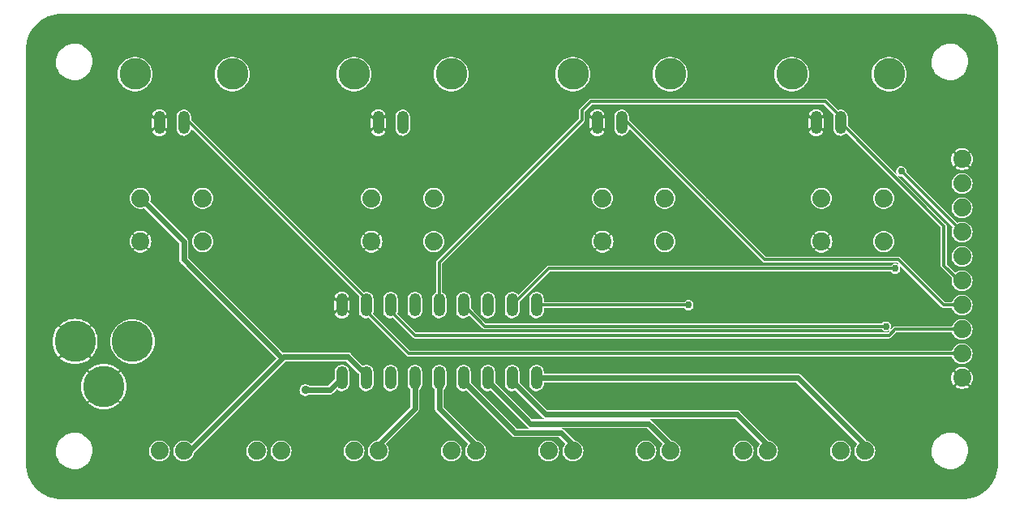
<source format=gbr>
%TF.GenerationSoftware,KiCad,Pcbnew,7.0.7*%
%TF.CreationDate,2023-09-22T15:36:31-04:00*%
%TF.ProjectId,HMS_8ValveDriver,484d535f-3856-4616-9c76-654472697665,rev?*%
%TF.SameCoordinates,Original*%
%TF.FileFunction,Copper,L2,Bot*%
%TF.FilePolarity,Positive*%
%FSLAX46Y46*%
G04 Gerber Fmt 4.6, Leading zero omitted, Abs format (unit mm)*
G04 Created by KiCad (PCBNEW 7.0.7) date 2023-09-22 15:36:31*
%MOMM*%
%LPD*%
G01*
G04 APERTURE LIST*
%TA.AperFunction,ComponentPad*%
%ADD10C,1.879600*%
%TD*%
%TA.AperFunction,ComponentPad*%
%ADD11C,3.300000*%
%TD*%
%TA.AperFunction,ComponentPad*%
%ADD12O,1.206400X2.412800*%
%TD*%
%TA.AperFunction,ComponentPad*%
%ADD13O,1.219200X2.438400*%
%TD*%
%TA.AperFunction,ComponentPad*%
%ADD14C,4.318000*%
%TD*%
%TA.AperFunction,ViaPad*%
%ADD15C,0.914400*%
%TD*%
%TA.AperFunction,ViaPad*%
%ADD16C,0.762000*%
%TD*%
%TA.AperFunction,Conductor*%
%ADD17C,0.609600*%
%TD*%
%TA.AperFunction,Conductor*%
%ADD18C,0.304800*%
%TD*%
G04 APERTURE END LIST*
D10*
%TO.P,J5,1,1*%
%TO.N,VCC_1*%
X182791100Y-125323600D03*
%TO.P,J5,2,2*%
%TO.N,/V8OUT*%
X185331100Y-125323600D03*
%TD*%
%TO.P,J1,1,1*%
%TO.N,GND*%
X195491100Y-117703600D03*
%TO.P,J1,2,2*%
%TO.N,/V1*%
X195491100Y-115163600D03*
%TO.P,J1,3,3*%
%TO.N,/V2*%
X195491100Y-112623600D03*
%TO.P,J1,4,4*%
%TO.N,/V3*%
X195491100Y-110083600D03*
%TO.P,J1,5,5*%
%TO.N,/V4*%
X195491100Y-107543600D03*
%TO.P,J1,6,6*%
%TO.N,/V5*%
X195491100Y-105003600D03*
%TO.P,J1,7,7*%
%TO.N,/V6*%
X195491100Y-102463600D03*
%TO.P,J1,8,8*%
%TO.N,/V7*%
X195491100Y-99923600D03*
%TO.P,J1,9,9*%
%TO.N,/V8*%
X195491100Y-97383600D03*
%TO.P,J1,10,10*%
%TO.N,GND*%
X195491100Y-94843600D03*
%TD*%
D11*
%TO.P,J18,3*%
%TO.N,N/C*%
X109131100Y-85953600D03*
%TO.P,J18,4*%
X119291100Y-85953600D03*
D12*
%TO.P,J18,GND,GND*%
%TO.N,GND*%
X111671100Y-91033600D03*
%TO.P,J18,S,OUT*%
%TO.N,/V1*%
X114211100Y-91033600D03*
%TD*%
D11*
%TO.P,J16,3*%
%TO.N,N/C*%
X154851100Y-85953600D03*
%TO.P,J16,4*%
X165011100Y-85953600D03*
D12*
%TO.P,J16,GND,GND*%
%TO.N,GND*%
X157391100Y-91033600D03*
%TO.P,J16,S,OUT*%
%TO.N,/V3*%
X159931100Y-91033600D03*
%TD*%
D10*
%TO.P,J10,1,1*%
%TO.N,VCC_1*%
X131991100Y-125323600D03*
%TO.P,J10,2,2*%
%TO.N,/V3OUT*%
X134531100Y-125323600D03*
%TD*%
D11*
%TO.P,J17,3*%
%TO.N,N/C*%
X131991100Y-85953600D03*
%TO.P,J17,4*%
X142151100Y-85953600D03*
D12*
%TO.P,J17,GND,GND*%
%TO.N,GND*%
X134531100Y-91033600D03*
%TO.P,J17,S,OUT*%
%TO.N,/V2*%
X137071100Y-91033600D03*
%TD*%
D10*
%TO.P,S3,1,1*%
%TO.N,/V3OUT*%
X157949900Y-98933000D03*
%TO.P,S3,2*%
%TO.N,N/C*%
X164452300Y-98933000D03*
%TO.P,S3,3,2*%
%TO.N,GND*%
X157949900Y-103454200D03*
%TO.P,S3,4*%
%TO.N,N/C*%
X164452300Y-103454200D03*
%TD*%
%TO.P,J8,1,1*%
%TO.N,VCC_1*%
X152311100Y-125323600D03*
%TO.P,J8,2,2*%
%TO.N,/V5OUT*%
X154851100Y-125323600D03*
%TD*%
%TO.P,J6,1,1*%
%TO.N,VCC_1*%
X172631100Y-125323600D03*
%TO.P,J6,2,2*%
%TO.N,/V7OUT*%
X175171100Y-125323600D03*
%TD*%
D11*
%TO.P,J15,3*%
%TO.N,N/C*%
X177711100Y-85953600D03*
%TO.P,J15,4*%
X187871100Y-85953600D03*
D12*
%TO.P,J15,GND,GND*%
%TO.N,GND*%
X180251100Y-91033600D03*
%TO.P,J15,S,OUT*%
%TO.N,/V4*%
X182791100Y-91033600D03*
%TD*%
D10*
%TO.P,J7,1,1*%
%TO.N,VCC_1*%
X162471100Y-125323600D03*
%TO.P,J7,2,2*%
%TO.N,/V6OUT*%
X165011100Y-125323600D03*
%TD*%
D13*
%TO.P,IC1,1,I1*%
%TO.N,/V8*%
X151041100Y-110083600D03*
%TO.P,IC1,2,I2*%
%TO.N,/V7*%
X148501100Y-110083600D03*
%TO.P,IC1,3,I3*%
%TO.N,/V6*%
X145961100Y-110083600D03*
%TO.P,IC1,4,I4*%
%TO.N,/V5*%
X143421100Y-110083600D03*
%TO.P,IC1,5,I5*%
%TO.N,/V4*%
X140881100Y-110083600D03*
%TO.P,IC1,6,I6*%
%TO.N,/V3*%
X138341100Y-110083600D03*
%TO.P,IC1,7,I7*%
%TO.N,/V2*%
X135801100Y-110083600D03*
%TO.P,IC1,8,I8*%
%TO.N,/V1*%
X133261100Y-110083600D03*
%TO.P,IC1,9,GND*%
%TO.N,GND*%
X130721100Y-110083600D03*
%TO.P,IC1,10,CD+*%
%TO.N,VCC_1*%
X130721100Y-117703600D03*
%TO.P,IC1,11,O8*%
%TO.N,/V1OUT*%
X133261100Y-117703600D03*
%TO.P,IC1,12,O7*%
%TO.N,/V2OUT*%
X135801100Y-117703600D03*
%TO.P,IC1,13,O6*%
%TO.N,/V3OUT*%
X138341100Y-117703600D03*
%TO.P,IC1,14,O5*%
%TO.N,/V4OUT*%
X140881100Y-117703600D03*
%TO.P,IC1,15,O4*%
%TO.N,/V5OUT*%
X143421100Y-117703600D03*
%TO.P,IC1,16,O3*%
%TO.N,/V6OUT*%
X145961100Y-117703600D03*
%TO.P,IC1,17,O2*%
%TO.N,/V7OUT*%
X148501100Y-117703600D03*
%TO.P,IC1,18,O1*%
%TO.N,/V8OUT*%
X151041100Y-117703600D03*
%TD*%
D10*
%TO.P,S4,1,1*%
%TO.N,/V4OUT*%
X180809900Y-98933000D03*
%TO.P,S4,2*%
%TO.N,N/C*%
X187312300Y-98933000D03*
%TO.P,S4,3,2*%
%TO.N,GND*%
X180809900Y-103454200D03*
%TO.P,S4,4*%
%TO.N,N/C*%
X187312300Y-103454200D03*
%TD*%
%TO.P,S2,1,1*%
%TO.N,/V2OUT*%
X133819900Y-98933000D03*
%TO.P,S2,2*%
%TO.N,N/C*%
X140322300Y-98933000D03*
%TO.P,S2,3,2*%
%TO.N,GND*%
X133819900Y-103454200D03*
%TO.P,S2,4*%
%TO.N,N/C*%
X140322300Y-103454200D03*
%TD*%
%TO.P,J12,1,1*%
%TO.N,VCC_1*%
X111671100Y-125323600D03*
%TO.P,J12,2,2*%
%TO.N,/V1OUT*%
X114211100Y-125323600D03*
%TD*%
D14*
%TO.P,J4,GND,GND*%
%TO.N,GND*%
X102861100Y-113893600D03*
%TO.P,J4,GNDBREAK,GNDBREAK*%
X105861100Y-118593600D03*
%TO.P,J4,PWR,PWR*%
%TO.N,VCC_1*%
X108861100Y-113893600D03*
%TD*%
D10*
%TO.P,J9,1,1*%
%TO.N,VCC_1*%
X142151100Y-125323600D03*
%TO.P,J9,2,2*%
%TO.N,/V4OUT*%
X144691100Y-125323600D03*
%TD*%
%TO.P,S1,1,1*%
%TO.N,/V1OUT*%
X109689900Y-98933000D03*
%TO.P,S1,2*%
%TO.N,N/C*%
X116192300Y-98933000D03*
%TO.P,S1,3,2*%
%TO.N,GND*%
X109689900Y-103454200D03*
%TO.P,S1,4*%
%TO.N,N/C*%
X116192300Y-103454200D03*
%TD*%
%TO.P,J11,1,1*%
%TO.N,VCC_1*%
X121831100Y-125323600D03*
%TO.P,J11,2,2*%
%TO.N,/V2OUT*%
X124371100Y-125323600D03*
%TD*%
D15*
%TO.N,VCC_1*%
X126911100Y-118973600D03*
D16*
%TO.N,/V5*%
X187553600Y-112306100D03*
%TO.N,/V6*%
X189141100Y-96113600D03*
%TO.N,/V7*%
X188506100Y-106273600D03*
%TO.N,/V8*%
X166916100Y-110083600D03*
%TD*%
D17*
%TO.N,/V8OUT*%
X178346100Y-117703600D02*
X151041100Y-117703600D01*
X185331100Y-125323600D02*
X185331100Y-124688600D01*
X185331100Y-124688600D02*
X178346100Y-117703600D01*
%TO.N,/V7OUT*%
X175171100Y-125323600D02*
X175171100Y-124688600D01*
X151993600Y-121513600D02*
X148501100Y-118021100D01*
X148501100Y-118021100D02*
X148501100Y-117703600D01*
X175171100Y-124688600D02*
X171996100Y-121513600D01*
X171996100Y-121513600D02*
X151993600Y-121513600D01*
%TO.N,/V6OUT*%
X165011100Y-124688600D02*
X162788600Y-122466100D01*
X162788600Y-122466100D02*
X150406100Y-122466100D01*
X150406100Y-122466100D02*
X145961100Y-118021100D01*
X145961100Y-118021100D02*
X145961100Y-117703600D01*
X165011100Y-125323600D02*
X165011100Y-124688600D01*
%TO.N,/V5OUT*%
X148818600Y-123418600D02*
X143421100Y-118021100D01*
X153581100Y-123418600D02*
X148818600Y-123418600D01*
X143421100Y-118021100D02*
X143421100Y-117703600D01*
X154851100Y-125323600D02*
X154851100Y-124688600D01*
X154851100Y-124688600D02*
X153581100Y-123418600D01*
%TO.N,/V4OUT*%
X140881100Y-120878600D02*
X140881100Y-117703600D01*
X144691100Y-125323600D02*
X144691100Y-124688600D01*
X144691100Y-124688600D02*
X140881100Y-120878600D01*
%TO.N,/V3OUT*%
X134531100Y-124688600D02*
X138341100Y-120878600D01*
X138341100Y-120878600D02*
X138341100Y-117703600D01*
X134531100Y-125323600D02*
X134531100Y-124688600D01*
%TO.N,/V1OUT*%
X124688600Y-115481100D02*
X131356100Y-115481100D01*
X133261100Y-117386100D02*
X133261100Y-117703600D01*
X114211100Y-105321100D02*
X114211100Y-103416100D01*
X109766100Y-98971100D02*
X109689900Y-98933000D01*
X114211100Y-125323600D02*
X114846100Y-125323600D01*
X114211100Y-103416100D02*
X109766100Y-98971100D01*
X124529850Y-115639850D02*
X124688600Y-115481100D01*
X124529850Y-115639850D02*
X114211100Y-105321100D01*
X114846100Y-125323600D02*
X124529850Y-115639850D01*
X131356100Y-115481100D02*
X133261100Y-117386100D01*
%TO.N,VCC_1*%
X129451100Y-118973600D02*
X126911100Y-118973600D01*
X130721100Y-117703600D02*
X129451100Y-118973600D01*
D18*
%TO.N,/V1*%
X133261100Y-109448600D02*
X114846100Y-91033600D01*
X133261100Y-110083600D02*
X133261100Y-109448600D01*
X137706100Y-115163600D02*
X195491100Y-115163600D01*
X133261100Y-110718600D02*
X137706100Y-115163600D01*
X133261100Y-110083600D02*
X133261100Y-110718600D01*
X114846100Y-91033600D02*
X114211100Y-91033600D01*
%TO.N,/V2*%
X187871100Y-113258600D02*
X188506100Y-112623600D01*
X135801100Y-110718600D02*
X138341100Y-113258600D01*
X135801100Y-110083600D02*
X135801100Y-110718600D01*
X138341100Y-113258600D02*
X187871100Y-113258600D01*
X188506100Y-112623600D02*
X195491100Y-112623600D01*
%TO.N,/V3*%
X174853600Y-105321100D02*
X188823600Y-105321100D01*
X160566100Y-91033600D02*
X174853600Y-105321100D01*
X159931100Y-91033600D02*
X160566100Y-91033600D01*
X193586100Y-110083600D02*
X195491100Y-110083600D01*
X188823600Y-105321100D02*
X193586100Y-110083600D01*
%TO.N,/V4*%
X193586100Y-101828600D02*
X182791100Y-91033600D01*
X195173600Y-107543600D02*
X193586100Y-105956100D01*
X193586100Y-105956100D02*
X193586100Y-101828600D01*
X155803600Y-89763600D02*
X155803600Y-90716100D01*
X155803600Y-90716100D02*
X140881100Y-105638600D01*
X156756100Y-88811100D02*
X155803600Y-89763600D01*
X182791100Y-91033600D02*
X182791100Y-90398600D01*
X182791100Y-90398600D02*
X181203600Y-88811100D01*
X181203600Y-88811100D02*
X156756100Y-88811100D01*
X140881100Y-105638600D02*
X140881100Y-110083600D01*
X195491100Y-107543600D02*
X195173600Y-107543600D01*
%TO.N,/V5*%
X187553600Y-112306100D02*
X145643600Y-112306100D01*
X145643600Y-112306100D02*
X143421100Y-110083600D01*
%TO.N,/V6*%
X195491100Y-102463600D02*
X189141100Y-96113600D01*
%TO.N,/V7*%
X152311100Y-106273600D02*
X148501100Y-110083600D01*
X188506100Y-106273600D02*
X152311100Y-106273600D01*
%TO.N,/V8*%
X166916100Y-110083600D02*
X151041100Y-110083600D01*
%TD*%
%TA.AperFunction,Conductor*%
%TO.N,GND*%
G36*
X195491534Y-79629121D02*
G01*
X195861160Y-79647279D01*
X195862931Y-79647454D01*
X196228524Y-79701685D01*
X196230299Y-79702039D01*
X196409853Y-79747014D01*
X196588808Y-79791840D01*
X196590534Y-79792364D01*
X196764523Y-79854618D01*
X196938506Y-79916871D01*
X196940189Y-79917568D01*
X196992200Y-79942167D01*
X197274287Y-80075584D01*
X197275881Y-80076436D01*
X197592878Y-80266436D01*
X197594386Y-80267445D01*
X197891231Y-80487602D01*
X197892639Y-80488757D01*
X198166470Y-80736941D01*
X198167758Y-80738229D01*
X198415942Y-81012060D01*
X198417097Y-81013468D01*
X198637254Y-81310313D01*
X198638267Y-81311828D01*
X198828263Y-81628819D01*
X198829122Y-81630425D01*
X198987131Y-81964510D01*
X198987828Y-81966193D01*
X199112333Y-82314158D01*
X199112862Y-82315901D01*
X199202660Y-82674400D01*
X199203016Y-82676186D01*
X199257243Y-83041751D01*
X199257421Y-83043558D01*
X199263856Y-83174544D01*
X199275577Y-83413136D01*
X199275599Y-83414047D01*
X199275599Y-126593151D01*
X199275577Y-126594062D01*
X199266343Y-126782026D01*
X199259876Y-126913689D01*
X199257422Y-126963635D01*
X199257243Y-126965448D01*
X199203016Y-127331013D01*
X199202660Y-127332799D01*
X199112862Y-127691298D01*
X199112333Y-127693041D01*
X198987828Y-128041006D01*
X198987131Y-128042689D01*
X198829122Y-128376774D01*
X198828263Y-128378380D01*
X198638267Y-128695371D01*
X198637254Y-128696886D01*
X198417097Y-128993731D01*
X198415942Y-128995139D01*
X198167758Y-129268970D01*
X198166470Y-129270258D01*
X197892639Y-129518442D01*
X197891231Y-129519597D01*
X197594386Y-129739754D01*
X197592871Y-129740767D01*
X197275880Y-129930763D01*
X197274274Y-129931622D01*
X196940189Y-130089631D01*
X196938506Y-130090328D01*
X196590541Y-130214833D01*
X196588798Y-130215362D01*
X196230299Y-130305160D01*
X196228513Y-130305516D01*
X195862948Y-130359743D01*
X195861139Y-130359921D01*
X195491534Y-130378078D01*
X195490651Y-130378100D01*
X101511549Y-130378100D01*
X101510665Y-130378078D01*
X101141058Y-130359921D01*
X101139251Y-130359743D01*
X100773686Y-130305516D01*
X100771900Y-130305160D01*
X100413401Y-130215362D01*
X100411658Y-130214833D01*
X100063693Y-130090328D01*
X100062010Y-130089631D01*
X99825459Y-129977752D01*
X99727919Y-129931619D01*
X99726319Y-129930763D01*
X99409328Y-129740767D01*
X99407813Y-129739754D01*
X99110968Y-129519597D01*
X99109560Y-129518442D01*
X98835729Y-129270258D01*
X98834441Y-129268970D01*
X98586257Y-128995139D01*
X98585102Y-128993731D01*
X98364945Y-128696886D01*
X98363932Y-128695371D01*
X98173936Y-128378380D01*
X98173084Y-128376787D01*
X98015068Y-128042689D01*
X98014371Y-128041006D01*
X97889866Y-127693041D01*
X97889340Y-127691308D01*
X97844514Y-127512353D01*
X97799539Y-127332799D01*
X97799185Y-127331024D01*
X97744954Y-126965431D01*
X97744779Y-126963660D01*
X97726621Y-126594036D01*
X97726600Y-126593149D01*
X97726600Y-126577938D01*
X97726599Y-126577932D01*
X97726599Y-125393233D01*
X100875785Y-125393233D01*
X100906228Y-125669904D01*
X100976630Y-125939196D01*
X101085493Y-126195373D01*
X101085494Y-126195375D01*
X101230488Y-126432957D01*
X101230491Y-126432960D01*
X101230493Y-126432964D01*
X101408542Y-126646912D01*
X101615845Y-126832656D01*
X101847982Y-126986236D01*
X101847983Y-126986237D01*
X101847992Y-126986242D01*
X102099995Y-127104376D01*
X102100005Y-127104380D01*
X102100009Y-127104382D01*
X102366551Y-127184573D01*
X102641928Y-127225100D01*
X102641931Y-127225100D01*
X102850582Y-127225100D01*
X102850589Y-127225100D01*
X103058701Y-127209868D01*
X103330386Y-127149348D01*
X103590363Y-127049915D01*
X103833093Y-126913689D01*
X104053401Y-126743572D01*
X104246592Y-126543192D01*
X104408549Y-126316818D01*
X104535819Y-126069275D01*
X104625691Y-125805839D01*
X104676248Y-125532126D01*
X104683869Y-125323600D01*
X110573719Y-125323600D01*
X110592404Y-125525244D01*
X110594362Y-125532126D01*
X110647823Y-125720020D01*
X110738088Y-125901297D01*
X110738090Y-125901300D01*
X110738092Y-125901303D01*
X110860125Y-126062901D01*
X111009775Y-126199325D01*
X111009776Y-126199326D01*
X111009778Y-126199327D01*
X111009780Y-126199329D01*
X111181955Y-126305935D01*
X111370787Y-126379089D01*
X111569846Y-126416300D01*
X111569847Y-126416300D01*
X111772353Y-126416300D01*
X111772354Y-126416300D01*
X111971413Y-126379089D01*
X112160245Y-126305935D01*
X112332420Y-126199329D01*
X112482074Y-126062901D01*
X112604112Y-125901297D01*
X112694377Y-125720020D01*
X112749796Y-125525243D01*
X112768481Y-125323600D01*
X112749796Y-125121957D01*
X112694377Y-124927180D01*
X112604112Y-124745903D01*
X112604107Y-124745896D01*
X112482074Y-124584298D01*
X112332424Y-124447874D01*
X112332423Y-124447873D01*
X112160245Y-124341265D01*
X111971416Y-124268112D01*
X111971414Y-124268111D01*
X111971413Y-124268111D01*
X111971405Y-124268109D01*
X111971403Y-124268109D01*
X111837537Y-124243085D01*
X111772354Y-124230900D01*
X111569846Y-124230900D01*
X111504663Y-124243085D01*
X111370796Y-124268109D01*
X111370783Y-124268112D01*
X111181954Y-124341265D01*
X111009776Y-124447873D01*
X111009775Y-124447874D01*
X110860125Y-124584298D01*
X110738092Y-124745896D01*
X110738088Y-124745903D01*
X110647823Y-124927181D01*
X110592404Y-125121955D01*
X110573719Y-125323600D01*
X104683869Y-125323600D01*
X104686414Y-125253968D01*
X104655971Y-124977294D01*
X104585569Y-124708001D01*
X104476707Y-124451828D01*
X104474293Y-124447873D01*
X104331711Y-124214242D01*
X104331709Y-124214240D01*
X104331707Y-124214236D01*
X104153658Y-124000288D01*
X103946355Y-123814544D01*
X103808482Y-123723328D01*
X103714216Y-123660962D01*
X103714207Y-123660957D01*
X103462204Y-123542823D01*
X103462192Y-123542818D01*
X103195654Y-123462628D01*
X103195650Y-123462627D01*
X103195649Y-123462627D01*
X102920272Y-123422100D01*
X102711611Y-123422100D01*
X102529513Y-123435428D01*
X102503498Y-123437332D01*
X102231819Y-123497850D01*
X101971836Y-123597284D01*
X101729112Y-123733507D01*
X101508797Y-123903629D01*
X101315607Y-124104008D01*
X101153652Y-124330380D01*
X101026381Y-124577923D01*
X100936509Y-124841357D01*
X100936508Y-124841363D01*
X100885951Y-125115076D01*
X100885951Y-125115084D01*
X100875785Y-125393233D01*
X97726599Y-125393233D01*
X97726599Y-118593599D01*
X103494633Y-118593599D01*
X103514878Y-118902490D01*
X103575267Y-119206085D01*
X103674767Y-119499203D01*
X103811677Y-119776830D01*
X103811681Y-119776838D01*
X103983648Y-120034203D01*
X103983659Y-120034218D01*
X104120885Y-120190694D01*
X104700947Y-119610633D01*
X104727181Y-119599767D01*
X104753415Y-119610633D01*
X104754471Y-119611734D01*
X104754765Y-119612053D01*
X104846594Y-119696587D01*
X104858535Y-119722349D01*
X104848762Y-119749009D01*
X104847701Y-119750116D01*
X104264003Y-120333813D01*
X104420481Y-120471040D01*
X104420496Y-120471051D01*
X104677861Y-120643018D01*
X104677869Y-120643022D01*
X104955496Y-120779932D01*
X105248614Y-120879432D01*
X105552210Y-120939821D01*
X105552208Y-120939821D01*
X105861099Y-120960066D01*
X106169990Y-120939821D01*
X106473585Y-120879432D01*
X106766703Y-120779932D01*
X107044330Y-120643022D01*
X107044338Y-120643018D01*
X107301703Y-120471051D01*
X107301718Y-120471040D01*
X107458195Y-120333813D01*
X106874498Y-119750116D01*
X106863632Y-119723882D01*
X106874498Y-119697648D01*
X106875548Y-119696640D01*
X106967435Y-119612053D01*
X106967446Y-119612038D01*
X106967708Y-119611755D01*
X106967808Y-119611708D01*
X106968564Y-119611013D01*
X106968786Y-119611254D01*
X106993464Y-119599800D01*
X107020129Y-119609558D01*
X107021251Y-119610633D01*
X107601313Y-120190694D01*
X107738540Y-120034218D01*
X107738551Y-120034203D01*
X107910518Y-119776838D01*
X107910522Y-119776830D01*
X108047432Y-119499203D01*
X108146932Y-119206085D01*
X108207321Y-118902490D01*
X108227566Y-118593599D01*
X108207321Y-118284709D01*
X108146932Y-117981114D01*
X108047432Y-117687996D01*
X107910523Y-117410372D01*
X107738544Y-117152986D01*
X107738540Y-117152981D01*
X107601313Y-116996504D01*
X107021251Y-117576565D01*
X106995017Y-117587431D01*
X106968783Y-117576565D01*
X106967725Y-117575462D01*
X106967432Y-117575144D01*
X106875604Y-117490611D01*
X106863663Y-117464849D01*
X106873436Y-117438189D01*
X106874497Y-117437082D01*
X107458194Y-116853385D01*
X107301718Y-116716159D01*
X107301703Y-116716148D01*
X107044338Y-116544181D01*
X107044330Y-116544177D01*
X106766703Y-116407267D01*
X106473585Y-116307767D01*
X106169989Y-116247378D01*
X106169991Y-116247378D01*
X105861099Y-116227133D01*
X105552209Y-116247378D01*
X105248614Y-116307767D01*
X104955496Y-116407267D01*
X104677872Y-116544176D01*
X104420486Y-116716155D01*
X104420481Y-116716159D01*
X104264003Y-116853385D01*
X104847701Y-117437083D01*
X104858567Y-117463317D01*
X104847701Y-117489551D01*
X104846594Y-117490612D01*
X104754766Y-117575145D01*
X104754473Y-117575464D01*
X104754366Y-117575513D01*
X104753636Y-117576186D01*
X104753420Y-117575951D01*
X104728709Y-117587401D01*
X104702050Y-117577623D01*
X104700948Y-117576566D01*
X104120885Y-116996504D01*
X103983659Y-117152981D01*
X103983655Y-117152986D01*
X103811676Y-117410372D01*
X103674767Y-117687996D01*
X103575267Y-117981114D01*
X103514878Y-118284709D01*
X103494633Y-118593599D01*
X97726599Y-118593599D01*
X97726599Y-113893599D01*
X100494633Y-113893599D01*
X100514878Y-114202490D01*
X100575267Y-114506085D01*
X100674767Y-114799203D01*
X100811677Y-115076830D01*
X100811681Y-115076838D01*
X100983648Y-115334203D01*
X100983659Y-115334218D01*
X101120885Y-115490694D01*
X101700947Y-114910633D01*
X101727181Y-114899767D01*
X101753415Y-114910633D01*
X101754471Y-114911734D01*
X101754765Y-114912053D01*
X101808975Y-114961957D01*
X101846594Y-114996587D01*
X101858535Y-115022349D01*
X101848762Y-115049009D01*
X101847701Y-115050116D01*
X101264003Y-115633813D01*
X101420481Y-115771040D01*
X101420496Y-115771051D01*
X101677861Y-115943018D01*
X101677869Y-115943022D01*
X101955496Y-116079932D01*
X102248614Y-116179432D01*
X102552210Y-116239821D01*
X102552208Y-116239821D01*
X102861099Y-116260066D01*
X103169990Y-116239821D01*
X103473585Y-116179432D01*
X103766703Y-116079932D01*
X104044330Y-115943022D01*
X104044338Y-115943018D01*
X104301703Y-115771051D01*
X104301718Y-115771040D01*
X104458195Y-115633813D01*
X103874498Y-115050116D01*
X103863632Y-115023882D01*
X103874498Y-114997648D01*
X103875548Y-114996640D01*
X103967435Y-114912053D01*
X103967446Y-114912038D01*
X103967708Y-114911755D01*
X103967808Y-114911708D01*
X103968564Y-114911013D01*
X103968786Y-114911254D01*
X103993464Y-114899800D01*
X104020129Y-114909558D01*
X104021251Y-114910633D01*
X104601313Y-115490694D01*
X104738540Y-115334218D01*
X104738551Y-115334203D01*
X104910518Y-115076838D01*
X104910522Y-115076830D01*
X105047432Y-114799203D01*
X105146932Y-114506085D01*
X105207321Y-114202490D01*
X105227566Y-113893600D01*
X106544239Y-113893600D01*
X106564060Y-114196015D01*
X106623183Y-114493246D01*
X106720597Y-114780219D01*
X106839406Y-115021139D01*
X106854640Y-115052031D01*
X106929188Y-115163600D01*
X107023010Y-115304015D01*
X107023014Y-115304020D01*
X107111011Y-115404361D01*
X107222832Y-115531868D01*
X107450684Y-115731689D01*
X107702669Y-115900060D01*
X107807817Y-115951913D01*
X107974480Y-116034102D01*
X108162214Y-116097829D01*
X108261452Y-116131516D01*
X108558684Y-116190639D01*
X108558689Y-116190640D01*
X108861100Y-116210461D01*
X109163511Y-116190640D01*
X109460748Y-116131516D01*
X109659222Y-116064142D01*
X109747719Y-116034102D01*
X109747720Y-116034101D01*
X109747724Y-116034100D01*
X110019531Y-115900060D01*
X110271516Y-115731689D01*
X110499368Y-115531868D01*
X110699189Y-115304016D01*
X110867560Y-115052031D01*
X111001600Y-114780224D01*
X111099016Y-114493248D01*
X111158140Y-114196011D01*
X111177961Y-113893600D01*
X111158140Y-113591189D01*
X111099016Y-113293952D01*
X111006028Y-113020020D01*
X111001602Y-113006980D01*
X110937101Y-112876186D01*
X110867560Y-112735170D01*
X110699189Y-112483184D01*
X110499368Y-112255332D01*
X110271521Y-112055515D01*
X110271520Y-112055514D01*
X110271515Y-112055510D01*
X110167912Y-111986285D01*
X110019531Y-111887140D01*
X109932419Y-111844181D01*
X109747719Y-111753097D01*
X109460746Y-111655683D01*
X109163514Y-111596560D01*
X109163516Y-111596560D01*
X108861100Y-111576739D01*
X108558684Y-111596560D01*
X108261453Y-111655683D01*
X107974480Y-111753097D01*
X107702675Y-111887137D01*
X107702671Y-111887139D01*
X107702670Y-111887140D01*
X107548827Y-111989934D01*
X107450678Y-112055515D01*
X107222837Y-112255327D01*
X107222827Y-112255337D01*
X107023015Y-112483178D01*
X107023010Y-112483184D01*
X107023011Y-112483184D01*
X106871210Y-112710372D01*
X106854637Y-112735175D01*
X106720597Y-113006980D01*
X106623183Y-113293953D01*
X106564060Y-113591184D01*
X106544239Y-113893600D01*
X105227566Y-113893600D01*
X105207321Y-113584709D01*
X105146932Y-113281114D01*
X105047432Y-112987996D01*
X104910523Y-112710372D01*
X104738544Y-112452986D01*
X104738540Y-112452981D01*
X104601313Y-112296504D01*
X104021251Y-112876565D01*
X103995017Y-112887431D01*
X103968783Y-112876565D01*
X103967725Y-112875462D01*
X103967432Y-112875144D01*
X103875604Y-112790611D01*
X103863663Y-112764849D01*
X103873436Y-112738189D01*
X103874497Y-112737082D01*
X104458194Y-112153385D01*
X104301718Y-112016159D01*
X104301703Y-112016148D01*
X104044338Y-111844181D01*
X104044330Y-111844177D01*
X103766703Y-111707267D01*
X103473585Y-111607767D01*
X103169989Y-111547378D01*
X103169991Y-111547378D01*
X102861099Y-111527133D01*
X102552209Y-111547378D01*
X102248614Y-111607767D01*
X101955496Y-111707267D01*
X101677872Y-111844176D01*
X101420486Y-112016155D01*
X101420481Y-112016159D01*
X101264003Y-112153385D01*
X101847701Y-112737083D01*
X101858567Y-112763317D01*
X101847701Y-112789551D01*
X101846594Y-112790612D01*
X101754766Y-112875145D01*
X101754473Y-112875464D01*
X101754366Y-112875513D01*
X101753636Y-112876186D01*
X101753420Y-112875951D01*
X101728709Y-112887401D01*
X101702050Y-112877623D01*
X101700948Y-112876566D01*
X101120885Y-112296504D01*
X100983659Y-112452981D01*
X100983655Y-112452986D01*
X100811676Y-112710372D01*
X100674767Y-112987996D01*
X100575267Y-113281114D01*
X100514878Y-113584709D01*
X100494633Y-113893599D01*
X97726599Y-113893599D01*
X97726599Y-105003599D01*
X97726599Y-103454199D01*
X108542807Y-103454199D01*
X108562338Y-103664979D01*
X108620268Y-103868576D01*
X108714622Y-104058066D01*
X108714626Y-104058073D01*
X108812844Y-104188134D01*
X109233741Y-103767239D01*
X109259975Y-103756373D01*
X109286209Y-103767239D01*
X109291185Y-103773414D01*
X109302031Y-103790290D01*
X109376334Y-103854674D01*
X109389043Y-103880064D01*
X109380077Y-103907006D01*
X109378272Y-103908945D01*
X108956247Y-104330970D01*
X108998623Y-104369600D01*
X108998624Y-104369601D01*
X109178596Y-104481035D01*
X109375979Y-104557501D01*
X109375992Y-104557504D01*
X109584061Y-104596400D01*
X109795739Y-104596400D01*
X110003807Y-104557504D01*
X110003820Y-104557501D01*
X110201203Y-104481035D01*
X110381178Y-104369599D01*
X110423551Y-104330970D01*
X110001526Y-103908945D01*
X109990660Y-103882711D01*
X110001526Y-103856477D01*
X110003414Y-103854719D01*
X110077769Y-103790290D01*
X110088613Y-103773416D01*
X110111935Y-103757221D01*
X110139879Y-103762262D01*
X110146057Y-103767239D01*
X110566954Y-104188134D01*
X110665173Y-104058073D01*
X110665177Y-104058066D01*
X110759531Y-103868576D01*
X110817461Y-103664979D01*
X110836992Y-103454199D01*
X110817461Y-103243420D01*
X110759531Y-103039823D01*
X110665177Y-102850333D01*
X110665173Y-102850326D01*
X110566954Y-102720264D01*
X110146057Y-103141159D01*
X110119823Y-103152025D01*
X110093589Y-103141159D01*
X110088613Y-103134984D01*
X110077769Y-103118110D01*
X110077765Y-103118107D01*
X110077765Y-103118106D01*
X110004032Y-103054216D01*
X110003464Y-103053724D01*
X109990755Y-103028334D01*
X109999722Y-103001392D01*
X110001526Y-102999453D01*
X110423551Y-102577428D01*
X110381176Y-102538799D01*
X110381175Y-102538798D01*
X110201203Y-102427364D01*
X110003820Y-102350898D01*
X110003807Y-102350895D01*
X109795739Y-102312000D01*
X109584061Y-102312000D01*
X109375992Y-102350895D01*
X109375979Y-102350898D01*
X109178596Y-102427364D01*
X108998624Y-102538798D01*
X108998623Y-102538799D01*
X108956248Y-102577428D01*
X109378272Y-102999453D01*
X109389138Y-103025687D01*
X109378272Y-103051921D01*
X109376333Y-103053725D01*
X109302032Y-103118107D01*
X109302031Y-103118109D01*
X109291186Y-103134984D01*
X109267862Y-103151178D01*
X109239918Y-103146136D01*
X109233742Y-103141160D01*
X108812844Y-102720264D01*
X108714626Y-102850326D01*
X108714622Y-102850333D01*
X108620268Y-103039823D01*
X108562338Y-103243420D01*
X108542807Y-103454199D01*
X97726599Y-103454199D01*
X97726599Y-98933000D01*
X108592519Y-98933000D01*
X108611204Y-99134643D01*
X108666623Y-99329420D01*
X108756888Y-99510697D01*
X108756890Y-99510700D01*
X108756892Y-99510703D01*
X108878925Y-99672301D01*
X109028575Y-99808725D01*
X109028576Y-99808726D01*
X109028578Y-99808727D01*
X109028580Y-99808729D01*
X109200755Y-99915335D01*
X109389587Y-99988489D01*
X109588646Y-100025700D01*
X109588647Y-100025700D01*
X109791153Y-100025700D01*
X109791154Y-100025700D01*
X109990213Y-99988489D01*
X110072898Y-99956456D01*
X110101282Y-99957112D01*
X110112531Y-99964817D01*
X113742533Y-103594819D01*
X113753399Y-103621053D01*
X113753399Y-105294347D01*
X113753282Y-105296425D01*
X113748553Y-105338407D01*
X113748553Y-105338408D01*
X113759788Y-105397786D01*
X113768794Y-105457533D01*
X113770463Y-105460998D01*
X113773490Y-105470196D01*
X113774205Y-105473976D01*
X113774205Y-105473977D01*
X113802439Y-105527399D01*
X113828657Y-105581842D01*
X113828661Y-105581847D01*
X113831272Y-105584661D01*
X113836877Y-105592559D01*
X113838389Y-105595420D01*
X113838676Y-105595962D01*
X113866968Y-105624254D01*
X113881408Y-105638694D01*
X113922502Y-105682984D01*
X113922504Y-105682985D01*
X113922505Y-105682986D01*
X113925833Y-105684907D01*
X113933516Y-105690802D01*
X123856330Y-115613616D01*
X123867196Y-115639850D01*
X123856330Y-115666084D01*
X115003202Y-124519211D01*
X114976968Y-124530077D01*
X114951974Y-124520394D01*
X114950676Y-124519211D01*
X114872420Y-124447871D01*
X114700245Y-124341265D01*
X114511413Y-124268111D01*
X114511405Y-124268109D01*
X114511403Y-124268109D01*
X114377537Y-124243085D01*
X114312354Y-124230900D01*
X114109846Y-124230900D01*
X114044663Y-124243085D01*
X113910796Y-124268109D01*
X113910783Y-124268112D01*
X113721954Y-124341265D01*
X113549776Y-124447873D01*
X113549775Y-124447874D01*
X113400125Y-124584298D01*
X113278092Y-124745896D01*
X113278088Y-124745903D01*
X113187823Y-124927181D01*
X113132404Y-125121955D01*
X113113719Y-125323599D01*
X113132404Y-125525244D01*
X113134362Y-125532126D01*
X113187823Y-125720020D01*
X113278088Y-125901297D01*
X113278090Y-125901300D01*
X113278092Y-125901303D01*
X113400125Y-126062901D01*
X113549775Y-126199325D01*
X113549776Y-126199326D01*
X113549778Y-126199327D01*
X113549780Y-126199329D01*
X113721955Y-126305935D01*
X113910787Y-126379089D01*
X114109846Y-126416300D01*
X114109847Y-126416300D01*
X114312353Y-126416300D01*
X114312354Y-126416300D01*
X114511413Y-126379089D01*
X114700245Y-126305935D01*
X114872420Y-126199329D01*
X115022074Y-126062901D01*
X115144112Y-125901297D01*
X115234377Y-125720020D01*
X115286384Y-125537229D01*
X115295832Y-125521152D01*
X115493384Y-125323600D01*
X120733719Y-125323600D01*
X120752404Y-125525244D01*
X120754362Y-125532126D01*
X120807823Y-125720020D01*
X120898088Y-125901297D01*
X120898090Y-125901300D01*
X120898092Y-125901303D01*
X121020125Y-126062901D01*
X121169775Y-126199325D01*
X121169776Y-126199326D01*
X121169778Y-126199327D01*
X121169780Y-126199329D01*
X121341955Y-126305935D01*
X121530787Y-126379089D01*
X121729846Y-126416300D01*
X121729847Y-126416300D01*
X121932353Y-126416300D01*
X121932354Y-126416300D01*
X122131413Y-126379089D01*
X122320245Y-126305935D01*
X122492420Y-126199329D01*
X122642074Y-126062901D01*
X122764112Y-125901297D01*
X122854377Y-125720020D01*
X122909796Y-125525243D01*
X122928481Y-125323600D01*
X122928481Y-125323599D01*
X123273719Y-125323599D01*
X123292404Y-125525244D01*
X123294362Y-125532126D01*
X123347823Y-125720020D01*
X123438088Y-125901297D01*
X123438090Y-125901300D01*
X123438092Y-125901303D01*
X123560125Y-126062901D01*
X123709775Y-126199325D01*
X123709776Y-126199326D01*
X123709778Y-126199327D01*
X123709780Y-126199329D01*
X123881955Y-126305935D01*
X124070787Y-126379089D01*
X124269846Y-126416300D01*
X124269847Y-126416300D01*
X124472353Y-126416300D01*
X124472354Y-126416300D01*
X124671413Y-126379089D01*
X124860245Y-126305935D01*
X125032420Y-126199329D01*
X125182074Y-126062901D01*
X125304112Y-125901297D01*
X125394377Y-125720020D01*
X125449796Y-125525243D01*
X125468481Y-125323600D01*
X130893719Y-125323600D01*
X130912404Y-125525244D01*
X130914362Y-125532126D01*
X130967823Y-125720020D01*
X131058088Y-125901297D01*
X131058090Y-125901300D01*
X131058092Y-125901303D01*
X131180125Y-126062901D01*
X131329775Y-126199325D01*
X131329776Y-126199326D01*
X131329778Y-126199327D01*
X131329780Y-126199329D01*
X131501955Y-126305935D01*
X131690787Y-126379089D01*
X131889846Y-126416300D01*
X131889847Y-126416300D01*
X132092353Y-126416300D01*
X132092354Y-126416300D01*
X132291413Y-126379089D01*
X132480245Y-126305935D01*
X132652420Y-126199329D01*
X132802074Y-126062901D01*
X132924112Y-125901297D01*
X133014377Y-125720020D01*
X133069796Y-125525243D01*
X133088481Y-125323600D01*
X133088481Y-125323599D01*
X133433719Y-125323599D01*
X133452404Y-125525244D01*
X133454362Y-125532126D01*
X133507823Y-125720020D01*
X133598088Y-125901297D01*
X133598090Y-125901300D01*
X133598092Y-125901303D01*
X133720125Y-126062901D01*
X133869775Y-126199325D01*
X133869776Y-126199326D01*
X133869778Y-126199327D01*
X133869780Y-126199329D01*
X134041955Y-126305935D01*
X134230787Y-126379089D01*
X134429846Y-126416300D01*
X134429847Y-126416300D01*
X134632353Y-126416300D01*
X134632354Y-126416300D01*
X134831413Y-126379089D01*
X135020245Y-126305935D01*
X135192420Y-126199329D01*
X135342074Y-126062901D01*
X135464112Y-125901297D01*
X135554377Y-125720020D01*
X135609796Y-125525243D01*
X135628481Y-125323600D01*
X135628481Y-125323599D01*
X141053719Y-125323599D01*
X141072404Y-125525244D01*
X141074362Y-125532126D01*
X141127823Y-125720020D01*
X141218088Y-125901297D01*
X141218090Y-125901300D01*
X141218092Y-125901303D01*
X141340125Y-126062901D01*
X141489775Y-126199325D01*
X141489776Y-126199326D01*
X141489778Y-126199327D01*
X141489780Y-126199329D01*
X141661955Y-126305935D01*
X141850787Y-126379089D01*
X142049846Y-126416300D01*
X142049847Y-126416300D01*
X142252353Y-126416300D01*
X142252354Y-126416300D01*
X142451413Y-126379089D01*
X142640245Y-126305935D01*
X142812420Y-126199329D01*
X142962074Y-126062901D01*
X143084112Y-125901297D01*
X143174377Y-125720020D01*
X143229796Y-125525243D01*
X143248481Y-125323600D01*
X143229796Y-125121957D01*
X143174377Y-124927180D01*
X143084112Y-124745903D01*
X143084107Y-124745896D01*
X142962074Y-124584298D01*
X142812424Y-124447874D01*
X142812423Y-124447873D01*
X142640245Y-124341265D01*
X142451416Y-124268112D01*
X142451414Y-124268111D01*
X142451413Y-124268111D01*
X142451405Y-124268109D01*
X142451403Y-124268109D01*
X142317537Y-124243085D01*
X142252354Y-124230900D01*
X142049846Y-124230900D01*
X141984663Y-124243085D01*
X141850796Y-124268109D01*
X141850783Y-124268112D01*
X141661954Y-124341265D01*
X141489776Y-124447873D01*
X141489775Y-124447874D01*
X141340125Y-124584298D01*
X141218092Y-124745896D01*
X141218088Y-124745903D01*
X141127823Y-124927181D01*
X141072404Y-125121955D01*
X141053719Y-125323599D01*
X135628481Y-125323599D01*
X135609796Y-125121957D01*
X135554377Y-124927180D01*
X135464112Y-124745903D01*
X135464107Y-124745896D01*
X135342076Y-124584300D01*
X135339725Y-124582158D01*
X135327655Y-124556456D01*
X135337294Y-124529747D01*
X135338460Y-124528524D01*
X138645828Y-121221155D01*
X138647369Y-121219778D01*
X138680408Y-121193432D01*
X138709979Y-121150059D01*
X138714450Y-121143502D01*
X138750328Y-121094890D01*
X138750329Y-121094887D01*
X138750331Y-121094885D01*
X138751602Y-121091251D01*
X138755967Y-121082605D01*
X138758131Y-121079432D01*
X138775936Y-121021709D01*
X138795901Y-120964653D01*
X138796044Y-120960808D01*
X138797666Y-120951259D01*
X138798800Y-120947587D01*
X138798800Y-120887175D01*
X138801060Y-120826775D01*
X138800064Y-120823057D01*
X138798800Y-120813455D01*
X138798800Y-118941689D01*
X138809666Y-118915455D01*
X138813746Y-118911930D01*
X138867922Y-118871598D01*
X138982496Y-118735053D01*
X139062494Y-118575766D01*
X139103600Y-118402323D01*
X139103600Y-118357613D01*
X140118600Y-118357613D01*
X140134102Y-118490241D01*
X140195066Y-118657741D01*
X140293014Y-118806661D01*
X140411760Y-118918693D01*
X140423384Y-118944599D01*
X140423400Y-118945678D01*
X140423400Y-120851845D01*
X140423283Y-120853923D01*
X140418553Y-120895908D01*
X140429788Y-120955286D01*
X140438794Y-121015033D01*
X140440463Y-121018498D01*
X140443490Y-121027696D01*
X140444205Y-121031476D01*
X140444205Y-121031477D01*
X140472439Y-121084899D01*
X140498657Y-121139342D01*
X140498661Y-121139347D01*
X140501272Y-121142161D01*
X140506877Y-121150059D01*
X140508676Y-121153462D01*
X140548646Y-121193432D01*
X140551408Y-121196194D01*
X140592502Y-121240484D01*
X140592504Y-121240485D01*
X140592505Y-121240486D01*
X140595833Y-121242407D01*
X140603516Y-121248302D01*
X143883718Y-124528503D01*
X143894584Y-124554737D01*
X143883718Y-124580971D01*
X143882482Y-124582151D01*
X143880124Y-124584300D01*
X143758092Y-124745896D01*
X143758088Y-124745903D01*
X143667823Y-124927181D01*
X143612404Y-125121955D01*
X143593719Y-125323600D01*
X143612404Y-125525244D01*
X143614362Y-125532126D01*
X143667823Y-125720020D01*
X143758088Y-125901297D01*
X143758090Y-125901300D01*
X143758092Y-125901303D01*
X143880125Y-126062901D01*
X144029775Y-126199325D01*
X144029776Y-126199326D01*
X144029778Y-126199327D01*
X144029780Y-126199329D01*
X144201955Y-126305935D01*
X144390787Y-126379089D01*
X144589846Y-126416300D01*
X144589847Y-126416300D01*
X144792353Y-126416300D01*
X144792354Y-126416300D01*
X144991413Y-126379089D01*
X145180245Y-126305935D01*
X145352420Y-126199329D01*
X145502074Y-126062901D01*
X145624112Y-125901297D01*
X145714377Y-125720020D01*
X145769796Y-125525243D01*
X145788481Y-125323600D01*
X145788481Y-125323599D01*
X151213719Y-125323599D01*
X151232404Y-125525244D01*
X151234362Y-125532126D01*
X151287823Y-125720020D01*
X151378088Y-125901297D01*
X151378090Y-125901300D01*
X151378092Y-125901303D01*
X151500125Y-126062901D01*
X151649775Y-126199325D01*
X151649776Y-126199326D01*
X151649778Y-126199327D01*
X151649780Y-126199329D01*
X151821955Y-126305935D01*
X152010787Y-126379089D01*
X152209846Y-126416300D01*
X152209847Y-126416300D01*
X152412353Y-126416300D01*
X152412354Y-126416300D01*
X152611413Y-126379089D01*
X152800245Y-126305935D01*
X152972420Y-126199329D01*
X153122074Y-126062901D01*
X153244112Y-125901297D01*
X153334377Y-125720020D01*
X153389796Y-125525243D01*
X153408481Y-125323600D01*
X153389796Y-125121957D01*
X153334377Y-124927180D01*
X153244112Y-124745903D01*
X153244107Y-124745896D01*
X153122074Y-124584298D01*
X152972424Y-124447874D01*
X152972423Y-124447873D01*
X152800245Y-124341265D01*
X152611416Y-124268112D01*
X152611414Y-124268111D01*
X152611413Y-124268111D01*
X152611405Y-124268109D01*
X152611403Y-124268109D01*
X152477537Y-124243085D01*
X152412354Y-124230900D01*
X152209846Y-124230900D01*
X152144663Y-124243085D01*
X152010796Y-124268109D01*
X152010783Y-124268112D01*
X151821954Y-124341265D01*
X151649776Y-124447873D01*
X151649775Y-124447874D01*
X151500125Y-124584298D01*
X151378092Y-124745896D01*
X151378088Y-124745903D01*
X151287823Y-124927181D01*
X151232404Y-125121955D01*
X151213719Y-125323599D01*
X145788481Y-125323599D01*
X145769796Y-125121957D01*
X145714377Y-124927180D01*
X145624112Y-124745903D01*
X145624107Y-124745896D01*
X145502074Y-124584298D01*
X145352424Y-124447874D01*
X145352423Y-124447873D01*
X145180245Y-124341265D01*
X144991416Y-124268112D01*
X144991403Y-124268108D01*
X144912287Y-124253319D01*
X144892870Y-124243085D01*
X141349666Y-120699880D01*
X141338800Y-120673646D01*
X141338800Y-118941689D01*
X141349666Y-118915455D01*
X141353746Y-118911930D01*
X141407922Y-118871598D01*
X141522496Y-118735053D01*
X141602494Y-118575766D01*
X141643600Y-118402323D01*
X141643600Y-118357613D01*
X142658600Y-118357613D01*
X142674102Y-118490241D01*
X142735066Y-118657741D01*
X142833013Y-118806659D01*
X142833015Y-118806662D01*
X142962667Y-118928983D01*
X143117033Y-119018106D01*
X143287792Y-119069228D01*
X143287796Y-119069228D01*
X143287800Y-119069229D01*
X143347480Y-119072704D01*
X143465737Y-119079592D01*
X143641276Y-119048640D01*
X143729990Y-119010371D01*
X143758381Y-119009959D01*
X143770918Y-119018204D01*
X148476043Y-123723328D01*
X148477429Y-123724880D01*
X148503768Y-123757908D01*
X148530398Y-123776064D01*
X148553706Y-123791955D01*
X148602309Y-123827827D01*
X148602315Y-123827830D01*
X148605942Y-123829099D01*
X148614589Y-123833463D01*
X148617768Y-123835631D01*
X148675500Y-123853439D01*
X148732547Y-123873401D01*
X148736390Y-123873544D01*
X148745937Y-123875166D01*
X148749613Y-123876300D01*
X148810025Y-123876300D01*
X148870425Y-123878560D01*
X148874144Y-123877564D01*
X148883744Y-123876300D01*
X153376146Y-123876300D01*
X153402380Y-123887166D01*
X153729456Y-124214242D01*
X154043718Y-124528503D01*
X154054584Y-124554737D01*
X154043718Y-124580971D01*
X154042482Y-124582151D01*
X154040124Y-124584300D01*
X153918092Y-124745896D01*
X153918088Y-124745903D01*
X153827823Y-124927181D01*
X153772404Y-125121955D01*
X153753719Y-125323599D01*
X153772404Y-125525244D01*
X153774362Y-125532126D01*
X153827823Y-125720020D01*
X153918088Y-125901297D01*
X153918090Y-125901300D01*
X153918092Y-125901303D01*
X154040125Y-126062901D01*
X154189775Y-126199325D01*
X154189776Y-126199326D01*
X154189778Y-126199327D01*
X154189780Y-126199329D01*
X154361955Y-126305935D01*
X154550787Y-126379089D01*
X154749846Y-126416300D01*
X154749847Y-126416300D01*
X154952353Y-126416300D01*
X154952354Y-126416300D01*
X155151413Y-126379089D01*
X155340245Y-126305935D01*
X155512420Y-126199329D01*
X155662074Y-126062901D01*
X155784112Y-125901297D01*
X155874377Y-125720020D01*
X155929796Y-125525243D01*
X155948481Y-125323600D01*
X155948481Y-125323599D01*
X161373719Y-125323599D01*
X161392404Y-125525244D01*
X161394362Y-125532126D01*
X161447823Y-125720020D01*
X161538088Y-125901297D01*
X161538090Y-125901300D01*
X161538092Y-125901303D01*
X161660125Y-126062901D01*
X161809775Y-126199325D01*
X161809776Y-126199326D01*
X161809778Y-126199327D01*
X161809780Y-126199329D01*
X161981955Y-126305935D01*
X162170787Y-126379089D01*
X162369846Y-126416300D01*
X162369847Y-126416300D01*
X162572353Y-126416300D01*
X162572354Y-126416300D01*
X162771413Y-126379089D01*
X162960245Y-126305935D01*
X163132420Y-126199329D01*
X163282074Y-126062901D01*
X163404112Y-125901297D01*
X163494377Y-125720020D01*
X163549796Y-125525243D01*
X163568481Y-125323600D01*
X163549796Y-125121957D01*
X163494377Y-124927180D01*
X163404112Y-124745903D01*
X163404107Y-124745896D01*
X163282074Y-124584298D01*
X163132424Y-124447874D01*
X163132423Y-124447873D01*
X162960245Y-124341265D01*
X162771416Y-124268112D01*
X162771414Y-124268111D01*
X162771413Y-124268111D01*
X162771405Y-124268109D01*
X162771403Y-124268109D01*
X162637537Y-124243085D01*
X162572354Y-124230900D01*
X162369846Y-124230900D01*
X162304663Y-124243085D01*
X162170796Y-124268109D01*
X162170783Y-124268112D01*
X161981954Y-124341265D01*
X161809776Y-124447873D01*
X161809775Y-124447874D01*
X161660125Y-124584298D01*
X161538092Y-124745896D01*
X161538088Y-124745903D01*
X161447823Y-124927181D01*
X161392404Y-125121955D01*
X161373719Y-125323599D01*
X155948481Y-125323599D01*
X155929796Y-125121957D01*
X155874377Y-124927180D01*
X155784112Y-124745903D01*
X155784107Y-124745896D01*
X155662074Y-124584298D01*
X155512424Y-124447874D01*
X155512423Y-124447873D01*
X155340245Y-124341265D01*
X155151416Y-124268112D01*
X155151403Y-124268108D01*
X155072288Y-124253319D01*
X155052871Y-124243085D01*
X153923654Y-123113868D01*
X153922267Y-123112316D01*
X153895933Y-123079293D01*
X153895932Y-123079292D01*
X153845994Y-123045245D01*
X153797385Y-123009370D01*
X153796978Y-123009227D01*
X153793749Y-123008097D01*
X153785114Y-123003737D01*
X153781936Y-123001571D01*
X153781935Y-123001570D01*
X153781932Y-123001569D01*
X153765015Y-122996350D01*
X153743152Y-122978235D01*
X153740501Y-122949964D01*
X153758618Y-122928099D01*
X153775953Y-122923800D01*
X162583646Y-122923800D01*
X162609880Y-122934666D01*
X163408725Y-123733511D01*
X164203718Y-124528503D01*
X164214584Y-124554737D01*
X164203718Y-124580971D01*
X164202482Y-124582151D01*
X164200124Y-124584300D01*
X164078092Y-124745896D01*
X164078088Y-124745903D01*
X163987823Y-124927181D01*
X163932404Y-125121955D01*
X163913719Y-125323599D01*
X163932404Y-125525244D01*
X163934362Y-125532126D01*
X163987823Y-125720020D01*
X164078088Y-125901297D01*
X164078090Y-125901300D01*
X164078092Y-125901303D01*
X164200125Y-126062901D01*
X164349775Y-126199325D01*
X164349776Y-126199326D01*
X164349778Y-126199327D01*
X164349780Y-126199329D01*
X164521955Y-126305935D01*
X164710787Y-126379089D01*
X164909846Y-126416300D01*
X164909847Y-126416300D01*
X165112353Y-126416300D01*
X165112354Y-126416300D01*
X165311413Y-126379089D01*
X165500245Y-126305935D01*
X165672420Y-126199329D01*
X165822074Y-126062901D01*
X165944112Y-125901297D01*
X166034377Y-125720020D01*
X166089796Y-125525243D01*
X166108481Y-125323600D01*
X166108481Y-125323599D01*
X171533719Y-125323599D01*
X171552404Y-125525244D01*
X171554362Y-125532126D01*
X171607823Y-125720020D01*
X171698088Y-125901297D01*
X171698090Y-125901300D01*
X171698092Y-125901303D01*
X171820125Y-126062901D01*
X171969775Y-126199325D01*
X171969776Y-126199326D01*
X171969778Y-126199327D01*
X171969780Y-126199329D01*
X172141955Y-126305935D01*
X172330787Y-126379089D01*
X172529846Y-126416300D01*
X172529847Y-126416300D01*
X172732353Y-126416300D01*
X172732354Y-126416300D01*
X172931413Y-126379089D01*
X173120245Y-126305935D01*
X173292420Y-126199329D01*
X173442074Y-126062901D01*
X173564112Y-125901297D01*
X173654377Y-125720020D01*
X173709796Y-125525243D01*
X173728481Y-125323600D01*
X173709796Y-125121957D01*
X173654377Y-124927180D01*
X173564112Y-124745903D01*
X173564107Y-124745896D01*
X173442074Y-124584298D01*
X173292424Y-124447874D01*
X173292423Y-124447873D01*
X173120245Y-124341265D01*
X172931416Y-124268112D01*
X172931414Y-124268111D01*
X172931413Y-124268111D01*
X172931405Y-124268109D01*
X172931403Y-124268109D01*
X172797537Y-124243085D01*
X172732354Y-124230900D01*
X172529846Y-124230900D01*
X172464663Y-124243085D01*
X172330796Y-124268109D01*
X172330783Y-124268112D01*
X172141954Y-124341265D01*
X171969776Y-124447873D01*
X171969775Y-124447874D01*
X171820125Y-124584298D01*
X171698092Y-124745896D01*
X171698088Y-124745903D01*
X171607823Y-124927181D01*
X171552404Y-125121955D01*
X171533719Y-125323599D01*
X166108481Y-125323599D01*
X166089796Y-125121957D01*
X166034377Y-124927180D01*
X165944112Y-124745903D01*
X165944107Y-124745896D01*
X165822074Y-124584298D01*
X165672424Y-124447874D01*
X165672423Y-124447873D01*
X165500245Y-124341265D01*
X165311416Y-124268112D01*
X165311403Y-124268108D01*
X165232287Y-124253319D01*
X165212870Y-124243085D01*
X163131155Y-122161369D01*
X163129768Y-122159817D01*
X163103433Y-122126793D01*
X163103432Y-122126792D01*
X163053494Y-122092745D01*
X163004885Y-122056870D01*
X163004478Y-122056727D01*
X163001249Y-122055597D01*
X162992614Y-122051237D01*
X162989436Y-122049071D01*
X162989435Y-122049070D01*
X162989432Y-122049069D01*
X162972515Y-122043850D01*
X162950652Y-122025735D01*
X162948001Y-121997464D01*
X162966118Y-121975599D01*
X162983453Y-121971300D01*
X171791146Y-121971300D01*
X171817380Y-121982166D01*
X174363718Y-124528503D01*
X174374584Y-124554737D01*
X174363718Y-124580971D01*
X174362482Y-124582151D01*
X174360124Y-124584300D01*
X174238092Y-124745896D01*
X174238088Y-124745903D01*
X174147823Y-124927181D01*
X174092404Y-125121955D01*
X174073719Y-125323599D01*
X174092404Y-125525244D01*
X174094362Y-125532126D01*
X174147823Y-125720020D01*
X174238088Y-125901297D01*
X174238090Y-125901300D01*
X174238092Y-125901303D01*
X174360125Y-126062901D01*
X174509775Y-126199325D01*
X174509776Y-126199326D01*
X174509778Y-126199327D01*
X174509780Y-126199329D01*
X174681955Y-126305935D01*
X174870787Y-126379089D01*
X175069846Y-126416300D01*
X175069847Y-126416300D01*
X175272353Y-126416300D01*
X175272354Y-126416300D01*
X175471413Y-126379089D01*
X175660245Y-126305935D01*
X175832420Y-126199329D01*
X175982074Y-126062901D01*
X176104112Y-125901297D01*
X176194377Y-125720020D01*
X176249796Y-125525243D01*
X176268481Y-125323600D01*
X176268481Y-125323599D01*
X181693719Y-125323599D01*
X181712404Y-125525244D01*
X181714362Y-125532126D01*
X181767823Y-125720020D01*
X181858088Y-125901297D01*
X181858090Y-125901300D01*
X181858092Y-125901303D01*
X181980125Y-126062901D01*
X182129775Y-126199325D01*
X182129776Y-126199326D01*
X182129778Y-126199327D01*
X182129780Y-126199329D01*
X182301955Y-126305935D01*
X182490787Y-126379089D01*
X182689846Y-126416300D01*
X182689847Y-126416300D01*
X182892353Y-126416300D01*
X182892354Y-126416300D01*
X183091413Y-126379089D01*
X183280245Y-126305935D01*
X183452420Y-126199329D01*
X183602074Y-126062901D01*
X183724112Y-125901297D01*
X183814377Y-125720020D01*
X183869796Y-125525243D01*
X183888481Y-125323600D01*
X183869796Y-125121957D01*
X183814377Y-124927180D01*
X183724112Y-124745903D01*
X183724107Y-124745896D01*
X183602074Y-124584298D01*
X183452424Y-124447874D01*
X183452423Y-124447873D01*
X183280245Y-124341265D01*
X183091416Y-124268112D01*
X183091414Y-124268111D01*
X183091413Y-124268111D01*
X183091405Y-124268109D01*
X183091403Y-124268109D01*
X182957537Y-124243085D01*
X182892354Y-124230900D01*
X182689846Y-124230900D01*
X182624663Y-124243085D01*
X182490796Y-124268109D01*
X182490783Y-124268112D01*
X182301954Y-124341265D01*
X182129776Y-124447873D01*
X182129775Y-124447874D01*
X181980125Y-124584298D01*
X181858092Y-124745896D01*
X181858088Y-124745903D01*
X181767823Y-124927181D01*
X181712404Y-125121955D01*
X181693719Y-125323599D01*
X176268481Y-125323599D01*
X176249796Y-125121957D01*
X176194377Y-124927180D01*
X176104112Y-124745903D01*
X176104107Y-124745896D01*
X175982074Y-124584298D01*
X175832424Y-124447874D01*
X175832423Y-124447873D01*
X175660245Y-124341265D01*
X175471416Y-124268112D01*
X175471403Y-124268108D01*
X175392288Y-124253319D01*
X175372871Y-124243085D01*
X172338655Y-121208869D01*
X172337268Y-121207317D01*
X172310933Y-121174293D01*
X172310932Y-121174292D01*
X172260994Y-121140245D01*
X172259770Y-121139342D01*
X172212385Y-121104370D01*
X172211978Y-121104227D01*
X172208749Y-121103097D01*
X172200114Y-121098737D01*
X172196936Y-121096571D01*
X172196935Y-121096570D01*
X172191489Y-121094890D01*
X172139185Y-121078756D01*
X172120174Y-121072104D01*
X172082155Y-121058800D01*
X172082149Y-121058799D01*
X172078304Y-121058655D01*
X172068767Y-121057034D01*
X172065089Y-121055900D01*
X172065087Y-121055900D01*
X172004663Y-121055900D01*
X171944274Y-121053639D01*
X171940556Y-121054636D01*
X171930956Y-121055900D01*
X152198554Y-121055900D01*
X152172320Y-121045034D01*
X149484899Y-118357613D01*
X150278600Y-118357613D01*
X150294102Y-118490241D01*
X150355066Y-118657741D01*
X150453013Y-118806659D01*
X150453015Y-118806662D01*
X150582667Y-118928983D01*
X150737033Y-119018106D01*
X150907792Y-119069228D01*
X150907796Y-119069228D01*
X150907800Y-119069229D01*
X150967480Y-119072704D01*
X151085737Y-119079592D01*
X151261276Y-119048640D01*
X151424945Y-118978040D01*
X151567922Y-118871598D01*
X151682496Y-118735053D01*
X151762494Y-118575766D01*
X151803600Y-118402323D01*
X151803600Y-118198400D01*
X151814466Y-118172166D01*
X151840700Y-118161300D01*
X178141146Y-118161300D01*
X178167380Y-118172166D01*
X184523718Y-124528503D01*
X184534584Y-124554737D01*
X184523718Y-124580971D01*
X184522482Y-124582151D01*
X184520124Y-124584300D01*
X184398092Y-124745896D01*
X184398088Y-124745903D01*
X184307823Y-124927181D01*
X184252404Y-125121955D01*
X184233719Y-125323599D01*
X184252404Y-125525244D01*
X184254362Y-125532126D01*
X184307823Y-125720020D01*
X184398088Y-125901297D01*
X184398090Y-125901300D01*
X184398092Y-125901303D01*
X184520125Y-126062901D01*
X184669775Y-126199325D01*
X184669776Y-126199326D01*
X184669778Y-126199327D01*
X184669780Y-126199329D01*
X184841955Y-126305935D01*
X185030787Y-126379089D01*
X185229846Y-126416300D01*
X185229847Y-126416300D01*
X185432353Y-126416300D01*
X185432354Y-126416300D01*
X185631413Y-126379089D01*
X185820245Y-126305935D01*
X185992420Y-126199329D01*
X186142074Y-126062901D01*
X186264112Y-125901297D01*
X186354377Y-125720020D01*
X186409796Y-125525243D01*
X186422029Y-125393233D01*
X192315785Y-125393233D01*
X192346228Y-125669904D01*
X192416630Y-125939196D01*
X192525493Y-126195373D01*
X192525494Y-126195375D01*
X192670488Y-126432957D01*
X192670491Y-126432960D01*
X192670493Y-126432964D01*
X192848542Y-126646912D01*
X193055845Y-126832656D01*
X193287982Y-126986236D01*
X193287983Y-126986237D01*
X193287992Y-126986242D01*
X193539995Y-127104376D01*
X193540005Y-127104380D01*
X193540009Y-127104382D01*
X193806551Y-127184573D01*
X194081928Y-127225100D01*
X194081931Y-127225100D01*
X194290582Y-127225100D01*
X194290589Y-127225100D01*
X194498701Y-127209868D01*
X194770386Y-127149348D01*
X195030363Y-127049915D01*
X195273093Y-126913689D01*
X195493401Y-126743572D01*
X195686592Y-126543192D01*
X195848549Y-126316818D01*
X195975819Y-126069275D01*
X196065691Y-125805839D01*
X196116248Y-125532126D01*
X196126414Y-125253968D01*
X196095971Y-124977294D01*
X196025569Y-124708001D01*
X195916707Y-124451828D01*
X195914293Y-124447873D01*
X195771711Y-124214242D01*
X195771709Y-124214240D01*
X195771707Y-124214236D01*
X195593658Y-124000288D01*
X195386355Y-123814544D01*
X195248482Y-123723328D01*
X195154216Y-123660962D01*
X195154207Y-123660957D01*
X194902204Y-123542823D01*
X194902192Y-123542818D01*
X194635654Y-123462628D01*
X194635650Y-123462627D01*
X194635649Y-123462627D01*
X194360272Y-123422100D01*
X194151611Y-123422100D01*
X193969513Y-123435428D01*
X193943498Y-123437332D01*
X193671819Y-123497850D01*
X193411836Y-123597284D01*
X193169112Y-123733507D01*
X192948797Y-123903629D01*
X192755607Y-124104008D01*
X192593652Y-124330380D01*
X192466381Y-124577923D01*
X192376509Y-124841357D01*
X192376508Y-124841363D01*
X192325951Y-125115076D01*
X192325951Y-125115084D01*
X192315785Y-125393233D01*
X186422029Y-125393233D01*
X186428481Y-125323600D01*
X186409796Y-125121957D01*
X186354377Y-124927180D01*
X186264112Y-124745903D01*
X186264107Y-124745896D01*
X186142074Y-124584298D01*
X185992424Y-124447874D01*
X185992423Y-124447873D01*
X185820245Y-124341265D01*
X185631416Y-124268112D01*
X185631403Y-124268108D01*
X185552287Y-124253319D01*
X185532870Y-124243085D01*
X178993386Y-117703600D01*
X194344007Y-117703600D01*
X194363538Y-117914379D01*
X194421468Y-118117976D01*
X194515822Y-118307466D01*
X194515826Y-118307473D01*
X194614044Y-118437534D01*
X195034941Y-118016639D01*
X195061175Y-118005773D01*
X195087409Y-118016639D01*
X195092385Y-118022814D01*
X195103231Y-118039690D01*
X195177534Y-118104074D01*
X195190243Y-118129464D01*
X195181277Y-118156406D01*
X195179472Y-118158345D01*
X194757447Y-118580370D01*
X194799823Y-118619000D01*
X194799824Y-118619001D01*
X194979796Y-118730435D01*
X195177179Y-118806901D01*
X195177192Y-118806904D01*
X195385261Y-118845800D01*
X195596939Y-118845800D01*
X195805007Y-118806904D01*
X195805020Y-118806901D01*
X196002403Y-118730435D01*
X196182378Y-118618999D01*
X196224751Y-118580370D01*
X195802726Y-118158345D01*
X195791860Y-118132111D01*
X195802726Y-118105877D01*
X195804614Y-118104119D01*
X195878969Y-118039690D01*
X195889813Y-118022816D01*
X195913135Y-118006621D01*
X195941079Y-118011662D01*
X195947257Y-118016639D01*
X196368154Y-118437534D01*
X196466373Y-118307473D01*
X196466377Y-118307466D01*
X196560731Y-118117976D01*
X196618661Y-117914379D01*
X196638192Y-117703600D01*
X196618661Y-117492820D01*
X196560731Y-117289223D01*
X196466377Y-117099733D01*
X196466373Y-117099726D01*
X196368154Y-116969664D01*
X195947257Y-117390559D01*
X195921023Y-117401425D01*
X195894789Y-117390559D01*
X195889813Y-117384384D01*
X195878969Y-117367510D01*
X195878965Y-117367507D01*
X195878965Y-117367506D01*
X195804665Y-117303125D01*
X195791955Y-117277734D01*
X195800922Y-117250792D01*
X195802726Y-117248853D01*
X196224751Y-116826828D01*
X196182376Y-116788199D01*
X196182375Y-116788198D01*
X196002403Y-116676764D01*
X195805020Y-116600298D01*
X195805007Y-116600295D01*
X195596939Y-116561400D01*
X195385261Y-116561400D01*
X195177192Y-116600295D01*
X195177179Y-116600298D01*
X194979796Y-116676764D01*
X194799824Y-116788198D01*
X194799823Y-116788199D01*
X194757448Y-116826828D01*
X195179472Y-117248853D01*
X195190338Y-117275087D01*
X195179472Y-117301321D01*
X195177533Y-117303125D01*
X195103232Y-117367507D01*
X195103231Y-117367509D01*
X195092386Y-117384384D01*
X195069062Y-117400578D01*
X195041118Y-117395536D01*
X195034942Y-117390560D01*
X194614044Y-116969664D01*
X194515826Y-117099726D01*
X194515822Y-117099733D01*
X194421468Y-117289223D01*
X194363538Y-117492820D01*
X194344007Y-117703600D01*
X178993386Y-117703600D01*
X178688655Y-117398869D01*
X178687268Y-117397317D01*
X178660933Y-117364293D01*
X178660932Y-117364292D01*
X178610994Y-117330245D01*
X178562385Y-117294370D01*
X178561978Y-117294227D01*
X178558749Y-117293097D01*
X178550114Y-117288737D01*
X178546936Y-117286571D01*
X178546935Y-117286570D01*
X178546932Y-117286569D01*
X178489185Y-117268756D01*
X178464216Y-117260019D01*
X178432155Y-117248800D01*
X178432149Y-117248799D01*
X178428304Y-117248655D01*
X178418767Y-117247034D01*
X178415089Y-117245900D01*
X178415087Y-117245900D01*
X178354663Y-117245900D01*
X178294274Y-117243639D01*
X178290556Y-117244636D01*
X178280956Y-117245900D01*
X151840700Y-117245900D01*
X151814466Y-117235034D01*
X151803600Y-117208800D01*
X151803600Y-117049595D01*
X151803600Y-117049594D01*
X151803600Y-117049588D01*
X151788098Y-116916958D01*
X151727134Y-116749461D01*
X151727133Y-116749458D01*
X151629186Y-116600540D01*
X151629185Y-116600538D01*
X151499533Y-116478217D01*
X151345167Y-116389094D01*
X151345165Y-116389093D01*
X151345163Y-116389092D01*
X151174413Y-116337973D01*
X151174399Y-116337970D01*
X150996460Y-116327607D01*
X150820925Y-116358559D01*
X150657257Y-116429159D01*
X150657255Y-116429160D01*
X150591360Y-116478217D01*
X150514274Y-116535605D01*
X150399705Y-116672144D01*
X150399704Y-116672146D01*
X150319706Y-116831433D01*
X150319705Y-116831434D01*
X150278600Y-117004877D01*
X150278600Y-118357613D01*
X149484899Y-118357613D01*
X149274466Y-118147180D01*
X149263600Y-118120946D01*
X149263600Y-117049594D01*
X149263600Y-117049588D01*
X149248098Y-116916958D01*
X149187134Y-116749461D01*
X149187133Y-116749458D01*
X149089186Y-116600540D01*
X149089185Y-116600538D01*
X148959533Y-116478217D01*
X148805167Y-116389094D01*
X148805165Y-116389093D01*
X148805163Y-116389092D01*
X148634413Y-116337973D01*
X148634399Y-116337970D01*
X148456460Y-116327607D01*
X148280925Y-116358559D01*
X148117257Y-116429159D01*
X148117255Y-116429160D01*
X148051360Y-116478217D01*
X147974274Y-116535605D01*
X147859705Y-116672144D01*
X147859704Y-116672146D01*
X147779706Y-116831433D01*
X147779705Y-116831434D01*
X147738600Y-117004877D01*
X147738600Y-118357613D01*
X147754102Y-118490241D01*
X147815066Y-118657741D01*
X147913013Y-118806659D01*
X147913015Y-118806662D01*
X148042667Y-118928983D01*
X148197033Y-119018106D01*
X148367792Y-119069228D01*
X148367796Y-119069228D01*
X148367800Y-119069229D01*
X148427480Y-119072704D01*
X148545737Y-119079592D01*
X148721276Y-119048640D01*
X148809990Y-119010371D01*
X148838381Y-119009959D01*
X148850918Y-119018204D01*
X151651043Y-121818328D01*
X151652429Y-121819880D01*
X151678768Y-121852908D01*
X151705398Y-121871064D01*
X151728706Y-121886955D01*
X151777309Y-121922827D01*
X151777315Y-121922830D01*
X151780942Y-121924099D01*
X151789589Y-121928463D01*
X151792768Y-121930631D01*
X151809684Y-121935848D01*
X151831548Y-121953965D01*
X151834199Y-121982236D01*
X151816082Y-122004101D01*
X151798747Y-122008400D01*
X150611054Y-122008400D01*
X150584820Y-121997534D01*
X146734466Y-118147180D01*
X146723600Y-118120946D01*
X146723600Y-117049594D01*
X146723600Y-117049588D01*
X146708098Y-116916958D01*
X146647134Y-116749461D01*
X146647133Y-116749458D01*
X146549186Y-116600540D01*
X146549185Y-116600538D01*
X146419533Y-116478217D01*
X146265167Y-116389094D01*
X146265165Y-116389093D01*
X146265163Y-116389092D01*
X146094413Y-116337973D01*
X146094399Y-116337970D01*
X145916460Y-116327607D01*
X145740925Y-116358559D01*
X145577257Y-116429159D01*
X145577255Y-116429160D01*
X145511360Y-116478217D01*
X145434274Y-116535605D01*
X145319705Y-116672144D01*
X145319704Y-116672146D01*
X145239706Y-116831433D01*
X145239705Y-116831434D01*
X145198600Y-117004877D01*
X145198600Y-118357613D01*
X145214102Y-118490241D01*
X145275066Y-118657741D01*
X145373013Y-118806659D01*
X145373015Y-118806662D01*
X145502667Y-118928983D01*
X145657033Y-119018106D01*
X145827792Y-119069228D01*
X145827796Y-119069228D01*
X145827800Y-119069229D01*
X145887480Y-119072704D01*
X146005737Y-119079592D01*
X146181276Y-119048640D01*
X146269990Y-119010371D01*
X146298381Y-119009959D01*
X146310918Y-119018204D01*
X150063547Y-122770833D01*
X150064933Y-122772385D01*
X150091268Y-122805408D01*
X150141197Y-122839448D01*
X150189815Y-122875330D01*
X150189818Y-122875331D01*
X150193442Y-122876599D01*
X150202087Y-122880962D01*
X150205268Y-122883131D01*
X150222183Y-122888348D01*
X150244049Y-122906464D01*
X150246700Y-122934735D01*
X150228584Y-122956601D01*
X150211248Y-122960900D01*
X149023553Y-122960900D01*
X148997319Y-122950034D01*
X144194466Y-118147181D01*
X144183600Y-118120947D01*
X144183600Y-117049594D01*
X144183600Y-117049588D01*
X144168098Y-116916958D01*
X144107134Y-116749461D01*
X144107133Y-116749458D01*
X144009186Y-116600540D01*
X144009185Y-116600538D01*
X143879533Y-116478217D01*
X143725167Y-116389094D01*
X143725165Y-116389093D01*
X143725163Y-116389092D01*
X143554413Y-116337973D01*
X143554399Y-116337970D01*
X143376460Y-116327607D01*
X143200925Y-116358559D01*
X143037257Y-116429159D01*
X143037255Y-116429160D01*
X142971360Y-116478217D01*
X142894274Y-116535605D01*
X142779705Y-116672144D01*
X142779704Y-116672146D01*
X142699706Y-116831433D01*
X142699705Y-116831434D01*
X142658600Y-117004877D01*
X142658600Y-118357613D01*
X141643600Y-118357613D01*
X141643600Y-117049588D01*
X141628098Y-116916958D01*
X141567134Y-116749461D01*
X141567133Y-116749458D01*
X141469186Y-116600540D01*
X141469185Y-116600538D01*
X141339533Y-116478217D01*
X141185167Y-116389094D01*
X141185165Y-116389093D01*
X141185163Y-116389092D01*
X141014413Y-116337973D01*
X141014399Y-116337970D01*
X140836460Y-116327607D01*
X140660925Y-116358559D01*
X140497257Y-116429159D01*
X140497255Y-116429160D01*
X140431360Y-116478217D01*
X140354274Y-116535605D01*
X140239705Y-116672144D01*
X140239704Y-116672146D01*
X140159706Y-116831433D01*
X140159705Y-116831434D01*
X140118600Y-117004877D01*
X140118600Y-118357613D01*
X139103600Y-118357613D01*
X139103600Y-117049588D01*
X139088098Y-116916958D01*
X139027134Y-116749461D01*
X139027133Y-116749458D01*
X138929186Y-116600540D01*
X138929185Y-116600538D01*
X138799533Y-116478217D01*
X138645167Y-116389094D01*
X138645165Y-116389093D01*
X138645163Y-116389092D01*
X138474413Y-116337973D01*
X138474399Y-116337970D01*
X138296460Y-116327607D01*
X138120925Y-116358559D01*
X137957257Y-116429159D01*
X137957255Y-116429160D01*
X137891360Y-116478217D01*
X137814274Y-116535605D01*
X137699705Y-116672144D01*
X137699704Y-116672146D01*
X137619706Y-116831433D01*
X137619705Y-116831434D01*
X137578600Y-117004877D01*
X137578600Y-118357613D01*
X137594102Y-118490241D01*
X137655066Y-118657741D01*
X137753014Y-118806661D01*
X137871760Y-118918693D01*
X137883384Y-118944599D01*
X137883400Y-118945678D01*
X137883400Y-120673646D01*
X137872534Y-120699880D01*
X134329328Y-124243085D01*
X134309912Y-124253319D01*
X134230795Y-124268109D01*
X134230783Y-124268112D01*
X134041954Y-124341265D01*
X133869776Y-124447873D01*
X133869775Y-124447874D01*
X133720125Y-124584298D01*
X133598092Y-124745896D01*
X133598088Y-124745903D01*
X133507823Y-124927181D01*
X133452404Y-125121955D01*
X133433719Y-125323599D01*
X133088481Y-125323599D01*
X133069796Y-125121957D01*
X133014377Y-124927180D01*
X132924112Y-124745903D01*
X132924107Y-124745896D01*
X132802074Y-124584298D01*
X132652424Y-124447874D01*
X132652423Y-124447873D01*
X132480245Y-124341265D01*
X132291416Y-124268112D01*
X132291414Y-124268111D01*
X132291413Y-124268111D01*
X132291405Y-124268109D01*
X132291403Y-124268109D01*
X132157537Y-124243085D01*
X132092354Y-124230900D01*
X131889846Y-124230900D01*
X131824663Y-124243085D01*
X131690796Y-124268109D01*
X131690783Y-124268112D01*
X131501954Y-124341265D01*
X131329776Y-124447873D01*
X131329775Y-124447874D01*
X131180125Y-124584298D01*
X131058092Y-124745896D01*
X131058088Y-124745903D01*
X130967823Y-124927181D01*
X130912404Y-125121955D01*
X130893719Y-125323600D01*
X125468481Y-125323600D01*
X125449796Y-125121957D01*
X125394377Y-124927180D01*
X125304112Y-124745903D01*
X125304107Y-124745896D01*
X125182074Y-124584298D01*
X125032424Y-124447874D01*
X125032423Y-124447873D01*
X124860245Y-124341265D01*
X124671416Y-124268112D01*
X124671414Y-124268111D01*
X124671413Y-124268111D01*
X124671405Y-124268109D01*
X124671403Y-124268109D01*
X124537537Y-124243085D01*
X124472354Y-124230900D01*
X124269846Y-124230900D01*
X124204663Y-124243085D01*
X124070796Y-124268109D01*
X124070783Y-124268112D01*
X123881954Y-124341265D01*
X123709776Y-124447873D01*
X123709775Y-124447874D01*
X123560125Y-124584298D01*
X123438092Y-124745896D01*
X123438088Y-124745903D01*
X123347823Y-124927181D01*
X123292404Y-125121955D01*
X123273719Y-125323599D01*
X122928481Y-125323599D01*
X122909796Y-125121957D01*
X122854377Y-124927180D01*
X122764112Y-124745903D01*
X122764107Y-124745896D01*
X122642074Y-124584298D01*
X122492424Y-124447874D01*
X122492423Y-124447873D01*
X122320245Y-124341265D01*
X122131416Y-124268112D01*
X122131414Y-124268111D01*
X122131413Y-124268111D01*
X122131405Y-124268109D01*
X122131403Y-124268109D01*
X121997537Y-124243085D01*
X121932354Y-124230900D01*
X121729846Y-124230900D01*
X121664663Y-124243085D01*
X121530796Y-124268109D01*
X121530783Y-124268112D01*
X121341954Y-124341265D01*
X121169776Y-124447873D01*
X121169775Y-124447874D01*
X121020125Y-124584298D01*
X120898092Y-124745896D01*
X120898088Y-124745903D01*
X120807823Y-124927181D01*
X120752404Y-125121955D01*
X120733719Y-125323600D01*
X115493384Y-125323600D01*
X121843381Y-118973603D01*
X126296519Y-118973603D01*
X126314377Y-119120678D01*
X126343567Y-119197644D01*
X126366916Y-119259210D01*
X126433753Y-119356041D01*
X126451079Y-119381141D01*
X126451082Y-119381145D01*
X126513167Y-119436147D01*
X126561978Y-119479390D01*
X126693167Y-119548243D01*
X126837020Y-119583700D01*
X126837023Y-119583700D01*
X126985177Y-119583700D01*
X126985180Y-119583700D01*
X127129033Y-119548243D01*
X127260222Y-119479390D01*
X127303972Y-119440630D01*
X127328575Y-119431300D01*
X129424346Y-119431300D01*
X129426424Y-119431417D01*
X129441173Y-119433078D01*
X129468407Y-119436147D01*
X129527786Y-119424911D01*
X129587533Y-119415906D01*
X129590995Y-119414238D01*
X129600200Y-119411209D01*
X129603976Y-119410495D01*
X129657399Y-119382260D01*
X129711844Y-119356041D01*
X129714665Y-119353422D01*
X129722558Y-119347822D01*
X129725962Y-119346024D01*
X129768694Y-119303291D01*
X129812986Y-119262195D01*
X129814908Y-119258864D01*
X129820800Y-119251184D01*
X130175613Y-118896371D01*
X130201846Y-118885506D01*
X130227305Y-118895620D01*
X130262667Y-118928983D01*
X130417033Y-119018106D01*
X130587792Y-119069228D01*
X130587796Y-119069228D01*
X130587800Y-119069229D01*
X130647480Y-119072704D01*
X130765737Y-119079592D01*
X130941276Y-119048640D01*
X131104945Y-118978040D01*
X131247922Y-118871598D01*
X131362496Y-118735053D01*
X131442494Y-118575766D01*
X131483600Y-118402323D01*
X131483600Y-117049588D01*
X131468098Y-116916958D01*
X131407134Y-116749461D01*
X131407133Y-116749458D01*
X131309186Y-116600540D01*
X131309185Y-116600538D01*
X131179533Y-116478217D01*
X131025167Y-116389094D01*
X131025165Y-116389093D01*
X131025163Y-116389092D01*
X130854413Y-116337973D01*
X130854399Y-116337970D01*
X130676460Y-116327607D01*
X130500925Y-116358559D01*
X130337257Y-116429159D01*
X130337255Y-116429160D01*
X130271360Y-116478217D01*
X130194274Y-116535605D01*
X130079705Y-116672144D01*
X130079704Y-116672146D01*
X129999706Y-116831433D01*
X129999705Y-116831434D01*
X129958600Y-117004877D01*
X129958599Y-117004880D01*
X129958599Y-117803446D01*
X129947733Y-117829680D01*
X129272381Y-118505034D01*
X129246147Y-118515900D01*
X127328575Y-118515900D01*
X127303973Y-118506570D01*
X127260221Y-118467809D01*
X127220629Y-118447030D01*
X127129033Y-118398957D01*
X127129029Y-118398956D01*
X126985182Y-118363500D01*
X126985180Y-118363500D01*
X126837020Y-118363500D01*
X126837017Y-118363500D01*
X126693170Y-118398956D01*
X126693169Y-118398956D01*
X126693167Y-118398957D01*
X126645300Y-118424079D01*
X126561978Y-118467809D01*
X126451082Y-118566054D01*
X126451079Y-118566058D01*
X126366918Y-118687986D01*
X126366916Y-118687990D01*
X126314377Y-118826521D01*
X126296519Y-118973596D01*
X126296519Y-118973603D01*
X121843381Y-118973603D01*
X124814076Y-116002908D01*
X124820568Y-115997732D01*
X124831775Y-115990692D01*
X124865170Y-115951884D01*
X124866083Y-115950901D01*
X124866776Y-115950208D01*
X124867337Y-115949649D01*
X124893553Y-115938800D01*
X131151146Y-115938800D01*
X131177380Y-115949666D01*
X132487734Y-117260019D01*
X132498600Y-117286253D01*
X132498600Y-118357613D01*
X132514102Y-118490241D01*
X132575066Y-118657741D01*
X132673013Y-118806659D01*
X132673015Y-118806662D01*
X132802667Y-118928983D01*
X132957033Y-119018106D01*
X133127792Y-119069228D01*
X133127796Y-119069228D01*
X133127800Y-119069229D01*
X133187480Y-119072704D01*
X133305737Y-119079592D01*
X133481276Y-119048640D01*
X133644945Y-118978040D01*
X133787922Y-118871598D01*
X133902496Y-118735053D01*
X133982494Y-118575766D01*
X134023600Y-118402323D01*
X134023600Y-118357613D01*
X135038600Y-118357613D01*
X135054102Y-118490241D01*
X135115066Y-118657741D01*
X135213013Y-118806659D01*
X135213015Y-118806662D01*
X135342667Y-118928983D01*
X135497033Y-119018106D01*
X135667792Y-119069228D01*
X135667796Y-119069228D01*
X135667800Y-119069229D01*
X135727480Y-119072704D01*
X135845737Y-119079592D01*
X136021276Y-119048640D01*
X136184945Y-118978040D01*
X136327922Y-118871598D01*
X136442496Y-118735053D01*
X136522494Y-118575766D01*
X136563600Y-118402323D01*
X136563600Y-117049588D01*
X136548098Y-116916958D01*
X136487134Y-116749461D01*
X136487133Y-116749458D01*
X136389186Y-116600540D01*
X136389185Y-116600538D01*
X136259533Y-116478217D01*
X136105167Y-116389094D01*
X136105165Y-116389093D01*
X136105163Y-116389092D01*
X135934413Y-116337973D01*
X135934399Y-116337970D01*
X135756460Y-116327607D01*
X135580925Y-116358559D01*
X135417257Y-116429159D01*
X135417255Y-116429160D01*
X135351360Y-116478217D01*
X135274274Y-116535605D01*
X135159705Y-116672144D01*
X135159704Y-116672146D01*
X135079706Y-116831433D01*
X135079705Y-116831434D01*
X135038600Y-117004877D01*
X135038600Y-118357613D01*
X134023600Y-118357613D01*
X134023600Y-117049588D01*
X134008098Y-116916958D01*
X133947134Y-116749461D01*
X133947133Y-116749458D01*
X133849186Y-116600540D01*
X133849185Y-116600538D01*
X133719533Y-116478217D01*
X133565167Y-116389094D01*
X133565165Y-116389093D01*
X133565163Y-116389092D01*
X133394413Y-116337973D01*
X133394399Y-116337970D01*
X133216460Y-116327607D01*
X133040924Y-116358559D01*
X132952208Y-116396827D01*
X132923816Y-116397240D01*
X132911280Y-116388995D01*
X131698655Y-115176369D01*
X131697268Y-115174817D01*
X131670933Y-115141793D01*
X131670932Y-115141792D01*
X131620994Y-115107745D01*
X131572385Y-115071870D01*
X131571978Y-115071727D01*
X131568749Y-115070597D01*
X131560114Y-115066237D01*
X131556936Y-115064071D01*
X131556935Y-115064070D01*
X131556932Y-115064069D01*
X131499185Y-115046256D01*
X131468906Y-115035661D01*
X131442155Y-115026300D01*
X131442149Y-115026299D01*
X131438304Y-115026155D01*
X131428767Y-115024534D01*
X131425089Y-115023400D01*
X131425087Y-115023400D01*
X131364663Y-115023400D01*
X131304274Y-115021139D01*
X131300556Y-115022136D01*
X131290956Y-115023400D01*
X124715354Y-115023400D01*
X124713276Y-115023283D01*
X124682718Y-115019840D01*
X124671293Y-115018553D01*
X124671292Y-115018553D01*
X124671291Y-115018553D01*
X124611912Y-115029788D01*
X124591464Y-115032869D01*
X124563904Y-115026032D01*
X124559703Y-115022417D01*
X120276083Y-110738797D01*
X129909100Y-110738797D01*
X129910485Y-110751095D01*
X130335938Y-110325642D01*
X130362172Y-110314776D01*
X130388404Y-110325641D01*
X130479056Y-110416293D01*
X130489922Y-110442526D01*
X130479056Y-110468760D01*
X129962900Y-110984917D01*
X129962900Y-110984918D01*
X129984884Y-111047744D01*
X130082231Y-111202671D01*
X130211628Y-111332068D01*
X130211627Y-111332068D01*
X130366555Y-111429415D01*
X130539261Y-111489848D01*
X130539271Y-111489850D01*
X130721099Y-111510337D01*
X130902928Y-111489850D01*
X130902938Y-111489848D01*
X131075644Y-111429415D01*
X131230571Y-111332068D01*
X131359968Y-111202671D01*
X131457315Y-111047744D01*
X131479298Y-110984918D01*
X131479298Y-110984917D01*
X130963142Y-110468761D01*
X130952276Y-110442527D01*
X130963140Y-110416296D01*
X131053794Y-110325642D01*
X131080027Y-110314777D01*
X131106261Y-110325643D01*
X131531714Y-110751096D01*
X131533100Y-110738804D01*
X131533100Y-109428395D01*
X131531714Y-109416103D01*
X131106260Y-109841556D01*
X131080026Y-109852422D01*
X131053793Y-109841556D01*
X130963141Y-109750904D01*
X130952276Y-109724672D01*
X130963142Y-109698438D01*
X131479298Y-109182281D01*
X131479298Y-109182280D01*
X131457315Y-109119455D01*
X131359968Y-108964528D01*
X131230571Y-108835131D01*
X131230572Y-108835131D01*
X131075644Y-108737784D01*
X130902938Y-108677351D01*
X130902928Y-108677349D01*
X130721100Y-108656862D01*
X130539271Y-108677349D01*
X130539261Y-108677351D01*
X130366555Y-108737784D01*
X130211628Y-108835131D01*
X130082231Y-108964528D01*
X129984884Y-109119454D01*
X129962900Y-109182282D01*
X130479057Y-109698439D01*
X130489923Y-109724673D01*
X130479057Y-109750905D01*
X130388405Y-109841557D01*
X130362173Y-109852423D01*
X130335939Y-109841557D01*
X129910485Y-109416103D01*
X129909100Y-109428402D01*
X129909100Y-110738797D01*
X120276083Y-110738797D01*
X114679665Y-105142380D01*
X114668799Y-105116146D01*
X114668799Y-104329925D01*
X114668799Y-103454199D01*
X115094919Y-103454199D01*
X115113604Y-103655844D01*
X115132076Y-103720768D01*
X115169023Y-103850620D01*
X115259288Y-104031897D01*
X115259290Y-104031900D01*
X115259292Y-104031903D01*
X115381325Y-104193501D01*
X115530975Y-104329925D01*
X115530976Y-104329926D01*
X115530978Y-104329927D01*
X115530980Y-104329929D01*
X115703155Y-104436535D01*
X115891987Y-104509689D01*
X116091046Y-104546900D01*
X116091047Y-104546900D01*
X116293553Y-104546900D01*
X116293554Y-104546900D01*
X116492613Y-104509689D01*
X116681445Y-104436535D01*
X116853620Y-104329929D01*
X117003274Y-104193501D01*
X117125312Y-104031897D01*
X117215577Y-103850620D01*
X117270996Y-103655843D01*
X117289681Y-103454200D01*
X117270996Y-103252557D01*
X117215577Y-103057780D01*
X117125312Y-102876503D01*
X117112863Y-102860018D01*
X117003274Y-102714898D01*
X116853624Y-102578474D01*
X116853623Y-102578473D01*
X116681445Y-102471865D01*
X116492616Y-102398712D01*
X116492614Y-102398711D01*
X116492613Y-102398711D01*
X116492605Y-102398709D01*
X116492603Y-102398709D01*
X116410714Y-102383401D01*
X116293554Y-102361500D01*
X116091046Y-102361500D01*
X116017295Y-102375286D01*
X115891996Y-102398709D01*
X115891983Y-102398712D01*
X115703154Y-102471865D01*
X115530976Y-102578473D01*
X115530975Y-102578474D01*
X115381325Y-102714898D01*
X115259292Y-102876496D01*
X115259288Y-102876503D01*
X115171043Y-103053725D01*
X115169023Y-103057781D01*
X115113604Y-103252555D01*
X115094919Y-103454199D01*
X114668799Y-103454199D01*
X114668799Y-103442835D01*
X114668915Y-103440783D01*
X114673647Y-103398793D01*
X114662411Y-103339413D01*
X114653406Y-103279667D01*
X114651735Y-103276198D01*
X114648708Y-103266995D01*
X114647995Y-103263224D01*
X114619760Y-103209800D01*
X114593542Y-103155357D01*
X114593541Y-103155356D01*
X114590926Y-103152538D01*
X114585318Y-103144633D01*
X114583523Y-103141236D01*
X114540791Y-103098505D01*
X114499697Y-103054216D01*
X114499692Y-103054212D01*
X114496366Y-103052292D01*
X114488683Y-103046397D01*
X110741557Y-99299271D01*
X110730691Y-99273037D01*
X110732106Y-99262889D01*
X110768596Y-99134643D01*
X110787281Y-98933000D01*
X115094919Y-98933000D01*
X115113604Y-99134643D01*
X115169023Y-99329420D01*
X115259288Y-99510697D01*
X115259290Y-99510700D01*
X115259292Y-99510703D01*
X115381325Y-99672301D01*
X115530975Y-99808725D01*
X115530976Y-99808726D01*
X115530978Y-99808727D01*
X115530980Y-99808729D01*
X115703155Y-99915335D01*
X115891987Y-99988489D01*
X116091046Y-100025700D01*
X116091047Y-100025700D01*
X116293553Y-100025700D01*
X116293554Y-100025700D01*
X116492613Y-99988489D01*
X116681445Y-99915335D01*
X116853620Y-99808729D01*
X117003274Y-99672301D01*
X117125312Y-99510697D01*
X117215577Y-99329420D01*
X117270996Y-99134643D01*
X117289681Y-98933000D01*
X117270996Y-98731357D01*
X117215577Y-98536580D01*
X117125312Y-98355303D01*
X117052836Y-98259329D01*
X117003274Y-98193698D01*
X116853624Y-98057274D01*
X116853623Y-98057273D01*
X116681445Y-97950665D01*
X116492616Y-97877512D01*
X116492614Y-97877511D01*
X116492613Y-97877511D01*
X116492605Y-97877509D01*
X116492603Y-97877509D01*
X116410714Y-97862201D01*
X116293554Y-97840300D01*
X116091046Y-97840300D01*
X116017295Y-97854086D01*
X115891996Y-97877509D01*
X115891983Y-97877512D01*
X115703154Y-97950665D01*
X115530976Y-98057273D01*
X115530975Y-98057274D01*
X115381325Y-98193698D01*
X115259292Y-98355296D01*
X115259288Y-98355303D01*
X115169023Y-98536581D01*
X115113604Y-98731355D01*
X115113603Y-98731357D01*
X115113604Y-98731357D01*
X115094919Y-98933000D01*
X110787281Y-98933000D01*
X110768596Y-98731357D01*
X110713177Y-98536580D01*
X110622912Y-98355303D01*
X110550436Y-98259329D01*
X110500874Y-98193698D01*
X110351224Y-98057274D01*
X110351223Y-98057273D01*
X110179045Y-97950665D01*
X109990216Y-97877512D01*
X109990214Y-97877511D01*
X109990213Y-97877511D01*
X109990205Y-97877509D01*
X109990203Y-97877509D01*
X109908314Y-97862201D01*
X109791154Y-97840300D01*
X109588646Y-97840300D01*
X109514895Y-97854086D01*
X109389596Y-97877509D01*
X109389583Y-97877512D01*
X109200754Y-97950665D01*
X109028576Y-98057273D01*
X109028575Y-98057274D01*
X108878925Y-98193698D01*
X108756892Y-98355296D01*
X108756888Y-98355303D01*
X108666623Y-98536581D01*
X108611204Y-98731355D01*
X108611203Y-98731357D01*
X108611204Y-98731357D01*
X108592519Y-98933000D01*
X97726599Y-98933000D01*
X97726599Y-91682032D01*
X110865499Y-91682032D01*
X110866922Y-91694657D01*
X111290463Y-91271116D01*
X111316697Y-91260250D01*
X111342931Y-91271116D01*
X111343457Y-91271642D01*
X111343459Y-91271645D01*
X111433055Y-91361241D01*
X111433057Y-91361242D01*
X111433582Y-91361767D01*
X111444448Y-91388001D01*
X111433582Y-91414235D01*
X110919582Y-91928234D01*
X110940687Y-91988550D01*
X111037267Y-92142255D01*
X111165644Y-92270632D01*
X111165643Y-92270632D01*
X111319350Y-92367212D01*
X111490694Y-92427168D01*
X111490704Y-92427170D01*
X111671100Y-92447496D01*
X111851495Y-92427170D01*
X111851505Y-92427168D01*
X112022849Y-92367212D01*
X112176555Y-92270632D01*
X112304932Y-92142255D01*
X112401512Y-91988549D01*
X112422616Y-91928236D01*
X112422616Y-91928235D01*
X111908617Y-91414235D01*
X111897751Y-91388001D01*
X111908617Y-91361767D01*
X111909140Y-91361243D01*
X111909145Y-91361241D01*
X111998741Y-91271645D01*
X111998743Y-91271640D01*
X111999267Y-91271117D01*
X112025501Y-91260251D01*
X112051735Y-91271117D01*
X112475277Y-91694659D01*
X112476699Y-91682039D01*
X112476699Y-91680834D01*
X113455000Y-91680834D01*
X113470373Y-91812356D01*
X113530825Y-91978447D01*
X113627951Y-92126120D01*
X113756515Y-92247414D01*
X113756517Y-92247415D01*
X113756518Y-92247416D01*
X113909581Y-92335787D01*
X113909583Y-92335787D01*
X113909585Y-92335789D01*
X114078911Y-92386482D01*
X114078915Y-92386482D01*
X114078919Y-92386483D01*
X114138098Y-92389929D01*
X114255363Y-92396759D01*
X114429428Y-92366067D01*
X114591723Y-92296059D01*
X114733499Y-92190511D01*
X114847113Y-92055112D01*
X114926438Y-91897162D01*
X114967200Y-91725175D01*
X114967200Y-91676027D01*
X114978066Y-91649793D01*
X115004300Y-91638927D01*
X115030534Y-91649793D01*
X132538303Y-109157562D01*
X132549169Y-109183796D01*
X132545224Y-109200444D01*
X132539706Y-109211432D01*
X132539705Y-109211433D01*
X132498600Y-109384877D01*
X132498600Y-110737613D01*
X132514102Y-110870241D01*
X132575066Y-111037741D01*
X132640830Y-111137728D01*
X132673015Y-111186662D01*
X132802667Y-111308983D01*
X132957033Y-111398106D01*
X133127792Y-111449228D01*
X133127796Y-111449228D01*
X133127800Y-111449229D01*
X133187480Y-111452704D01*
X133305737Y-111459592D01*
X133481276Y-111428640D01*
X133498745Y-111421104D01*
X133527138Y-111420690D01*
X133539676Y-111428935D01*
X137450727Y-115339987D01*
X137457700Y-115349677D01*
X137458243Y-115350768D01*
X137458244Y-115350769D01*
X137458245Y-115350771D01*
X137458247Y-115350772D01*
X137458248Y-115350774D01*
X137494869Y-115384158D01*
X137495489Y-115384750D01*
X137502856Y-115392116D01*
X137510223Y-115399483D01*
X137515018Y-115402768D01*
X137517029Y-115404361D01*
X137527736Y-115414121D01*
X137542596Y-115427667D01*
X137542597Y-115427667D01*
X137542598Y-115427668D01*
X137549667Y-115430406D01*
X137558769Y-115433932D01*
X137566335Y-115437920D01*
X137580645Y-115447724D01*
X137614317Y-115455643D01*
X137616775Y-115456404D01*
X137649025Y-115468899D01*
X137649030Y-115468900D01*
X137666378Y-115468900D01*
X137674872Y-115469885D01*
X137691756Y-115473856D01*
X137726010Y-115469077D01*
X137728573Y-115468900D01*
X194413880Y-115468900D01*
X194440114Y-115479766D01*
X194449564Y-115495847D01*
X194467823Y-115560020D01*
X194558088Y-115741297D01*
X194558090Y-115741300D01*
X194558092Y-115741303D01*
X194680125Y-115902901D01*
X194829775Y-116039325D01*
X194829776Y-116039326D01*
X194829778Y-116039327D01*
X194829780Y-116039329D01*
X195001955Y-116145935D01*
X195190787Y-116219089D01*
X195389846Y-116256300D01*
X195389847Y-116256300D01*
X195592353Y-116256300D01*
X195592354Y-116256300D01*
X195791413Y-116219089D01*
X195980245Y-116145935D01*
X196152420Y-116039329D01*
X196302074Y-115902901D01*
X196424112Y-115741297D01*
X196514377Y-115560020D01*
X196569796Y-115365243D01*
X196588481Y-115163600D01*
X196569796Y-114961957D01*
X196514377Y-114767180D01*
X196424112Y-114585903D01*
X196424107Y-114585896D01*
X196302074Y-114424298D01*
X196152424Y-114287874D01*
X196152423Y-114287873D01*
X195980245Y-114181265D01*
X195791416Y-114108112D01*
X195791414Y-114108111D01*
X195791413Y-114108111D01*
X195791405Y-114108109D01*
X195791403Y-114108109D01*
X195709514Y-114092801D01*
X195592354Y-114070900D01*
X195389846Y-114070900D01*
X195316095Y-114084686D01*
X195190796Y-114108109D01*
X195190783Y-114108112D01*
X195001954Y-114181265D01*
X194829776Y-114287873D01*
X194829775Y-114287874D01*
X194680125Y-114424298D01*
X194558092Y-114585896D01*
X194558088Y-114585903D01*
X194467823Y-114767181D01*
X194449564Y-114831353D01*
X194431933Y-114853612D01*
X194413880Y-114858300D01*
X137847927Y-114858300D01*
X137821693Y-114847434D01*
X133983895Y-111009636D01*
X133973029Y-110983402D01*
X133976976Y-110966752D01*
X133982494Y-110955766D01*
X134023600Y-110782323D01*
X134023600Y-110737613D01*
X135038600Y-110737613D01*
X135054102Y-110870241D01*
X135115066Y-111037741D01*
X135180830Y-111137728D01*
X135213015Y-111186662D01*
X135342667Y-111308983D01*
X135497033Y-111398106D01*
X135667792Y-111449228D01*
X135667796Y-111449228D01*
X135667800Y-111449229D01*
X135727480Y-111452704D01*
X135845737Y-111459592D01*
X136021276Y-111428640D01*
X136038745Y-111421104D01*
X136067138Y-111420690D01*
X136079676Y-111428935D01*
X138085727Y-113434987D01*
X138092700Y-113444677D01*
X138093243Y-113445768D01*
X138093244Y-113445769D01*
X138093245Y-113445771D01*
X138093247Y-113445772D01*
X138093248Y-113445774D01*
X138129869Y-113479158D01*
X138130489Y-113479750D01*
X138137856Y-113487116D01*
X138145223Y-113494483D01*
X138150018Y-113497768D01*
X138152029Y-113499361D01*
X138162736Y-113509121D01*
X138177596Y-113522667D01*
X138177597Y-113522667D01*
X138177598Y-113522668D01*
X138184667Y-113525406D01*
X138193769Y-113528932D01*
X138201335Y-113532920D01*
X138215645Y-113542724D01*
X138249317Y-113550643D01*
X138251775Y-113551404D01*
X138284025Y-113563899D01*
X138284030Y-113563900D01*
X138301378Y-113563900D01*
X138309872Y-113564885D01*
X138326756Y-113568856D01*
X138361010Y-113564077D01*
X138363573Y-113563900D01*
X187815246Y-113563900D01*
X187827035Y-113565823D01*
X187828190Y-113566210D01*
X187877720Y-113563919D01*
X187878569Y-113563900D01*
X187899387Y-113563900D01*
X187899389Y-113563900D01*
X187905114Y-113562829D01*
X187907652Y-113562535D01*
X187942209Y-113560938D01*
X187958080Y-113553929D01*
X187966237Y-113551403D01*
X187983297Y-113548215D01*
X188012725Y-113529992D01*
X188014971Y-113528809D01*
X188046625Y-113514834D01*
X188058894Y-113502563D01*
X188065592Y-113497258D01*
X188080342Y-113488127D01*
X188101188Y-113460520D01*
X188102872Y-113458586D01*
X188621693Y-112939766D01*
X188647927Y-112928900D01*
X194413880Y-112928900D01*
X194440114Y-112939766D01*
X194449564Y-112955847D01*
X194467823Y-113020020D01*
X194558088Y-113201297D01*
X194558090Y-113201300D01*
X194558092Y-113201303D01*
X194680125Y-113362901D01*
X194829775Y-113499325D01*
X194829776Y-113499326D01*
X194829778Y-113499327D01*
X194829780Y-113499329D01*
X195001955Y-113605935D01*
X195190787Y-113679089D01*
X195389846Y-113716300D01*
X195389847Y-113716300D01*
X195592353Y-113716300D01*
X195592354Y-113716300D01*
X195791413Y-113679089D01*
X195980245Y-113605935D01*
X196152420Y-113499329D01*
X196302074Y-113362901D01*
X196424112Y-113201297D01*
X196514377Y-113020020D01*
X196569796Y-112825243D01*
X196588481Y-112623600D01*
X196569796Y-112421957D01*
X196514377Y-112227180D01*
X196424112Y-112045903D01*
X196424107Y-112045896D01*
X196302074Y-111884298D01*
X196152424Y-111747874D01*
X196152423Y-111747873D01*
X195980245Y-111641265D01*
X195791416Y-111568112D01*
X195791414Y-111568111D01*
X195791413Y-111568111D01*
X195791405Y-111568109D01*
X195791403Y-111568109D01*
X195709514Y-111552801D01*
X195592354Y-111530900D01*
X195389846Y-111530900D01*
X195316095Y-111544686D01*
X195190796Y-111568109D01*
X195190783Y-111568112D01*
X195001954Y-111641265D01*
X194829776Y-111747873D01*
X194829775Y-111747874D01*
X194680125Y-111884298D01*
X194558092Y-112045896D01*
X194558088Y-112045903D01*
X194467823Y-112227180D01*
X194459813Y-112255332D01*
X194449564Y-112291353D01*
X194431933Y-112313612D01*
X194413880Y-112318300D01*
X188561954Y-112318300D01*
X188550165Y-112316377D01*
X188549010Y-112315990D01*
X188549008Y-112315989D01*
X188507218Y-112317921D01*
X188499470Y-112318280D01*
X188498623Y-112318300D01*
X188477810Y-112318300D01*
X188472096Y-112319367D01*
X188469546Y-112319662D01*
X188434993Y-112321260D01*
X188419117Y-112328269D01*
X188410951Y-112330797D01*
X188393905Y-112333983D01*
X188393903Y-112333984D01*
X188364495Y-112352192D01*
X188362221Y-112353390D01*
X188330578Y-112367363D01*
X188330572Y-112367367D01*
X188318302Y-112379636D01*
X188311605Y-112384940D01*
X188296858Y-112394072D01*
X188296858Y-112394073D01*
X188296856Y-112394074D01*
X188276018Y-112421668D01*
X188274330Y-112423608D01*
X188079038Y-112618901D01*
X188052804Y-112629767D01*
X188026570Y-112618901D01*
X188015704Y-112592667D01*
X188019671Y-112577865D01*
X188019030Y-112577600D01*
X188019959Y-112575355D01*
X188019961Y-112575354D01*
X188073758Y-112445476D01*
X188092107Y-112306100D01*
X188073758Y-112166724D01*
X188019961Y-112036847D01*
X188019958Y-112036844D01*
X188019958Y-112036842D01*
X187934386Y-111925323D01*
X187934385Y-111925322D01*
X187934382Y-111925318D01*
X187934377Y-111925314D01*
X187934376Y-111925313D01*
X187822858Y-111839741D01*
X187822854Y-111839739D01*
X187746775Y-111808226D01*
X187692979Y-111785943D01*
X187692978Y-111785942D01*
X187692976Y-111785942D01*
X187553600Y-111767593D01*
X187553599Y-111767593D01*
X187414224Y-111785942D01*
X187414223Y-111785942D01*
X187284342Y-111839741D01*
X187172823Y-111925313D01*
X187172818Y-111925318D01*
X187126035Y-111986286D01*
X187101447Y-112000483D01*
X187096604Y-112000800D01*
X145785428Y-112000800D01*
X145759194Y-111989934D01*
X144506873Y-110737613D01*
X145198600Y-110737613D01*
X145214102Y-110870241D01*
X145275066Y-111037741D01*
X145340830Y-111137728D01*
X145373015Y-111186662D01*
X145502667Y-111308983D01*
X145657033Y-111398106D01*
X145827792Y-111449228D01*
X145827796Y-111449228D01*
X145827800Y-111449229D01*
X145887480Y-111452704D01*
X146005737Y-111459592D01*
X146181276Y-111428640D01*
X146344945Y-111358040D01*
X146487922Y-111251598D01*
X146602496Y-111115053D01*
X146682494Y-110955766D01*
X146723600Y-110782323D01*
X146723600Y-110737613D01*
X147738600Y-110737613D01*
X147754102Y-110870241D01*
X147815066Y-111037741D01*
X147880830Y-111137728D01*
X147913015Y-111186662D01*
X148042667Y-111308983D01*
X148197033Y-111398106D01*
X148367792Y-111449228D01*
X148367796Y-111449228D01*
X148367800Y-111449229D01*
X148427480Y-111452704D01*
X148545737Y-111459592D01*
X148721276Y-111428640D01*
X148884945Y-111358040D01*
X149027922Y-111251598D01*
X149142496Y-111115053D01*
X149222494Y-110955766D01*
X149263600Y-110782323D01*
X149263600Y-110737613D01*
X150278600Y-110737613D01*
X150294102Y-110870241D01*
X150355066Y-111037741D01*
X150420830Y-111137728D01*
X150453015Y-111186662D01*
X150582667Y-111308983D01*
X150737033Y-111398106D01*
X150907792Y-111449228D01*
X150907796Y-111449228D01*
X150907800Y-111449229D01*
X150967480Y-111452704D01*
X151085737Y-111459592D01*
X151261276Y-111428640D01*
X151424945Y-111358040D01*
X151567922Y-111251598D01*
X151682496Y-111115053D01*
X151762494Y-110955766D01*
X151803600Y-110782323D01*
X151803600Y-110426000D01*
X151814466Y-110399766D01*
X151840700Y-110388900D01*
X166459103Y-110388900D01*
X166485337Y-110399766D01*
X166488534Y-110403413D01*
X166535318Y-110464382D01*
X166535322Y-110464385D01*
X166535323Y-110464386D01*
X166646841Y-110549958D01*
X166646843Y-110549958D01*
X166646846Y-110549961D01*
X166776724Y-110603758D01*
X166916100Y-110622107D01*
X167055476Y-110603758D01*
X167185354Y-110549961D01*
X167296882Y-110464382D01*
X167382461Y-110352854D01*
X167436258Y-110222976D01*
X167454607Y-110083600D01*
X167436258Y-109944224D01*
X167382461Y-109814347D01*
X167382458Y-109814344D01*
X167382458Y-109814342D01*
X167296886Y-109702823D01*
X167296885Y-109702822D01*
X167296882Y-109702818D01*
X167296877Y-109702814D01*
X167296876Y-109702813D01*
X167185358Y-109617241D01*
X167185354Y-109617239D01*
X167109275Y-109585726D01*
X167055479Y-109563443D01*
X167055478Y-109563442D01*
X167055476Y-109563442D01*
X166916100Y-109545093D01*
X166776724Y-109563442D01*
X166776723Y-109563442D01*
X166646842Y-109617241D01*
X166535323Y-109702813D01*
X166535318Y-109702818D01*
X166488535Y-109763786D01*
X166463947Y-109777983D01*
X166459104Y-109778300D01*
X151840700Y-109778300D01*
X151814466Y-109767434D01*
X151803600Y-109741200D01*
X151803600Y-109429595D01*
X151803600Y-109429594D01*
X151803600Y-109429588D01*
X151788098Y-109296958D01*
X151727134Y-109129461D01*
X151727133Y-109129458D01*
X151629186Y-108980540D01*
X151629185Y-108980538D01*
X151499533Y-108858217D01*
X151345167Y-108769094D01*
X151345165Y-108769093D01*
X151345163Y-108769092D01*
X151174413Y-108717973D01*
X151174399Y-108717970D01*
X150996460Y-108707607D01*
X150820925Y-108738559D01*
X150657264Y-108809156D01*
X150657255Y-108809160D01*
X150622370Y-108835131D01*
X150514274Y-108915605D01*
X150399705Y-109052144D01*
X150399704Y-109052146D01*
X150319706Y-109211433D01*
X150319705Y-109211434D01*
X150278600Y-109384877D01*
X150278600Y-110737613D01*
X149263600Y-110737613D01*
X149263600Y-109768227D01*
X149274466Y-109741993D01*
X152426693Y-106589766D01*
X152452927Y-106578900D01*
X188049103Y-106578900D01*
X188075337Y-106589766D01*
X188078534Y-106593413D01*
X188125318Y-106654382D01*
X188125322Y-106654385D01*
X188125323Y-106654386D01*
X188236841Y-106739958D01*
X188236843Y-106739958D01*
X188236846Y-106739961D01*
X188366724Y-106793758D01*
X188506100Y-106812107D01*
X188645476Y-106793758D01*
X188775354Y-106739961D01*
X188886882Y-106654382D01*
X188972461Y-106542854D01*
X189026258Y-106412976D01*
X189044607Y-106273600D01*
X189026258Y-106134224D01*
X188972461Y-106004347D01*
X188972459Y-106004345D01*
X188971530Y-106002101D01*
X188972653Y-106001635D01*
X188969462Y-105977432D01*
X188986743Y-105954901D01*
X189014895Y-105951189D01*
X189031534Y-105960793D01*
X193330726Y-110259985D01*
X193337699Y-110269675D01*
X193338243Y-110270768D01*
X193338244Y-110270769D01*
X193338245Y-110270771D01*
X193338247Y-110270772D01*
X193338248Y-110270774D01*
X193374881Y-110304169D01*
X193375501Y-110304761D01*
X193382862Y-110312121D01*
X193390224Y-110319483D01*
X193393689Y-110321856D01*
X193395018Y-110322767D01*
X193397031Y-110324361D01*
X193422596Y-110347667D01*
X193438769Y-110353932D01*
X193446335Y-110357920D01*
X193460645Y-110367724D01*
X193494317Y-110375643D01*
X193496775Y-110376404D01*
X193529025Y-110388899D01*
X193529030Y-110388900D01*
X193546378Y-110388900D01*
X193554872Y-110389885D01*
X193571756Y-110393856D01*
X193606010Y-110389077D01*
X193608573Y-110388900D01*
X194413880Y-110388900D01*
X194440114Y-110399766D01*
X194449564Y-110415847D01*
X194467823Y-110480020D01*
X194558088Y-110661297D01*
X194558090Y-110661300D01*
X194558092Y-110661303D01*
X194680125Y-110822901D01*
X194829775Y-110959325D01*
X194829776Y-110959326D01*
X194829778Y-110959327D01*
X194829780Y-110959329D01*
X195001955Y-111065935D01*
X195190787Y-111139089D01*
X195389846Y-111176300D01*
X195389847Y-111176300D01*
X195592353Y-111176300D01*
X195592354Y-111176300D01*
X195791413Y-111139089D01*
X195980245Y-111065935D01*
X196152420Y-110959329D01*
X196302074Y-110822901D01*
X196424112Y-110661297D01*
X196514377Y-110480020D01*
X196569796Y-110285243D01*
X196588481Y-110083600D01*
X196569796Y-109881957D01*
X196514377Y-109687180D01*
X196424112Y-109505903D01*
X196366486Y-109429594D01*
X196302074Y-109344298D01*
X196152424Y-109207874D01*
X196152423Y-109207873D01*
X196111090Y-109182281D01*
X195980245Y-109101265D01*
X195853457Y-109052147D01*
X195791416Y-109028112D01*
X195791414Y-109028111D01*
X195791413Y-109028111D01*
X195791405Y-109028109D01*
X195791403Y-109028109D01*
X195691319Y-109009400D01*
X195592354Y-108990900D01*
X195389846Y-108990900D01*
X195316095Y-109004686D01*
X195190796Y-109028109D01*
X195190783Y-109028112D01*
X195001954Y-109101265D01*
X194829776Y-109207873D01*
X194829775Y-109207874D01*
X194680125Y-109344298D01*
X194558092Y-109505896D01*
X194558088Y-109505903D01*
X194472793Y-109677200D01*
X194467823Y-109687181D01*
X194449564Y-109751353D01*
X194431933Y-109773612D01*
X194413880Y-109778300D01*
X193727927Y-109778300D01*
X193701693Y-109767434D01*
X189078973Y-105144714D01*
X189071997Y-105135017D01*
X189071456Y-105133931D01*
X189071455Y-105133930D01*
X189071455Y-105133929D01*
X189034817Y-105100529D01*
X189034197Y-105099937D01*
X189026834Y-105092575D01*
X189019476Y-105085217D01*
X189014683Y-105081933D01*
X189012669Y-105080338D01*
X188987103Y-105057032D01*
X188987101Y-105057031D01*
X188970921Y-105050762D01*
X188963359Y-105046776D01*
X188949053Y-105036976D01*
X188949049Y-105036975D01*
X188915386Y-105029057D01*
X188912929Y-105028296D01*
X188880673Y-105015801D01*
X188880672Y-105015800D01*
X188880670Y-105015800D01*
X188880668Y-105015800D01*
X188863326Y-105015800D01*
X188854832Y-105014815D01*
X188837944Y-105010843D01*
X188837943Y-105010843D01*
X188826585Y-105012427D01*
X188803683Y-105015622D01*
X188801122Y-105015800D01*
X174995427Y-105015800D01*
X174969193Y-105004934D01*
X173418459Y-103454200D01*
X179662807Y-103454200D01*
X179682338Y-103664979D01*
X179740268Y-103868576D01*
X179834622Y-104058066D01*
X179834626Y-104058073D01*
X179932844Y-104188134D01*
X180353741Y-103767239D01*
X180379975Y-103756373D01*
X180406209Y-103767239D01*
X180411185Y-103773414D01*
X180422031Y-103790290D01*
X180496334Y-103854674D01*
X180509043Y-103880064D01*
X180500077Y-103907006D01*
X180498272Y-103908945D01*
X180076247Y-104330970D01*
X180118623Y-104369600D01*
X180118624Y-104369601D01*
X180298596Y-104481035D01*
X180495979Y-104557501D01*
X180495992Y-104557504D01*
X180704061Y-104596400D01*
X180915739Y-104596400D01*
X181123807Y-104557504D01*
X181123820Y-104557501D01*
X181321203Y-104481035D01*
X181501178Y-104369599D01*
X181543551Y-104330970D01*
X181121526Y-103908945D01*
X181110660Y-103882711D01*
X181121526Y-103856477D01*
X181123414Y-103854719D01*
X181197769Y-103790290D01*
X181208613Y-103773416D01*
X181231935Y-103757221D01*
X181259879Y-103762262D01*
X181266057Y-103767239D01*
X181686954Y-104188134D01*
X181785173Y-104058073D01*
X181785177Y-104058066D01*
X181879531Y-103868576D01*
X181937461Y-103664979D01*
X181956992Y-103454200D01*
X186214919Y-103454200D01*
X186233604Y-103655844D01*
X186252077Y-103720768D01*
X186289023Y-103850620D01*
X186379288Y-104031897D01*
X186379290Y-104031900D01*
X186379292Y-104031903D01*
X186501325Y-104193501D01*
X186650975Y-104329925D01*
X186650976Y-104329926D01*
X186650978Y-104329927D01*
X186650980Y-104329929D01*
X186823155Y-104436535D01*
X187011987Y-104509689D01*
X187211046Y-104546900D01*
X187211047Y-104546900D01*
X187413553Y-104546900D01*
X187413554Y-104546900D01*
X187612613Y-104509689D01*
X187801445Y-104436535D01*
X187973620Y-104329929D01*
X188123274Y-104193501D01*
X188245312Y-104031897D01*
X188335577Y-103850620D01*
X188390996Y-103655843D01*
X188409681Y-103454200D01*
X188390996Y-103252557D01*
X188335577Y-103057780D01*
X188245312Y-102876503D01*
X188232863Y-102860018D01*
X188123274Y-102714898D01*
X187973624Y-102578474D01*
X187973623Y-102578473D01*
X187801445Y-102471865D01*
X187612616Y-102398712D01*
X187612614Y-102398711D01*
X187612613Y-102398711D01*
X187612605Y-102398709D01*
X187612603Y-102398709D01*
X187530714Y-102383401D01*
X187413554Y-102361500D01*
X187211046Y-102361500D01*
X187137295Y-102375286D01*
X187011996Y-102398709D01*
X187011983Y-102398712D01*
X186823154Y-102471865D01*
X186650976Y-102578473D01*
X186650975Y-102578474D01*
X186501325Y-102714898D01*
X186379292Y-102876496D01*
X186379288Y-102876503D01*
X186291043Y-103053725D01*
X186289023Y-103057781D01*
X186233604Y-103252555D01*
X186214919Y-103454200D01*
X181956992Y-103454200D01*
X181937461Y-103243420D01*
X181879531Y-103039823D01*
X181785177Y-102850333D01*
X181785173Y-102850326D01*
X181686954Y-102720264D01*
X181266057Y-103141159D01*
X181239823Y-103152025D01*
X181213589Y-103141159D01*
X181208613Y-103134984D01*
X181197769Y-103118110D01*
X181197765Y-103118107D01*
X181197765Y-103118106D01*
X181124032Y-103054216D01*
X181123464Y-103053724D01*
X181110755Y-103028334D01*
X181119722Y-103001392D01*
X181121526Y-102999453D01*
X181543551Y-102577428D01*
X181501176Y-102538799D01*
X181501175Y-102538798D01*
X181321203Y-102427364D01*
X181123820Y-102350898D01*
X181123807Y-102350895D01*
X180915739Y-102312000D01*
X180704061Y-102312000D01*
X180495992Y-102350895D01*
X180495979Y-102350898D01*
X180298596Y-102427364D01*
X180118624Y-102538798D01*
X180118623Y-102538799D01*
X180076248Y-102577428D01*
X180498272Y-102999453D01*
X180509138Y-103025687D01*
X180498272Y-103051921D01*
X180496333Y-103053725D01*
X180422032Y-103118107D01*
X180422031Y-103118109D01*
X180411186Y-103134984D01*
X180387862Y-103151178D01*
X180359918Y-103146136D01*
X180353742Y-103141160D01*
X179932844Y-102720264D01*
X179834626Y-102850326D01*
X179834622Y-102850333D01*
X179740268Y-103039823D01*
X179682338Y-103243420D01*
X179662807Y-103454200D01*
X173418459Y-103454200D01*
X168897259Y-98933000D01*
X179712519Y-98933000D01*
X179731204Y-99134643D01*
X179786623Y-99329420D01*
X179876888Y-99510697D01*
X179876890Y-99510700D01*
X179876892Y-99510703D01*
X179998925Y-99672301D01*
X180148575Y-99808725D01*
X180148576Y-99808726D01*
X180148578Y-99808727D01*
X180148580Y-99808729D01*
X180320755Y-99915335D01*
X180509587Y-99988489D01*
X180708646Y-100025700D01*
X180708647Y-100025700D01*
X180911153Y-100025700D01*
X180911154Y-100025700D01*
X181110213Y-99988489D01*
X181299045Y-99915335D01*
X181471220Y-99808729D01*
X181620874Y-99672301D01*
X181742912Y-99510697D01*
X181833177Y-99329420D01*
X181888596Y-99134643D01*
X181907281Y-98933000D01*
X186214919Y-98933000D01*
X186233604Y-99134643D01*
X186289023Y-99329420D01*
X186379288Y-99510697D01*
X186379290Y-99510700D01*
X186379292Y-99510703D01*
X186501325Y-99672301D01*
X186650975Y-99808725D01*
X186650976Y-99808726D01*
X186650978Y-99808727D01*
X186650980Y-99808729D01*
X186823155Y-99915335D01*
X187011987Y-99988489D01*
X187211046Y-100025700D01*
X187211047Y-100025700D01*
X187413553Y-100025700D01*
X187413554Y-100025700D01*
X187612613Y-99988489D01*
X187801445Y-99915335D01*
X187973620Y-99808729D01*
X188123274Y-99672301D01*
X188245312Y-99510697D01*
X188335577Y-99329420D01*
X188390996Y-99134643D01*
X188409681Y-98933000D01*
X188390996Y-98731357D01*
X188335577Y-98536580D01*
X188245312Y-98355303D01*
X188172836Y-98259329D01*
X188123274Y-98193698D01*
X187973624Y-98057274D01*
X187973623Y-98057273D01*
X187801445Y-97950665D01*
X187612616Y-97877512D01*
X187612614Y-97877511D01*
X187612613Y-97877511D01*
X187612605Y-97877509D01*
X187612603Y-97877509D01*
X187530714Y-97862201D01*
X187413554Y-97840300D01*
X187211046Y-97840300D01*
X187137295Y-97854086D01*
X187011996Y-97877509D01*
X187011983Y-97877512D01*
X186823154Y-97950665D01*
X186650976Y-98057273D01*
X186650975Y-98057274D01*
X186501325Y-98193698D01*
X186379292Y-98355296D01*
X186379288Y-98355303D01*
X186289023Y-98536581D01*
X186233604Y-98731355D01*
X186233603Y-98731357D01*
X186233604Y-98731357D01*
X186214919Y-98933000D01*
X181907281Y-98933000D01*
X181888596Y-98731357D01*
X181833177Y-98536580D01*
X181742912Y-98355303D01*
X181670436Y-98259329D01*
X181620874Y-98193698D01*
X181471224Y-98057274D01*
X181471223Y-98057273D01*
X181299045Y-97950665D01*
X181110216Y-97877512D01*
X181110214Y-97877511D01*
X181110213Y-97877511D01*
X181110205Y-97877509D01*
X181110203Y-97877509D01*
X181028314Y-97862201D01*
X180911154Y-97840300D01*
X180708646Y-97840300D01*
X180634895Y-97854086D01*
X180509596Y-97877509D01*
X180509583Y-97877512D01*
X180320754Y-97950665D01*
X180148576Y-98057273D01*
X180148575Y-98057274D01*
X179998925Y-98193698D01*
X179876892Y-98355296D01*
X179876888Y-98355303D01*
X179786623Y-98536581D01*
X179731204Y-98731355D01*
X179731203Y-98731357D01*
X179731204Y-98731357D01*
X179712519Y-98933000D01*
X168897259Y-98933000D01*
X161646291Y-91682032D01*
X179445500Y-91682032D01*
X179446922Y-91694657D01*
X179870463Y-91271116D01*
X179896697Y-91260250D01*
X179922931Y-91271116D01*
X179923457Y-91271642D01*
X179923459Y-91271645D01*
X180013055Y-91361241D01*
X180013057Y-91361242D01*
X180013581Y-91361766D01*
X180024447Y-91388000D01*
X180013581Y-91414234D01*
X179499582Y-91928234D01*
X179520687Y-91988550D01*
X179617267Y-92142255D01*
X179745644Y-92270632D01*
X179745643Y-92270632D01*
X179899350Y-92367212D01*
X180070694Y-92427168D01*
X180070704Y-92427170D01*
X180251099Y-92447496D01*
X180431495Y-92427170D01*
X180431505Y-92427168D01*
X180602849Y-92367212D01*
X180756555Y-92270632D01*
X180884932Y-92142255D01*
X180981512Y-91988549D01*
X181002616Y-91928236D01*
X181002616Y-91928235D01*
X180488617Y-91414235D01*
X180477751Y-91388001D01*
X180488617Y-91361767D01*
X180489140Y-91361243D01*
X180489145Y-91361241D01*
X180578741Y-91271645D01*
X180578743Y-91271640D01*
X180579267Y-91271117D01*
X180605501Y-91260251D01*
X180631735Y-91271117D01*
X181055277Y-91694659D01*
X181056700Y-91682039D01*
X181056700Y-90385160D01*
X181055277Y-90372540D01*
X180631735Y-90796082D01*
X180605501Y-90806948D01*
X180579267Y-90796082D01*
X180578742Y-90795557D01*
X180578741Y-90795555D01*
X180489145Y-90705959D01*
X180489142Y-90705957D01*
X180488616Y-90705431D01*
X180477750Y-90679197D01*
X180488616Y-90652963D01*
X181002616Y-90138963D01*
X181002616Y-90138962D01*
X180981512Y-90078650D01*
X180884932Y-89924944D01*
X180756555Y-89796567D01*
X180756556Y-89796567D01*
X180602849Y-89699987D01*
X180431505Y-89640031D01*
X180431495Y-89640029D01*
X180251099Y-89619703D01*
X180070704Y-89640029D01*
X180070694Y-89640031D01*
X179899350Y-89699987D01*
X179745644Y-89796567D01*
X179617267Y-89924944D01*
X179520687Y-90078649D01*
X179499582Y-90138964D01*
X180013582Y-90652964D01*
X180024448Y-90679198D01*
X180013582Y-90705432D01*
X179922932Y-90796082D01*
X179896698Y-90806948D01*
X179870464Y-90796082D01*
X179446922Y-90372540D01*
X179445500Y-90385167D01*
X179445500Y-91682032D01*
X161646291Y-91682032D01*
X160821473Y-90857214D01*
X160814497Y-90847517D01*
X160813956Y-90846431D01*
X160813955Y-90846430D01*
X160813955Y-90846429D01*
X160808606Y-90841553D01*
X160777317Y-90813029D01*
X160776697Y-90812437D01*
X160769334Y-90805075D01*
X160761976Y-90797717D01*
X160759590Y-90796082D01*
X160757183Y-90794433D01*
X160755169Y-90792838D01*
X160729603Y-90769532D01*
X160729600Y-90769530D01*
X160713422Y-90763263D01*
X160705856Y-90759273D01*
X160703321Y-90757537D01*
X160687829Y-90733742D01*
X160687200Y-90726938D01*
X160687200Y-90386373D01*
X160687200Y-90386366D01*
X160671827Y-90254844D01*
X160611375Y-90088753D01*
X160514249Y-89941080D01*
X160385685Y-89819786D01*
X160385682Y-89819784D01*
X160385681Y-89819783D01*
X160232618Y-89731412D01*
X160232611Y-89731409D01*
X160063294Y-89680719D01*
X160063280Y-89680716D01*
X159886834Y-89670440D01*
X159712772Y-89701132D01*
X159712771Y-89701132D01*
X159550479Y-89771140D01*
X159550477Y-89771141D01*
X159408701Y-89876689D01*
X159408697Y-89876692D01*
X159295091Y-90012081D01*
X159295085Y-90012091D01*
X159215761Y-90170037D01*
X159195662Y-90254844D01*
X159175000Y-90342025D01*
X159175000Y-91680834D01*
X159190373Y-91812356D01*
X159250825Y-91978447D01*
X159347951Y-92126120D01*
X159476515Y-92247414D01*
X159476517Y-92247415D01*
X159476518Y-92247416D01*
X159629581Y-92335787D01*
X159629583Y-92335787D01*
X159629585Y-92335789D01*
X159798911Y-92386482D01*
X159798915Y-92386482D01*
X159798919Y-92386483D01*
X159858098Y-92389929D01*
X159975363Y-92396759D01*
X160149428Y-92366067D01*
X160311723Y-92296059D01*
X160453499Y-92190511D01*
X160567113Y-92055112D01*
X160646438Y-91897162D01*
X160687200Y-91725175D01*
X160687200Y-91676026D01*
X160698066Y-91649793D01*
X160724300Y-91638927D01*
X160750534Y-91649793D01*
X174598227Y-105497487D01*
X174605200Y-105507177D01*
X174605743Y-105508268D01*
X174605744Y-105508269D01*
X174605745Y-105508271D01*
X174605747Y-105508272D01*
X174605748Y-105508274D01*
X174642369Y-105541658D01*
X174642989Y-105542250D01*
X174647554Y-105546814D01*
X174657723Y-105556983D01*
X174662518Y-105560268D01*
X174664529Y-105561861D01*
X174675236Y-105571621D01*
X174690096Y-105585167D01*
X174690097Y-105585167D01*
X174690098Y-105585168D01*
X174697167Y-105587906D01*
X174706269Y-105591432D01*
X174713833Y-105595419D01*
X174714626Y-105595962D01*
X174728145Y-105605224D01*
X174761817Y-105613143D01*
X174764275Y-105613904D01*
X174796525Y-105626399D01*
X174796530Y-105626400D01*
X174813878Y-105626400D01*
X174822372Y-105627385D01*
X174839256Y-105631356D01*
X174873510Y-105626577D01*
X174876073Y-105626400D01*
X188681773Y-105626400D01*
X188708007Y-105637266D01*
X188818904Y-105748163D01*
X188829770Y-105774397D01*
X188818904Y-105800631D01*
X188792670Y-105811497D01*
X188777863Y-105807533D01*
X188777600Y-105808170D01*
X188775355Y-105807240D01*
X188775354Y-105807239D01*
X188647287Y-105754192D01*
X188645479Y-105753443D01*
X188645478Y-105753442D01*
X188645476Y-105753442D01*
X188506100Y-105735093D01*
X188366724Y-105753442D01*
X188366723Y-105753442D01*
X188236842Y-105807241D01*
X188125323Y-105892813D01*
X188125318Y-105892818D01*
X188078535Y-105953786D01*
X188053947Y-105967983D01*
X188049104Y-105968300D01*
X152366954Y-105968300D01*
X152355165Y-105966377D01*
X152354010Y-105965990D01*
X152354008Y-105965989D01*
X152312218Y-105967921D01*
X152304470Y-105968280D01*
X152303623Y-105968300D01*
X152282810Y-105968300D01*
X152277096Y-105969367D01*
X152274546Y-105969662D01*
X152239993Y-105971260D01*
X152224117Y-105978269D01*
X152215951Y-105980797D01*
X152198905Y-105983983D01*
X152198903Y-105983984D01*
X152169495Y-106002192D01*
X152167221Y-106003390D01*
X152135578Y-106017363D01*
X152135572Y-106017367D01*
X152123302Y-106029636D01*
X152116605Y-106034940D01*
X152103465Y-106043078D01*
X152101858Y-106044073D01*
X152101856Y-106044074D01*
X152081018Y-106071668D01*
X152079330Y-106073608D01*
X149154405Y-108998534D01*
X149128171Y-109009400D01*
X149101937Y-108998534D01*
X149097178Y-108992691D01*
X149089185Y-108980538D01*
X148959533Y-108858217D01*
X148805167Y-108769094D01*
X148805165Y-108769093D01*
X148805163Y-108769092D01*
X148634413Y-108717973D01*
X148634399Y-108717970D01*
X148456460Y-108707607D01*
X148280925Y-108738559D01*
X148117264Y-108809156D01*
X148117255Y-108809160D01*
X148082370Y-108835131D01*
X147974274Y-108915605D01*
X147859705Y-109052144D01*
X147859704Y-109052146D01*
X147779706Y-109211433D01*
X147779705Y-109211434D01*
X147738600Y-109384877D01*
X147738600Y-110737613D01*
X146723600Y-110737613D01*
X146723600Y-109429588D01*
X146708098Y-109296958D01*
X146647134Y-109129461D01*
X146647133Y-109129458D01*
X146549186Y-108980540D01*
X146549185Y-108980538D01*
X146419533Y-108858217D01*
X146265167Y-108769094D01*
X146265165Y-108769093D01*
X146265163Y-108769092D01*
X146094413Y-108717973D01*
X146094399Y-108717970D01*
X145916460Y-108707607D01*
X145740925Y-108738559D01*
X145577264Y-108809156D01*
X145577255Y-108809160D01*
X145542370Y-108835131D01*
X145434274Y-108915605D01*
X145319705Y-109052144D01*
X145319704Y-109052146D01*
X145239706Y-109211433D01*
X145239705Y-109211434D01*
X145198600Y-109384877D01*
X145198600Y-110737613D01*
X144506873Y-110737613D01*
X144194466Y-110425206D01*
X144183600Y-110398972D01*
X144183600Y-109429595D01*
X144183600Y-109429594D01*
X144183600Y-109429588D01*
X144168098Y-109296958D01*
X144107134Y-109129461D01*
X144107133Y-109129458D01*
X144009186Y-108980540D01*
X144009185Y-108980538D01*
X143879533Y-108858217D01*
X143725167Y-108769094D01*
X143725165Y-108769093D01*
X143725163Y-108769092D01*
X143554413Y-108717973D01*
X143554399Y-108717970D01*
X143376460Y-108707607D01*
X143200925Y-108738559D01*
X143037264Y-108809156D01*
X143037255Y-108809160D01*
X143002370Y-108835131D01*
X142894274Y-108915605D01*
X142779705Y-109052144D01*
X142779704Y-109052146D01*
X142699706Y-109211433D01*
X142699705Y-109211434D01*
X142658600Y-109384877D01*
X142658600Y-110737613D01*
X142674102Y-110870241D01*
X142735066Y-111037741D01*
X142800830Y-111137728D01*
X142833015Y-111186662D01*
X142962667Y-111308983D01*
X143117033Y-111398106D01*
X143287792Y-111449228D01*
X143287796Y-111449228D01*
X143287800Y-111449229D01*
X143347480Y-111452704D01*
X143465737Y-111459592D01*
X143641276Y-111428640D01*
X143804945Y-111358040D01*
X143947922Y-111251598D01*
X144017446Y-111168740D01*
X144042629Y-111155631D01*
X144069710Y-111164169D01*
X144072097Y-111166356D01*
X145388226Y-112482485D01*
X145395199Y-112492175D01*
X145395743Y-112493268D01*
X145395744Y-112493269D01*
X145395745Y-112493271D01*
X145395747Y-112493272D01*
X145395748Y-112493274D01*
X145432381Y-112526669D01*
X145433001Y-112527261D01*
X145440363Y-112534622D01*
X145447724Y-112541983D01*
X145452517Y-112545267D01*
X145454525Y-112546856D01*
X145480096Y-112570167D01*
X145496274Y-112576434D01*
X145503837Y-112580421D01*
X145518146Y-112590224D01*
X145551818Y-112598143D01*
X145554270Y-112598902D01*
X145564627Y-112602914D01*
X145586525Y-112611399D01*
X145586530Y-112611400D01*
X145603875Y-112611400D01*
X145612368Y-112612384D01*
X145629257Y-112616357D01*
X145663518Y-112611577D01*
X145666081Y-112611400D01*
X187096603Y-112611400D01*
X187122837Y-112622266D01*
X187126034Y-112625913D01*
X187172818Y-112686882D01*
X187172822Y-112686885D01*
X187172823Y-112686886D01*
X187284341Y-112772458D01*
X187284343Y-112772458D01*
X187284346Y-112772461D01*
X187414224Y-112826258D01*
X187553600Y-112844607D01*
X187692976Y-112826258D01*
X187822854Y-112772461D01*
X187822855Y-112772459D01*
X187825100Y-112771530D01*
X187825568Y-112772662D01*
X187849736Y-112769457D01*
X187872281Y-112786721D01*
X187876014Y-112814869D01*
X187866403Y-112831535D01*
X187755507Y-112942433D01*
X187729273Y-112953300D01*
X138482927Y-112953300D01*
X138456693Y-112942434D01*
X136523895Y-111009636D01*
X136513029Y-110983402D01*
X136516976Y-110966752D01*
X136522494Y-110955766D01*
X136563600Y-110782323D01*
X136563600Y-110737613D01*
X137578600Y-110737613D01*
X137594102Y-110870241D01*
X137655066Y-111037741D01*
X137720830Y-111137728D01*
X137753015Y-111186662D01*
X137882667Y-111308983D01*
X138037033Y-111398106D01*
X138207792Y-111449228D01*
X138207796Y-111449228D01*
X138207800Y-111449229D01*
X138267480Y-111452704D01*
X138385737Y-111459592D01*
X138561276Y-111428640D01*
X138724945Y-111358040D01*
X138867922Y-111251598D01*
X138982496Y-111115053D01*
X139062494Y-110955766D01*
X139103600Y-110782323D01*
X139103600Y-110737613D01*
X140118600Y-110737613D01*
X140134102Y-110870241D01*
X140195066Y-111037741D01*
X140260830Y-111137728D01*
X140293015Y-111186662D01*
X140422667Y-111308983D01*
X140577033Y-111398106D01*
X140747792Y-111449228D01*
X140747796Y-111449228D01*
X140747800Y-111449229D01*
X140807480Y-111452704D01*
X140925737Y-111459592D01*
X141101276Y-111428640D01*
X141264945Y-111358040D01*
X141407922Y-111251598D01*
X141522496Y-111115053D01*
X141602494Y-110955766D01*
X141643600Y-110782323D01*
X141643600Y-109429588D01*
X141628098Y-109296958D01*
X141567134Y-109129461D01*
X141567133Y-109129458D01*
X141469186Y-108980540D01*
X141469185Y-108980538D01*
X141339533Y-108858217D01*
X141339530Y-108858215D01*
X141339529Y-108858214D01*
X141204950Y-108780514D01*
X141187664Y-108757987D01*
X141186400Y-108748385D01*
X141186400Y-105780426D01*
X141197266Y-105754192D01*
X143497258Y-103454200D01*
X156802807Y-103454200D01*
X156822338Y-103664979D01*
X156880268Y-103868576D01*
X156974622Y-104058066D01*
X156974626Y-104058073D01*
X157072844Y-104188134D01*
X157493741Y-103767239D01*
X157519975Y-103756373D01*
X157546209Y-103767239D01*
X157551185Y-103773414D01*
X157562031Y-103790290D01*
X157636334Y-103854674D01*
X157649043Y-103880064D01*
X157640077Y-103907006D01*
X157638272Y-103908945D01*
X157216247Y-104330970D01*
X157258623Y-104369600D01*
X157258624Y-104369601D01*
X157438596Y-104481035D01*
X157635979Y-104557501D01*
X157635992Y-104557504D01*
X157844061Y-104596400D01*
X158055739Y-104596400D01*
X158263807Y-104557504D01*
X158263820Y-104557501D01*
X158461203Y-104481035D01*
X158641178Y-104369599D01*
X158683551Y-104330970D01*
X158261526Y-103908945D01*
X158250660Y-103882711D01*
X158261526Y-103856477D01*
X158263414Y-103854719D01*
X158337769Y-103790290D01*
X158348613Y-103773416D01*
X158371935Y-103757221D01*
X158399879Y-103762262D01*
X158406057Y-103767239D01*
X158826954Y-104188134D01*
X158925173Y-104058073D01*
X158925177Y-104058066D01*
X159019531Y-103868576D01*
X159077461Y-103664979D01*
X159096992Y-103454200D01*
X163354919Y-103454200D01*
X163373604Y-103655844D01*
X163392077Y-103720768D01*
X163429023Y-103850620D01*
X163519288Y-104031897D01*
X163519290Y-104031900D01*
X163519292Y-104031903D01*
X163641325Y-104193501D01*
X163790975Y-104329925D01*
X163790976Y-104329926D01*
X163790978Y-104329927D01*
X163790980Y-104329929D01*
X163963155Y-104436535D01*
X164151987Y-104509689D01*
X164351046Y-104546900D01*
X164351047Y-104546900D01*
X164553553Y-104546900D01*
X164553554Y-104546900D01*
X164752613Y-104509689D01*
X164941445Y-104436535D01*
X165113620Y-104329929D01*
X165263274Y-104193501D01*
X165385312Y-104031897D01*
X165475577Y-103850620D01*
X165530996Y-103655843D01*
X165549681Y-103454200D01*
X165530996Y-103252557D01*
X165475577Y-103057780D01*
X165385312Y-102876503D01*
X165372863Y-102860018D01*
X165263274Y-102714898D01*
X165113624Y-102578474D01*
X165113623Y-102578473D01*
X164941445Y-102471865D01*
X164752616Y-102398712D01*
X164752614Y-102398711D01*
X164752613Y-102398711D01*
X164752605Y-102398709D01*
X164752603Y-102398709D01*
X164670714Y-102383401D01*
X164553554Y-102361500D01*
X164351046Y-102361500D01*
X164277295Y-102375286D01*
X164151996Y-102398709D01*
X164151983Y-102398712D01*
X163963154Y-102471865D01*
X163790976Y-102578473D01*
X163790975Y-102578474D01*
X163641325Y-102714898D01*
X163519292Y-102876496D01*
X163519288Y-102876503D01*
X163431043Y-103053725D01*
X163429023Y-103057781D01*
X163373604Y-103252555D01*
X163354919Y-103454200D01*
X159096992Y-103454200D01*
X159077461Y-103243420D01*
X159019531Y-103039823D01*
X158925177Y-102850333D01*
X158925173Y-102850326D01*
X158826954Y-102720264D01*
X158406057Y-103141159D01*
X158379823Y-103152025D01*
X158353589Y-103141159D01*
X158348613Y-103134984D01*
X158337769Y-103118110D01*
X158337765Y-103118107D01*
X158337765Y-103118106D01*
X158264032Y-103054216D01*
X158263464Y-103053724D01*
X158250755Y-103028334D01*
X158259722Y-103001392D01*
X158261526Y-102999453D01*
X158683551Y-102577428D01*
X158641176Y-102538799D01*
X158641175Y-102538798D01*
X158461203Y-102427364D01*
X158263820Y-102350898D01*
X158263807Y-102350895D01*
X158055739Y-102312000D01*
X157844061Y-102312000D01*
X157635992Y-102350895D01*
X157635979Y-102350898D01*
X157438596Y-102427364D01*
X157258624Y-102538798D01*
X157258623Y-102538799D01*
X157216248Y-102577428D01*
X157638272Y-102999453D01*
X157649138Y-103025687D01*
X157638272Y-103051921D01*
X157636333Y-103053725D01*
X157562032Y-103118107D01*
X157562031Y-103118109D01*
X157551186Y-103134984D01*
X157527862Y-103151178D01*
X157499918Y-103146136D01*
X157493742Y-103141160D01*
X157072844Y-102720264D01*
X156974626Y-102850326D01*
X156974622Y-102850333D01*
X156880268Y-103039823D01*
X156822338Y-103243420D01*
X156802807Y-103454200D01*
X143497258Y-103454200D01*
X148018458Y-98933000D01*
X156852519Y-98933000D01*
X156871204Y-99134643D01*
X156926623Y-99329420D01*
X157016888Y-99510697D01*
X157016890Y-99510700D01*
X157016892Y-99510703D01*
X157138925Y-99672301D01*
X157288575Y-99808725D01*
X157288576Y-99808726D01*
X157288578Y-99808727D01*
X157288580Y-99808729D01*
X157460755Y-99915335D01*
X157649587Y-99988489D01*
X157848646Y-100025700D01*
X157848647Y-100025700D01*
X158051153Y-100025700D01*
X158051154Y-100025700D01*
X158250213Y-99988489D01*
X158439045Y-99915335D01*
X158611220Y-99808729D01*
X158760874Y-99672301D01*
X158882912Y-99510697D01*
X158973177Y-99329420D01*
X159028596Y-99134643D01*
X159047281Y-98933000D01*
X163354919Y-98933000D01*
X163373604Y-99134643D01*
X163429023Y-99329420D01*
X163519288Y-99510697D01*
X163519290Y-99510700D01*
X163519292Y-99510703D01*
X163641325Y-99672301D01*
X163790975Y-99808725D01*
X163790976Y-99808726D01*
X163790978Y-99808727D01*
X163790980Y-99808729D01*
X163963155Y-99915335D01*
X164151987Y-99988489D01*
X164351046Y-100025700D01*
X164351047Y-100025700D01*
X164553553Y-100025700D01*
X164553554Y-100025700D01*
X164752613Y-99988489D01*
X164941445Y-99915335D01*
X165113620Y-99808729D01*
X165263274Y-99672301D01*
X165385312Y-99510697D01*
X165475577Y-99329420D01*
X165530996Y-99134643D01*
X165549681Y-98933000D01*
X165530996Y-98731357D01*
X165475577Y-98536580D01*
X165385312Y-98355303D01*
X165312836Y-98259329D01*
X165263274Y-98193698D01*
X165113624Y-98057274D01*
X165113623Y-98057273D01*
X164941445Y-97950665D01*
X164752616Y-97877512D01*
X164752614Y-97877511D01*
X164752613Y-97877511D01*
X164752605Y-97877509D01*
X164752603Y-97877509D01*
X164670714Y-97862201D01*
X164553554Y-97840300D01*
X164351046Y-97840300D01*
X164277295Y-97854086D01*
X164151996Y-97877509D01*
X164151983Y-97877512D01*
X163963154Y-97950665D01*
X163790976Y-98057273D01*
X163790975Y-98057274D01*
X163641325Y-98193698D01*
X163519292Y-98355296D01*
X163519288Y-98355303D01*
X163429023Y-98536581D01*
X163373604Y-98731355D01*
X163373603Y-98731357D01*
X163373604Y-98731357D01*
X163354919Y-98933000D01*
X159047281Y-98933000D01*
X159028596Y-98731357D01*
X158973177Y-98536580D01*
X158882912Y-98355303D01*
X158810436Y-98259329D01*
X158760874Y-98193698D01*
X158611224Y-98057274D01*
X158611223Y-98057273D01*
X158439045Y-97950665D01*
X158250216Y-97877512D01*
X158250214Y-97877511D01*
X158250213Y-97877511D01*
X158250205Y-97877509D01*
X158250203Y-97877509D01*
X158168314Y-97862201D01*
X158051154Y-97840300D01*
X157848646Y-97840300D01*
X157774895Y-97854086D01*
X157649596Y-97877509D01*
X157649583Y-97877512D01*
X157460754Y-97950665D01*
X157288576Y-98057273D01*
X157288575Y-98057274D01*
X157138925Y-98193698D01*
X157016892Y-98355296D01*
X157016888Y-98355303D01*
X156926623Y-98536581D01*
X156871204Y-98731355D01*
X156871203Y-98731357D01*
X156871204Y-98731357D01*
X156852519Y-98933000D01*
X148018458Y-98933000D01*
X148585524Y-98365934D01*
X155269425Y-91682032D01*
X156585500Y-91682032D01*
X156586922Y-91694657D01*
X157010463Y-91271116D01*
X157036697Y-91260250D01*
X157062931Y-91271116D01*
X157063457Y-91271642D01*
X157063459Y-91271645D01*
X157153055Y-91361241D01*
X157153059Y-91361243D01*
X157153582Y-91361766D01*
X157164448Y-91388000D01*
X157153582Y-91414234D01*
X156639582Y-91928234D01*
X156660687Y-91988550D01*
X156757267Y-92142255D01*
X156885644Y-92270632D01*
X156885643Y-92270632D01*
X157039350Y-92367212D01*
X157210694Y-92427168D01*
X157210704Y-92427170D01*
X157391100Y-92447496D01*
X157571495Y-92427170D01*
X157571505Y-92427168D01*
X157742849Y-92367212D01*
X157896555Y-92270632D01*
X158024932Y-92142255D01*
X158121512Y-91988549D01*
X158142616Y-91928236D01*
X158142616Y-91928235D01*
X157628617Y-91414235D01*
X157617751Y-91388001D01*
X157628617Y-91361767D01*
X157629140Y-91361243D01*
X157629145Y-91361241D01*
X157718741Y-91271645D01*
X157718743Y-91271640D01*
X157719267Y-91271117D01*
X157745501Y-91260251D01*
X157771735Y-91271117D01*
X158195277Y-91694659D01*
X158196700Y-91682039D01*
X158196700Y-90385160D01*
X158195277Y-90372540D01*
X157771735Y-90796082D01*
X157745501Y-90806948D01*
X157719267Y-90796082D01*
X157718742Y-90795557D01*
X157718741Y-90795555D01*
X157629145Y-90705959D01*
X157629142Y-90705957D01*
X157628616Y-90705431D01*
X157617750Y-90679197D01*
X157628616Y-90652963D01*
X158142616Y-90138963D01*
X158142616Y-90138962D01*
X158121512Y-90078650D01*
X158024932Y-89924944D01*
X157896555Y-89796567D01*
X157896556Y-89796567D01*
X157742849Y-89699987D01*
X157571505Y-89640031D01*
X157571495Y-89640029D01*
X157391100Y-89619703D01*
X157210704Y-89640029D01*
X157210694Y-89640031D01*
X157039350Y-89699987D01*
X156885644Y-89796567D01*
X156757267Y-89924944D01*
X156660687Y-90078649D01*
X156639582Y-90138964D01*
X157153582Y-90652964D01*
X157164448Y-90679198D01*
X157153582Y-90705432D01*
X157062932Y-90796082D01*
X157036698Y-90806948D01*
X157010464Y-90796082D01*
X156586922Y-90372540D01*
X156585500Y-90385167D01*
X156585500Y-91682032D01*
X155269425Y-91682032D01*
X155979986Y-90971471D01*
X155989686Y-90964495D01*
X155990771Y-90963955D01*
X156024199Y-90927284D01*
X156024773Y-90926685D01*
X156039483Y-90911976D01*
X156042771Y-90907174D01*
X156044355Y-90905175D01*
X156067667Y-90879604D01*
X156073935Y-90863420D01*
X156077915Y-90855870D01*
X156087724Y-90841553D01*
X156094432Y-90813029D01*
X156095644Y-90807878D01*
X156096405Y-90805420D01*
X156108900Y-90773170D01*
X156108900Y-90755821D01*
X156109886Y-90747325D01*
X156113856Y-90730447D01*
X156113857Y-90730444D01*
X156109077Y-90696184D01*
X156108900Y-90693621D01*
X156108900Y-89905427D01*
X156119766Y-89879193D01*
X156871694Y-89127266D01*
X156897928Y-89116400D01*
X181061773Y-89116400D01*
X181088007Y-89127266D01*
X182075211Y-90114470D01*
X182086077Y-90140704D01*
X182082132Y-90157353D01*
X182075761Y-90170039D01*
X182055662Y-90254844D01*
X182035000Y-90342025D01*
X182035000Y-91680834D01*
X182050373Y-91812356D01*
X182110825Y-91978447D01*
X182207951Y-92126120D01*
X182336515Y-92247414D01*
X182336517Y-92247415D01*
X182336518Y-92247416D01*
X182489581Y-92335787D01*
X182489583Y-92335787D01*
X182489585Y-92335789D01*
X182658911Y-92386482D01*
X182658915Y-92386482D01*
X182658919Y-92386483D01*
X182718098Y-92389929D01*
X182835363Y-92396759D01*
X183009428Y-92366067D01*
X183171723Y-92296059D01*
X183313499Y-92190511D01*
X183379983Y-92111277D01*
X183405166Y-92098168D01*
X183432247Y-92106706D01*
X183434634Y-92108893D01*
X193269934Y-101944193D01*
X193280800Y-101970427D01*
X193280800Y-105900245D01*
X193278877Y-105912034D01*
X193278490Y-105913187D01*
X193278489Y-105913191D01*
X193280780Y-105962711D01*
X193280800Y-105963568D01*
X193280800Y-105984390D01*
X193281867Y-105990108D01*
X193282163Y-105992658D01*
X193283761Y-106027205D01*
X193283761Y-106027207D01*
X193283762Y-106027209D01*
X193287177Y-106034944D01*
X193290768Y-106043078D01*
X193293296Y-106051241D01*
X193296485Y-106068298D01*
X193305498Y-106082853D01*
X193314699Y-106097713D01*
X193315895Y-106099983D01*
X193329866Y-106131625D01*
X193342132Y-106143891D01*
X193347441Y-106150594D01*
X193356573Y-106165342D01*
X193384175Y-106186187D01*
X193386115Y-106187875D01*
X194425293Y-107227052D01*
X194436159Y-107253286D01*
X194434743Y-107263438D01*
X194412405Y-107341953D01*
X194412404Y-107341957D01*
X194393719Y-107543600D01*
X194412404Y-107745243D01*
X194467823Y-107940020D01*
X194558088Y-108121297D01*
X194558090Y-108121300D01*
X194558092Y-108121303D01*
X194680125Y-108282901D01*
X194829775Y-108419325D01*
X194829776Y-108419326D01*
X194829778Y-108419327D01*
X194829780Y-108419329D01*
X195001955Y-108525935D01*
X195190787Y-108599089D01*
X195389846Y-108636300D01*
X195389847Y-108636300D01*
X195592353Y-108636300D01*
X195592354Y-108636300D01*
X195791413Y-108599089D01*
X195980245Y-108525935D01*
X196152420Y-108419329D01*
X196302074Y-108282901D01*
X196424112Y-108121297D01*
X196514377Y-107940020D01*
X196569796Y-107745243D01*
X196588481Y-107543600D01*
X196569796Y-107341957D01*
X196514377Y-107147180D01*
X196424112Y-106965903D01*
X196424107Y-106965896D01*
X196302074Y-106804298D01*
X196152424Y-106667874D01*
X196152423Y-106667873D01*
X195980245Y-106561265D01*
X195791416Y-106488112D01*
X195791414Y-106488111D01*
X195791413Y-106488111D01*
X195791405Y-106488109D01*
X195791403Y-106488109D01*
X195709514Y-106472801D01*
X195592354Y-106450900D01*
X195389846Y-106450900D01*
X195316095Y-106464686D01*
X195190796Y-106488109D01*
X195190783Y-106488112D01*
X195001954Y-106561265D01*
X194829782Y-106667869D01*
X194829775Y-106667875D01*
X194803567Y-106691765D01*
X194776859Y-106701407D01*
X194752340Y-106690581D01*
X193902266Y-105840506D01*
X193891400Y-105814272D01*
X193891400Y-105003600D01*
X194393719Y-105003600D01*
X194412404Y-105205243D01*
X194467823Y-105400020D01*
X194558088Y-105581297D01*
X194558090Y-105581300D01*
X194558092Y-105581303D01*
X194680125Y-105742901D01*
X194829775Y-105879325D01*
X194829776Y-105879326D01*
X194829778Y-105879327D01*
X194829780Y-105879329D01*
X195001955Y-105985935D01*
X195190787Y-106059089D01*
X195389846Y-106096300D01*
X195389847Y-106096300D01*
X195592353Y-106096300D01*
X195592354Y-106096300D01*
X195791413Y-106059089D01*
X195980245Y-105985935D01*
X196152420Y-105879329D01*
X196302074Y-105742901D01*
X196424112Y-105581297D01*
X196514377Y-105400020D01*
X196569796Y-105205243D01*
X196588481Y-105003600D01*
X196569796Y-104801957D01*
X196514377Y-104607180D01*
X196424112Y-104425903D01*
X196381594Y-104369600D01*
X196302074Y-104264298D01*
X196152424Y-104127874D01*
X196152423Y-104127873D01*
X195980245Y-104021265D01*
X195791416Y-103948112D01*
X195791414Y-103948111D01*
X195791413Y-103948111D01*
X195791405Y-103948109D01*
X195791403Y-103948109D01*
X195709514Y-103932801D01*
X195592354Y-103910900D01*
X195389846Y-103910900D01*
X195316095Y-103924686D01*
X195190796Y-103948109D01*
X195190783Y-103948112D01*
X195001954Y-104021265D01*
X194829776Y-104127873D01*
X194829775Y-104127874D01*
X194680125Y-104264298D01*
X194558092Y-104425896D01*
X194558088Y-104425903D01*
X194492561Y-104557501D01*
X194467823Y-104607181D01*
X194412404Y-104801955D01*
X194412403Y-104801957D01*
X194412404Y-104801957D01*
X194393719Y-105003600D01*
X193891400Y-105003600D01*
X193891400Y-101884453D01*
X193893325Y-101872659D01*
X193893710Y-101871510D01*
X193891420Y-101821987D01*
X193891400Y-101821130D01*
X193891400Y-101800312D01*
X193891400Y-101800311D01*
X193890329Y-101794585D01*
X193890035Y-101792041D01*
X193888438Y-101757496D01*
X193888438Y-101757492D01*
X193888438Y-101757491D01*
X193881428Y-101741617D01*
X193878902Y-101733457D01*
X193875715Y-101716403D01*
X193868591Y-101704898D01*
X193857503Y-101686990D01*
X193856303Y-101684714D01*
X193842335Y-101653077D01*
X193842335Y-101653076D01*
X193830064Y-101640805D01*
X193824755Y-101634101D01*
X193815627Y-101619358D01*
X193788021Y-101598510D01*
X193786087Y-101596827D01*
X188828295Y-96639036D01*
X188817429Y-96612802D01*
X188828295Y-96586568D01*
X188854529Y-96575702D01*
X188869335Y-96579669D01*
X188869600Y-96579030D01*
X188871844Y-96579959D01*
X188871846Y-96579961D01*
X189001724Y-96633758D01*
X189141100Y-96652107D01*
X189217289Y-96642076D01*
X189244717Y-96649426D01*
X189248366Y-96652625D01*
X194513800Y-101918059D01*
X194524666Y-101944293D01*
X194520777Y-101960829D01*
X194467823Y-102067178D01*
X194412404Y-102261955D01*
X194412403Y-102261957D01*
X194412404Y-102261957D01*
X194393719Y-102463600D01*
X194412404Y-102665243D01*
X194467823Y-102860020D01*
X194558088Y-103041297D01*
X194558090Y-103041300D01*
X194558092Y-103041303D01*
X194680125Y-103202901D01*
X194829775Y-103339325D01*
X194829776Y-103339326D01*
X194829778Y-103339327D01*
X194829780Y-103339329D01*
X195001955Y-103445935D01*
X195190787Y-103519089D01*
X195389846Y-103556300D01*
X195389847Y-103556300D01*
X195592353Y-103556300D01*
X195592354Y-103556300D01*
X195791413Y-103519089D01*
X195980245Y-103445935D01*
X196152420Y-103339329D01*
X196302074Y-103202901D01*
X196424112Y-103041297D01*
X196514377Y-102860020D01*
X196569796Y-102665243D01*
X196588481Y-102463600D01*
X196569796Y-102261957D01*
X196514377Y-102067180D01*
X196424112Y-101885903D01*
X196353231Y-101792041D01*
X196302074Y-101724298D01*
X196152424Y-101587874D01*
X196152423Y-101587873D01*
X195980245Y-101481265D01*
X195791416Y-101408112D01*
X195791414Y-101408111D01*
X195791413Y-101408111D01*
X195791405Y-101408109D01*
X195791403Y-101408109D01*
X195709514Y-101392801D01*
X195592354Y-101370900D01*
X195389846Y-101370900D01*
X195316095Y-101384686D01*
X195190796Y-101408109D01*
X195190783Y-101408112D01*
X195001951Y-101481266D01*
X194989000Y-101489286D01*
X194960976Y-101493857D01*
X194943236Y-101483977D01*
X193382859Y-99923600D01*
X194393719Y-99923600D01*
X194412404Y-100125243D01*
X194467823Y-100320020D01*
X194558088Y-100501297D01*
X194558090Y-100501300D01*
X194558092Y-100501303D01*
X194680125Y-100662901D01*
X194829775Y-100799325D01*
X194829776Y-100799326D01*
X194829778Y-100799327D01*
X194829780Y-100799329D01*
X195001955Y-100905935D01*
X195190787Y-100979089D01*
X195389846Y-101016300D01*
X195389847Y-101016300D01*
X195592353Y-101016300D01*
X195592354Y-101016300D01*
X195791413Y-100979089D01*
X195980245Y-100905935D01*
X196152420Y-100799329D01*
X196302074Y-100662901D01*
X196424112Y-100501297D01*
X196514377Y-100320020D01*
X196569796Y-100125243D01*
X196588481Y-99923600D01*
X196569796Y-99721957D01*
X196514377Y-99527180D01*
X196424112Y-99345903D01*
X196388897Y-99299271D01*
X196302074Y-99184298D01*
X196152424Y-99047874D01*
X196152423Y-99047873D01*
X195980245Y-98941265D01*
X195791416Y-98868112D01*
X195791414Y-98868111D01*
X195791413Y-98868111D01*
X195791405Y-98868109D01*
X195791403Y-98868109D01*
X195709514Y-98852801D01*
X195592354Y-98830900D01*
X195389846Y-98830900D01*
X195316095Y-98844686D01*
X195190796Y-98868109D01*
X195190783Y-98868112D01*
X195001954Y-98941265D01*
X194829776Y-99047873D01*
X194829775Y-99047874D01*
X194680125Y-99184298D01*
X194558092Y-99345896D01*
X194558088Y-99345903D01*
X194467823Y-99527181D01*
X194412404Y-99721955D01*
X194412403Y-99721957D01*
X194412404Y-99721957D01*
X194393719Y-99923600D01*
X193382859Y-99923600D01*
X190842859Y-97383600D01*
X194393719Y-97383600D01*
X194412404Y-97585243D01*
X194467823Y-97780020D01*
X194558088Y-97961297D01*
X194558090Y-97961300D01*
X194558092Y-97961303D01*
X194680125Y-98122901D01*
X194829775Y-98259325D01*
X194829776Y-98259326D01*
X194829778Y-98259327D01*
X194829780Y-98259329D01*
X195001955Y-98365935D01*
X195190787Y-98439089D01*
X195389846Y-98476300D01*
X195389847Y-98476300D01*
X195592353Y-98476300D01*
X195592354Y-98476300D01*
X195791413Y-98439089D01*
X195980245Y-98365935D01*
X196152420Y-98259329D01*
X196302074Y-98122901D01*
X196424112Y-97961297D01*
X196514377Y-97780020D01*
X196569796Y-97585243D01*
X196588481Y-97383600D01*
X196569796Y-97181957D01*
X196514377Y-96987180D01*
X196424112Y-96805903D01*
X196308362Y-96652625D01*
X196302074Y-96644298D01*
X196152424Y-96507874D01*
X196152423Y-96507873D01*
X195980245Y-96401265D01*
X195791416Y-96328112D01*
X195791414Y-96328111D01*
X195791413Y-96328111D01*
X195791405Y-96328109D01*
X195791403Y-96328109D01*
X195709514Y-96312801D01*
X195592354Y-96290900D01*
X195389846Y-96290900D01*
X195316095Y-96304686D01*
X195190796Y-96328109D01*
X195190783Y-96328112D01*
X195001954Y-96401265D01*
X194829776Y-96507873D01*
X194829775Y-96507874D01*
X194680125Y-96644298D01*
X194558092Y-96805896D01*
X194558088Y-96805903D01*
X194467823Y-96987181D01*
X194412404Y-97181955D01*
X194412403Y-97181957D01*
X194412404Y-97181957D01*
X194393719Y-97383600D01*
X190842859Y-97383600D01*
X189680125Y-96220866D01*
X189669259Y-96194632D01*
X189669576Y-96189789D01*
X189679607Y-96113600D01*
X189661258Y-95974224D01*
X189607461Y-95844347D01*
X189607458Y-95844344D01*
X189607458Y-95844342D01*
X189521886Y-95732823D01*
X189521885Y-95732822D01*
X189521882Y-95732818D01*
X189521877Y-95732814D01*
X189521876Y-95732813D01*
X189410358Y-95647241D01*
X189410354Y-95647239D01*
X189334275Y-95615726D01*
X189280479Y-95593443D01*
X189280478Y-95593442D01*
X189280476Y-95593442D01*
X189141100Y-95575093D01*
X189001724Y-95593442D01*
X189001723Y-95593442D01*
X188871842Y-95647241D01*
X188760323Y-95732813D01*
X188760313Y-95732823D01*
X188674741Y-95844342D01*
X188632260Y-95946901D01*
X188620942Y-95974224D01*
X188602593Y-96113600D01*
X188620942Y-96252976D01*
X188674739Y-96382854D01*
X188674740Y-96382855D01*
X188675670Y-96385100D01*
X188674550Y-96385563D01*
X188677729Y-96409786D01*
X188660435Y-96432307D01*
X188632281Y-96436002D01*
X188615663Y-96426404D01*
X187032859Y-94843600D01*
X194344007Y-94843600D01*
X194363538Y-95054379D01*
X194421468Y-95257976D01*
X194515822Y-95447466D01*
X194515826Y-95447473D01*
X194614044Y-95577534D01*
X195034941Y-95156639D01*
X195061175Y-95145773D01*
X195087409Y-95156639D01*
X195092385Y-95162814D01*
X195103231Y-95179690D01*
X195177534Y-95244074D01*
X195190243Y-95269464D01*
X195181277Y-95296406D01*
X195179472Y-95298345D01*
X194757447Y-95720370D01*
X194799823Y-95759000D01*
X194799824Y-95759001D01*
X194979796Y-95870435D01*
X195177179Y-95946901D01*
X195177192Y-95946904D01*
X195385261Y-95985800D01*
X195596939Y-95985800D01*
X195805007Y-95946904D01*
X195805020Y-95946901D01*
X196002403Y-95870435D01*
X196182378Y-95758999D01*
X196224751Y-95720370D01*
X195802726Y-95298345D01*
X195791860Y-95272111D01*
X195802726Y-95245877D01*
X195804614Y-95244119D01*
X195878969Y-95179690D01*
X195889813Y-95162816D01*
X195913135Y-95146621D01*
X195941079Y-95151662D01*
X195947257Y-95156639D01*
X196368154Y-95577534D01*
X196466373Y-95447473D01*
X196466377Y-95447466D01*
X196560731Y-95257976D01*
X196618661Y-95054379D01*
X196638192Y-94843600D01*
X196618661Y-94632820D01*
X196560731Y-94429223D01*
X196466377Y-94239733D01*
X196466373Y-94239726D01*
X196368154Y-94109664D01*
X195947257Y-94530559D01*
X195921023Y-94541425D01*
X195894789Y-94530559D01*
X195889813Y-94524384D01*
X195878969Y-94507510D01*
X195878965Y-94507507D01*
X195878965Y-94507506D01*
X195804665Y-94443125D01*
X195791955Y-94417734D01*
X195800922Y-94390792D01*
X195802726Y-94388853D01*
X196224751Y-93966828D01*
X196182376Y-93928199D01*
X196182375Y-93928198D01*
X196002403Y-93816764D01*
X195805020Y-93740298D01*
X195805007Y-93740295D01*
X195596939Y-93701400D01*
X195385261Y-93701400D01*
X195177192Y-93740295D01*
X195177179Y-93740298D01*
X194979796Y-93816764D01*
X194799824Y-93928198D01*
X194799823Y-93928199D01*
X194757448Y-93966828D01*
X195179472Y-94388853D01*
X195190338Y-94415087D01*
X195179472Y-94441321D01*
X195177533Y-94443125D01*
X195103232Y-94507507D01*
X195103231Y-94507509D01*
X195092386Y-94524384D01*
X195069062Y-94540578D01*
X195041118Y-94535536D01*
X195034942Y-94530560D01*
X194614044Y-94109664D01*
X194515826Y-94239726D01*
X194515822Y-94239733D01*
X194421468Y-94429223D01*
X194363538Y-94632820D01*
X194344007Y-94843600D01*
X187032859Y-94843600D01*
X183558066Y-91368807D01*
X183547200Y-91342573D01*
X183547200Y-90386373D01*
X183547200Y-90386366D01*
X183531827Y-90254844D01*
X183471375Y-90088753D01*
X183374249Y-89941080D01*
X183245685Y-89819786D01*
X183245682Y-89819784D01*
X183245681Y-89819783D01*
X183092618Y-89731412D01*
X183092611Y-89731409D01*
X182923294Y-89680719D01*
X182923280Y-89680716D01*
X182746834Y-89670440D01*
X182572773Y-89701132D01*
X182562791Y-89705438D01*
X182534399Y-89705849D01*
X182521864Y-89697605D01*
X181458973Y-88634714D01*
X181451997Y-88625017D01*
X181451456Y-88623931D01*
X181451455Y-88623930D01*
X181451455Y-88623929D01*
X181437394Y-88611111D01*
X181414817Y-88590529D01*
X181414197Y-88589937D01*
X181405831Y-88581572D01*
X181399476Y-88575217D01*
X181394683Y-88571933D01*
X181392669Y-88570338D01*
X181367103Y-88547032D01*
X181367101Y-88547031D01*
X181350921Y-88540762D01*
X181343359Y-88536776D01*
X181329053Y-88526976D01*
X181329049Y-88526975D01*
X181295386Y-88519057D01*
X181292929Y-88518296D01*
X181260673Y-88505801D01*
X181260672Y-88505800D01*
X181260670Y-88505800D01*
X181260668Y-88505800D01*
X181243326Y-88505800D01*
X181234832Y-88504815D01*
X181229194Y-88503489D01*
X181217944Y-88500843D01*
X181217943Y-88500843D01*
X181206585Y-88502427D01*
X181183683Y-88505622D01*
X181181122Y-88505800D01*
X156811954Y-88505800D01*
X156800165Y-88503877D01*
X156799010Y-88503490D01*
X156799009Y-88503489D01*
X156757633Y-88505403D01*
X156749479Y-88505780D01*
X156748631Y-88505800D01*
X156727810Y-88505800D01*
X156722091Y-88506868D01*
X156719542Y-88507163D01*
X156684993Y-88508761D01*
X156669122Y-88515768D01*
X156660958Y-88518296D01*
X156643902Y-88521485D01*
X156614492Y-88539694D01*
X156612218Y-88540893D01*
X156580574Y-88554866D01*
X156568305Y-88567134D01*
X156561605Y-88572441D01*
X156546858Y-88581572D01*
X156526015Y-88609172D01*
X156524327Y-88611111D01*
X155627213Y-89508226D01*
X155617523Y-89515199D01*
X155616431Y-89515742D01*
X155616431Y-89515743D01*
X155583029Y-89552382D01*
X155582438Y-89553000D01*
X155567716Y-89567724D01*
X155564432Y-89572517D01*
X155562837Y-89574530D01*
X155539532Y-89600096D01*
X155533266Y-89616270D01*
X155529280Y-89623832D01*
X155519479Y-89638140D01*
X155519475Y-89638149D01*
X155511557Y-89671814D01*
X155510796Y-89674271D01*
X155498301Y-89706526D01*
X155498300Y-89706531D01*
X155498300Y-89723874D01*
X155497315Y-89732368D01*
X155493343Y-89749254D01*
X155493343Y-89749257D01*
X155498122Y-89783511D01*
X155498300Y-89786077D01*
X155498300Y-90574272D01*
X155487434Y-90600506D01*
X140704713Y-105383226D01*
X140695023Y-105390199D01*
X140693931Y-105390742D01*
X140693931Y-105390743D01*
X140693929Y-105390744D01*
X140693929Y-105390745D01*
X140663915Y-105423667D01*
X140660529Y-105427382D01*
X140659938Y-105428000D01*
X140645216Y-105442724D01*
X140641932Y-105447517D01*
X140640337Y-105449530D01*
X140617032Y-105475096D01*
X140610766Y-105491270D01*
X140606780Y-105498832D01*
X140596979Y-105513140D01*
X140596975Y-105513149D01*
X140589057Y-105546814D01*
X140588296Y-105549271D01*
X140575801Y-105581526D01*
X140575800Y-105581531D01*
X140575800Y-105598874D01*
X140574815Y-105607368D01*
X140570843Y-105624254D01*
X140570843Y-105624257D01*
X140575622Y-105658511D01*
X140575800Y-105661077D01*
X140575800Y-108750876D01*
X140564934Y-108777110D01*
X140553395Y-108784941D01*
X140497260Y-108809156D01*
X140354274Y-108915605D01*
X140239705Y-109052144D01*
X140239704Y-109052146D01*
X140159706Y-109211433D01*
X140159705Y-109211434D01*
X140118600Y-109384877D01*
X140118600Y-110737613D01*
X139103600Y-110737613D01*
X139103600Y-109429588D01*
X139088098Y-109296958D01*
X139027134Y-109129461D01*
X139027133Y-109129458D01*
X138929186Y-108980540D01*
X138929185Y-108980538D01*
X138799533Y-108858217D01*
X138645167Y-108769094D01*
X138645165Y-108769093D01*
X138645163Y-108769092D01*
X138474413Y-108717973D01*
X138474399Y-108717970D01*
X138296460Y-108707607D01*
X138120925Y-108738559D01*
X137957264Y-108809156D01*
X137957255Y-108809160D01*
X137922370Y-108835131D01*
X137814274Y-108915605D01*
X137699705Y-109052144D01*
X137699704Y-109052146D01*
X137619706Y-109211433D01*
X137619705Y-109211434D01*
X137578600Y-109384877D01*
X137578600Y-110737613D01*
X136563600Y-110737613D01*
X136563600Y-109429588D01*
X136548098Y-109296958D01*
X136487134Y-109129461D01*
X136487133Y-109129458D01*
X136389186Y-108980540D01*
X136389185Y-108980538D01*
X136259533Y-108858217D01*
X136105167Y-108769094D01*
X136105165Y-108769093D01*
X136105163Y-108769092D01*
X135934413Y-108717973D01*
X135934399Y-108717970D01*
X135756460Y-108707607D01*
X135580925Y-108738559D01*
X135417264Y-108809156D01*
X135417255Y-108809160D01*
X135382370Y-108835131D01*
X135274274Y-108915605D01*
X135159705Y-109052144D01*
X135159704Y-109052146D01*
X135079706Y-109211433D01*
X135079705Y-109211434D01*
X135038600Y-109384877D01*
X135038600Y-110737613D01*
X134023600Y-110737613D01*
X134023600Y-109429588D01*
X134008098Y-109296958D01*
X133947134Y-109129461D01*
X133947133Y-109129458D01*
X133849186Y-108980540D01*
X133849185Y-108980538D01*
X133719533Y-108858217D01*
X133565167Y-108769094D01*
X133565165Y-108769093D01*
X133565163Y-108769092D01*
X133394413Y-108717973D01*
X133394399Y-108717970D01*
X133216460Y-108707607D01*
X133040922Y-108738560D01*
X133040921Y-108738560D01*
X133023450Y-108746096D01*
X132995058Y-108746508D01*
X132982523Y-108738264D01*
X127698459Y-103454200D01*
X132672807Y-103454200D01*
X132692338Y-103664979D01*
X132750268Y-103868576D01*
X132844622Y-104058066D01*
X132844626Y-104058073D01*
X132942844Y-104188134D01*
X133363741Y-103767239D01*
X133389975Y-103756373D01*
X133416209Y-103767239D01*
X133421185Y-103773414D01*
X133432031Y-103790290D01*
X133506334Y-103854674D01*
X133519043Y-103880064D01*
X133510077Y-103907006D01*
X133508272Y-103908945D01*
X133086247Y-104330970D01*
X133128623Y-104369600D01*
X133128624Y-104369601D01*
X133308596Y-104481035D01*
X133505979Y-104557501D01*
X133505992Y-104557504D01*
X133714061Y-104596400D01*
X133925739Y-104596400D01*
X134133807Y-104557504D01*
X134133820Y-104557501D01*
X134331203Y-104481035D01*
X134511178Y-104369599D01*
X134553551Y-104330970D01*
X134131526Y-103908945D01*
X134120660Y-103882711D01*
X134131526Y-103856477D01*
X134133414Y-103854719D01*
X134207769Y-103790290D01*
X134218613Y-103773416D01*
X134241935Y-103757221D01*
X134269879Y-103762262D01*
X134276057Y-103767239D01*
X134696954Y-104188134D01*
X134795173Y-104058073D01*
X134795177Y-104058066D01*
X134889531Y-103868576D01*
X134947461Y-103664979D01*
X134966992Y-103454200D01*
X134966992Y-103454199D01*
X139224919Y-103454199D01*
X139243604Y-103655844D01*
X139262076Y-103720768D01*
X139299023Y-103850620D01*
X139389288Y-104031897D01*
X139389290Y-104031900D01*
X139389292Y-104031903D01*
X139511325Y-104193501D01*
X139660975Y-104329925D01*
X139660976Y-104329926D01*
X139660978Y-104329927D01*
X139660980Y-104329929D01*
X139833155Y-104436535D01*
X140021987Y-104509689D01*
X140221046Y-104546900D01*
X140221047Y-104546900D01*
X140423553Y-104546900D01*
X140423554Y-104546900D01*
X140622613Y-104509689D01*
X140811445Y-104436535D01*
X140983620Y-104329929D01*
X141133274Y-104193501D01*
X141255312Y-104031897D01*
X141345577Y-103850620D01*
X141400996Y-103655843D01*
X141419681Y-103454200D01*
X141400996Y-103252557D01*
X141345577Y-103057780D01*
X141255312Y-102876503D01*
X141242863Y-102860018D01*
X141133274Y-102714898D01*
X140983624Y-102578474D01*
X140983623Y-102578473D01*
X140811445Y-102471865D01*
X140622616Y-102398712D01*
X140622614Y-102398711D01*
X140622613Y-102398711D01*
X140622605Y-102398709D01*
X140622603Y-102398709D01*
X140540714Y-102383401D01*
X140423554Y-102361500D01*
X140221046Y-102361500D01*
X140147295Y-102375286D01*
X140021996Y-102398709D01*
X140021983Y-102398712D01*
X139833154Y-102471865D01*
X139660976Y-102578473D01*
X139660975Y-102578474D01*
X139511325Y-102714898D01*
X139389292Y-102876496D01*
X139389288Y-102876503D01*
X139301043Y-103053725D01*
X139299023Y-103057781D01*
X139243604Y-103252555D01*
X139224919Y-103454199D01*
X134966992Y-103454199D01*
X134947461Y-103243420D01*
X134889531Y-103039823D01*
X134795177Y-102850333D01*
X134795173Y-102850326D01*
X134696954Y-102720264D01*
X134276057Y-103141159D01*
X134249823Y-103152025D01*
X134223589Y-103141159D01*
X134218613Y-103134984D01*
X134207769Y-103118110D01*
X134207765Y-103118107D01*
X134207765Y-103118106D01*
X134134032Y-103054216D01*
X134133464Y-103053724D01*
X134120755Y-103028334D01*
X134129722Y-103001392D01*
X134131526Y-102999453D01*
X134553551Y-102577428D01*
X134511176Y-102538799D01*
X134511175Y-102538798D01*
X134331203Y-102427364D01*
X134133820Y-102350898D01*
X134133807Y-102350895D01*
X133925739Y-102312000D01*
X133714061Y-102312000D01*
X133505992Y-102350895D01*
X133505979Y-102350898D01*
X133308596Y-102427364D01*
X133128624Y-102538798D01*
X133128623Y-102538799D01*
X133086248Y-102577428D01*
X133508272Y-102999453D01*
X133519138Y-103025687D01*
X133508272Y-103051921D01*
X133506333Y-103053725D01*
X133432032Y-103118107D01*
X133432031Y-103118109D01*
X133421186Y-103134984D01*
X133397862Y-103151178D01*
X133369918Y-103146136D01*
X133363742Y-103141160D01*
X132942844Y-102720264D01*
X132844626Y-102850326D01*
X132844622Y-102850333D01*
X132750268Y-103039823D01*
X132692338Y-103243420D01*
X132672807Y-103454200D01*
X127698459Y-103454200D01*
X123177259Y-98933000D01*
X132722519Y-98933000D01*
X132741204Y-99134643D01*
X132796623Y-99329420D01*
X132886888Y-99510697D01*
X132886890Y-99510700D01*
X132886892Y-99510703D01*
X133008925Y-99672301D01*
X133158575Y-99808725D01*
X133158576Y-99808726D01*
X133158578Y-99808727D01*
X133158580Y-99808729D01*
X133330755Y-99915335D01*
X133519587Y-99988489D01*
X133718646Y-100025700D01*
X133718647Y-100025700D01*
X133921153Y-100025700D01*
X133921154Y-100025700D01*
X134120213Y-99988489D01*
X134309045Y-99915335D01*
X134481220Y-99808729D01*
X134630874Y-99672301D01*
X134752912Y-99510697D01*
X134843177Y-99329420D01*
X134898596Y-99134643D01*
X134917281Y-98933000D01*
X139224919Y-98933000D01*
X139243604Y-99134643D01*
X139299023Y-99329420D01*
X139389288Y-99510697D01*
X139389290Y-99510700D01*
X139389292Y-99510703D01*
X139511325Y-99672301D01*
X139660975Y-99808725D01*
X139660976Y-99808726D01*
X139660978Y-99808727D01*
X139660980Y-99808729D01*
X139833155Y-99915335D01*
X140021987Y-99988489D01*
X140221046Y-100025700D01*
X140221047Y-100025700D01*
X140423553Y-100025700D01*
X140423554Y-100025700D01*
X140622613Y-99988489D01*
X140811445Y-99915335D01*
X140983620Y-99808729D01*
X141133274Y-99672301D01*
X141255312Y-99510697D01*
X141345577Y-99329420D01*
X141400996Y-99134643D01*
X141419681Y-98933000D01*
X141400996Y-98731357D01*
X141345577Y-98536580D01*
X141255312Y-98355303D01*
X141182836Y-98259329D01*
X141133274Y-98193698D01*
X140983624Y-98057274D01*
X140983623Y-98057273D01*
X140811445Y-97950665D01*
X140622616Y-97877512D01*
X140622614Y-97877511D01*
X140622613Y-97877511D01*
X140622605Y-97877509D01*
X140622603Y-97877509D01*
X140540714Y-97862201D01*
X140423554Y-97840300D01*
X140221046Y-97840300D01*
X140147295Y-97854086D01*
X140021996Y-97877509D01*
X140021983Y-97877512D01*
X139833154Y-97950665D01*
X139660976Y-98057273D01*
X139660975Y-98057274D01*
X139511325Y-98193698D01*
X139389292Y-98355296D01*
X139389288Y-98355303D01*
X139299023Y-98536581D01*
X139243604Y-98731355D01*
X139243603Y-98731357D01*
X139243604Y-98731357D01*
X139224919Y-98933000D01*
X134917281Y-98933000D01*
X134898596Y-98731357D01*
X134843177Y-98536580D01*
X134752912Y-98355303D01*
X134680436Y-98259329D01*
X134630874Y-98193698D01*
X134481224Y-98057274D01*
X134481223Y-98057273D01*
X134309045Y-97950665D01*
X134120216Y-97877512D01*
X134120214Y-97877511D01*
X134120213Y-97877511D01*
X134120205Y-97877509D01*
X134120203Y-97877509D01*
X134038314Y-97862201D01*
X133921154Y-97840300D01*
X133718646Y-97840300D01*
X133644895Y-97854086D01*
X133519596Y-97877509D01*
X133519583Y-97877512D01*
X133330754Y-97950665D01*
X133158576Y-98057273D01*
X133158575Y-98057274D01*
X133008925Y-98193698D01*
X132886892Y-98355296D01*
X132886888Y-98355303D01*
X132796623Y-98536581D01*
X132741204Y-98731355D01*
X132741203Y-98731357D01*
X132741204Y-98731357D01*
X132722519Y-98933000D01*
X123177259Y-98933000D01*
X115926291Y-91682032D01*
X133725499Y-91682032D01*
X133726922Y-91694657D01*
X134150463Y-91271116D01*
X134176697Y-91260250D01*
X134202931Y-91271116D01*
X134203457Y-91271642D01*
X134203459Y-91271645D01*
X134293055Y-91361241D01*
X134293057Y-91361242D01*
X134293582Y-91361767D01*
X134304448Y-91388001D01*
X134293582Y-91414235D01*
X133779582Y-91928234D01*
X133800687Y-91988550D01*
X133897267Y-92142255D01*
X134025644Y-92270632D01*
X134025643Y-92270632D01*
X134179350Y-92367212D01*
X134350694Y-92427168D01*
X134350704Y-92427170D01*
X134531099Y-92447496D01*
X134711495Y-92427170D01*
X134711505Y-92427168D01*
X134882849Y-92367212D01*
X135036555Y-92270632D01*
X135164932Y-92142255D01*
X135261512Y-91988549D01*
X135282616Y-91928236D01*
X135282616Y-91928235D01*
X134768617Y-91414235D01*
X134757751Y-91388001D01*
X134768617Y-91361767D01*
X134769140Y-91361243D01*
X134769145Y-91361241D01*
X134858741Y-91271645D01*
X134858743Y-91271640D01*
X134859267Y-91271117D01*
X134885501Y-91260251D01*
X134911735Y-91271117D01*
X135335277Y-91694659D01*
X135336700Y-91682039D01*
X135336700Y-91680834D01*
X136315000Y-91680834D01*
X136330373Y-91812356D01*
X136390825Y-91978447D01*
X136487951Y-92126120D01*
X136616515Y-92247414D01*
X136616517Y-92247415D01*
X136616518Y-92247416D01*
X136769581Y-92335787D01*
X136769583Y-92335787D01*
X136769585Y-92335789D01*
X136938911Y-92386482D01*
X136938915Y-92386482D01*
X136938919Y-92386483D01*
X136998098Y-92389929D01*
X137115363Y-92396759D01*
X137289428Y-92366067D01*
X137451723Y-92296059D01*
X137593499Y-92190511D01*
X137707113Y-92055112D01*
X137786438Y-91897162D01*
X137827200Y-91725175D01*
X137827200Y-90386366D01*
X137811827Y-90254844D01*
X137751375Y-90088753D01*
X137654249Y-89941080D01*
X137525685Y-89819786D01*
X137525682Y-89819784D01*
X137525681Y-89819783D01*
X137372618Y-89731412D01*
X137372611Y-89731409D01*
X137203294Y-89680719D01*
X137203280Y-89680716D01*
X137026834Y-89670440D01*
X136852772Y-89701132D01*
X136852771Y-89701132D01*
X136690479Y-89771140D01*
X136690477Y-89771141D01*
X136548701Y-89876689D01*
X136548697Y-89876692D01*
X136435091Y-90012081D01*
X136435085Y-90012091D01*
X136355761Y-90170037D01*
X136335662Y-90254844D01*
X136315000Y-90342025D01*
X136315000Y-91680834D01*
X135336700Y-91680834D01*
X135336700Y-90385160D01*
X135335277Y-90372540D01*
X134911735Y-90796082D01*
X134885501Y-90806948D01*
X134859267Y-90796082D01*
X134858742Y-90795557D01*
X134858741Y-90795555D01*
X134769145Y-90705959D01*
X134769142Y-90705957D01*
X134768616Y-90705431D01*
X134757750Y-90679197D01*
X134768616Y-90652963D01*
X135282616Y-90138963D01*
X135282616Y-90138962D01*
X135261512Y-90078650D01*
X135164932Y-89924944D01*
X135036555Y-89796567D01*
X135036556Y-89796567D01*
X134882849Y-89699987D01*
X134711505Y-89640031D01*
X134711495Y-89640029D01*
X134531099Y-89619703D01*
X134350704Y-89640029D01*
X134350694Y-89640031D01*
X134179350Y-89699987D01*
X134025644Y-89796567D01*
X133897267Y-89924944D01*
X133800687Y-90078649D01*
X133779582Y-90138964D01*
X134293582Y-90652964D01*
X134304448Y-90679198D01*
X134293582Y-90705432D01*
X134202932Y-90796082D01*
X134176698Y-90806948D01*
X134150464Y-90796082D01*
X133726922Y-90372540D01*
X133725499Y-90385167D01*
X133725499Y-91682032D01*
X115926291Y-91682032D01*
X115101473Y-90857214D01*
X115094497Y-90847517D01*
X115093956Y-90846431D01*
X115093955Y-90846430D01*
X115093955Y-90846429D01*
X115088606Y-90841553D01*
X115057317Y-90813029D01*
X115056697Y-90812437D01*
X115049334Y-90805075D01*
X115041976Y-90797717D01*
X115039590Y-90796082D01*
X115037183Y-90794433D01*
X115035169Y-90792838D01*
X115009603Y-90769532D01*
X115009600Y-90769530D01*
X114993422Y-90763263D01*
X114985856Y-90759273D01*
X114983321Y-90757537D01*
X114967829Y-90733742D01*
X114967200Y-90726938D01*
X114967200Y-90386373D01*
X114967200Y-90386366D01*
X114951827Y-90254844D01*
X114891375Y-90088753D01*
X114794249Y-89941080D01*
X114665685Y-89819786D01*
X114665682Y-89819784D01*
X114665681Y-89819783D01*
X114512618Y-89731412D01*
X114512611Y-89731409D01*
X114343294Y-89680719D01*
X114343280Y-89680716D01*
X114166834Y-89670440D01*
X113992772Y-89701132D01*
X113992771Y-89701132D01*
X113830479Y-89771140D01*
X113830477Y-89771141D01*
X113688701Y-89876689D01*
X113688697Y-89876692D01*
X113575091Y-90012081D01*
X113575085Y-90012091D01*
X113495761Y-90170037D01*
X113475662Y-90254844D01*
X113455000Y-90342025D01*
X113455000Y-91680834D01*
X112476699Y-91680834D01*
X112476699Y-90385160D01*
X112475277Y-90372540D01*
X112051735Y-90796082D01*
X112025501Y-90806948D01*
X111999267Y-90796082D01*
X111998742Y-90795557D01*
X111998741Y-90795555D01*
X111909145Y-90705959D01*
X111909142Y-90705957D01*
X111908616Y-90705431D01*
X111897750Y-90679197D01*
X111908616Y-90652963D01*
X112422616Y-90138963D01*
X112422616Y-90138962D01*
X112401512Y-90078650D01*
X112304932Y-89924944D01*
X112176555Y-89796567D01*
X112176556Y-89796567D01*
X112022849Y-89699987D01*
X111851505Y-89640031D01*
X111851495Y-89640029D01*
X111671100Y-89619703D01*
X111490704Y-89640029D01*
X111490694Y-89640031D01*
X111319350Y-89699987D01*
X111165644Y-89796567D01*
X111037267Y-89924944D01*
X110940687Y-90078649D01*
X110919582Y-90138964D01*
X111433582Y-90652964D01*
X111444448Y-90679198D01*
X111433582Y-90705432D01*
X111342932Y-90796082D01*
X111316698Y-90806948D01*
X111290464Y-90796082D01*
X110866922Y-90372540D01*
X110865499Y-90385167D01*
X110865499Y-91682032D01*
X97726599Y-91682032D01*
X97726599Y-84753233D01*
X100875785Y-84753233D01*
X100906228Y-85029904D01*
X100976630Y-85299196D01*
X101085493Y-85555373D01*
X101085494Y-85555375D01*
X101230488Y-85792957D01*
X101230491Y-85792960D01*
X101230493Y-85792964D01*
X101408542Y-86006912D01*
X101615845Y-86192656D01*
X101847982Y-86346237D01*
X101847983Y-86346237D01*
X101847992Y-86346242D01*
X102099995Y-86464376D01*
X102100005Y-86464380D01*
X102100009Y-86464382D01*
X102366551Y-86544573D01*
X102641928Y-86585100D01*
X102641931Y-86585100D01*
X102850582Y-86585100D01*
X102850589Y-86585100D01*
X103058701Y-86569868D01*
X103330386Y-86509348D01*
X103590363Y-86409915D01*
X103833093Y-86273689D01*
X104053401Y-86103572D01*
X104197990Y-85953603D01*
X107323145Y-85953603D01*
X107343336Y-86223056D01*
X107403468Y-86486510D01*
X107502187Y-86738038D01*
X107502189Y-86738042D01*
X107637297Y-86972057D01*
X107805775Y-87183322D01*
X107805779Y-87183325D01*
X107805783Y-87183330D01*
X108003851Y-87367110D01*
X108003855Y-87367113D01*
X108003858Y-87367116D01*
X108227123Y-87519335D01*
X108470580Y-87636578D01*
X108470585Y-87636579D01*
X108470588Y-87636581D01*
X108620736Y-87682895D01*
X108728792Y-87716226D01*
X108995991Y-87756500D01*
X109266209Y-87756500D01*
X109533408Y-87716226D01*
X109728467Y-87656058D01*
X109791611Y-87636581D01*
X109791612Y-87636580D01*
X109791620Y-87636578D01*
X110035078Y-87519335D01*
X110258342Y-87367116D01*
X110456425Y-87183322D01*
X110624903Y-86972057D01*
X110760011Y-86738042D01*
X110826015Y-86569867D01*
X110858731Y-86486510D01*
X110858731Y-86486507D01*
X110858733Y-86486504D01*
X110918862Y-86223062D01*
X110918862Y-86223059D01*
X110918863Y-86223056D01*
X110939055Y-85953603D01*
X117483145Y-85953603D01*
X117503336Y-86223056D01*
X117563468Y-86486510D01*
X117662187Y-86738038D01*
X117662189Y-86738042D01*
X117797297Y-86972057D01*
X117965775Y-87183322D01*
X117965779Y-87183325D01*
X117965783Y-87183330D01*
X118163851Y-87367110D01*
X118163855Y-87367113D01*
X118163858Y-87367116D01*
X118387123Y-87519335D01*
X118630580Y-87636578D01*
X118630585Y-87636579D01*
X118630588Y-87636581D01*
X118780736Y-87682895D01*
X118888792Y-87716226D01*
X119155991Y-87756500D01*
X119426209Y-87756500D01*
X119693408Y-87716226D01*
X119888467Y-87656058D01*
X119951611Y-87636581D01*
X119951612Y-87636580D01*
X119951620Y-87636578D01*
X120195078Y-87519335D01*
X120418342Y-87367116D01*
X120616425Y-87183322D01*
X120784903Y-86972057D01*
X120920011Y-86738042D01*
X120986015Y-86569867D01*
X121018731Y-86486510D01*
X121018731Y-86486507D01*
X121018733Y-86486504D01*
X121078862Y-86223062D01*
X121078862Y-86223059D01*
X121078863Y-86223056D01*
X121099055Y-85953603D01*
X130183145Y-85953603D01*
X130203336Y-86223056D01*
X130263468Y-86486510D01*
X130362187Y-86738038D01*
X130362189Y-86738042D01*
X130497297Y-86972057D01*
X130665775Y-87183322D01*
X130665779Y-87183325D01*
X130665783Y-87183330D01*
X130863851Y-87367110D01*
X130863855Y-87367113D01*
X130863858Y-87367116D01*
X131087123Y-87519335D01*
X131330580Y-87636578D01*
X131330585Y-87636579D01*
X131330588Y-87636581D01*
X131480736Y-87682895D01*
X131588792Y-87716226D01*
X131855991Y-87756500D01*
X132126209Y-87756500D01*
X132393408Y-87716226D01*
X132588467Y-87656058D01*
X132651611Y-87636581D01*
X132651612Y-87636580D01*
X132651620Y-87636578D01*
X132895078Y-87519335D01*
X133118342Y-87367116D01*
X133316425Y-87183322D01*
X133484903Y-86972057D01*
X133620011Y-86738042D01*
X133686015Y-86569867D01*
X133718731Y-86486510D01*
X133718731Y-86486507D01*
X133718733Y-86486504D01*
X133778862Y-86223062D01*
X133778862Y-86223059D01*
X133778863Y-86223056D01*
X133799055Y-85953603D01*
X140343145Y-85953603D01*
X140363336Y-86223056D01*
X140423468Y-86486510D01*
X140522187Y-86738038D01*
X140522189Y-86738042D01*
X140657297Y-86972057D01*
X140825775Y-87183322D01*
X140825779Y-87183325D01*
X140825783Y-87183330D01*
X141023851Y-87367110D01*
X141023855Y-87367113D01*
X141023858Y-87367116D01*
X141247123Y-87519335D01*
X141490580Y-87636578D01*
X141490585Y-87636579D01*
X141490588Y-87636581D01*
X141640736Y-87682895D01*
X141748792Y-87716226D01*
X142015991Y-87756500D01*
X142286209Y-87756500D01*
X142553408Y-87716226D01*
X142748467Y-87656058D01*
X142811611Y-87636581D01*
X142811612Y-87636580D01*
X142811620Y-87636578D01*
X143055078Y-87519335D01*
X143278342Y-87367116D01*
X143476425Y-87183322D01*
X143644903Y-86972057D01*
X143780011Y-86738042D01*
X143846015Y-86569867D01*
X143878731Y-86486510D01*
X143878731Y-86486507D01*
X143878733Y-86486504D01*
X143938862Y-86223062D01*
X143938862Y-86223059D01*
X143938863Y-86223056D01*
X143959055Y-85953603D01*
X153043145Y-85953603D01*
X153063336Y-86223056D01*
X153123468Y-86486510D01*
X153222187Y-86738038D01*
X153222189Y-86738042D01*
X153357297Y-86972057D01*
X153525775Y-87183322D01*
X153525779Y-87183325D01*
X153525783Y-87183330D01*
X153723851Y-87367110D01*
X153723855Y-87367113D01*
X153723858Y-87367116D01*
X153947123Y-87519335D01*
X154190580Y-87636578D01*
X154190585Y-87636579D01*
X154190588Y-87636581D01*
X154340736Y-87682895D01*
X154448792Y-87716226D01*
X154715991Y-87756500D01*
X154986209Y-87756500D01*
X155253408Y-87716226D01*
X155448467Y-87656058D01*
X155511611Y-87636581D01*
X155511612Y-87636580D01*
X155511620Y-87636578D01*
X155755078Y-87519335D01*
X155978342Y-87367116D01*
X156176425Y-87183322D01*
X156344903Y-86972057D01*
X156480011Y-86738042D01*
X156546015Y-86569867D01*
X156578731Y-86486510D01*
X156578731Y-86486507D01*
X156578733Y-86486504D01*
X156638862Y-86223062D01*
X156638862Y-86223059D01*
X156638863Y-86223056D01*
X156659055Y-85953603D01*
X163203145Y-85953603D01*
X163223336Y-86223056D01*
X163283468Y-86486510D01*
X163382187Y-86738038D01*
X163382189Y-86738042D01*
X163517297Y-86972057D01*
X163685775Y-87183322D01*
X163685779Y-87183325D01*
X163685783Y-87183330D01*
X163883851Y-87367110D01*
X163883855Y-87367113D01*
X163883858Y-87367116D01*
X164107123Y-87519335D01*
X164350580Y-87636578D01*
X164350585Y-87636579D01*
X164350588Y-87636581D01*
X164500736Y-87682895D01*
X164608792Y-87716226D01*
X164875991Y-87756500D01*
X165146209Y-87756500D01*
X165413408Y-87716226D01*
X165608467Y-87656058D01*
X165671611Y-87636581D01*
X165671612Y-87636580D01*
X165671620Y-87636578D01*
X165915078Y-87519335D01*
X166138342Y-87367116D01*
X166336425Y-87183322D01*
X166504903Y-86972057D01*
X166640011Y-86738042D01*
X166706015Y-86569867D01*
X166738731Y-86486510D01*
X166738731Y-86486507D01*
X166738733Y-86486504D01*
X166798862Y-86223062D01*
X166798862Y-86223059D01*
X166798863Y-86223056D01*
X166819055Y-85953603D01*
X175903145Y-85953603D01*
X175923336Y-86223056D01*
X175983468Y-86486510D01*
X176082187Y-86738038D01*
X176082189Y-86738042D01*
X176217297Y-86972057D01*
X176385775Y-87183322D01*
X176385779Y-87183325D01*
X176385783Y-87183330D01*
X176583851Y-87367110D01*
X176583855Y-87367113D01*
X176583858Y-87367116D01*
X176807123Y-87519335D01*
X177050580Y-87636578D01*
X177050585Y-87636579D01*
X177050588Y-87636581D01*
X177200736Y-87682895D01*
X177308792Y-87716226D01*
X177575991Y-87756500D01*
X177846209Y-87756500D01*
X178113408Y-87716226D01*
X178308467Y-87656058D01*
X178371611Y-87636581D01*
X178371612Y-87636580D01*
X178371620Y-87636578D01*
X178615078Y-87519335D01*
X178838342Y-87367116D01*
X179036425Y-87183322D01*
X179204903Y-86972057D01*
X179340011Y-86738042D01*
X179406015Y-86569867D01*
X179438731Y-86486510D01*
X179438731Y-86486507D01*
X179438733Y-86486504D01*
X179498862Y-86223062D01*
X179498862Y-86223059D01*
X179498863Y-86223056D01*
X179519055Y-85953603D01*
X186063145Y-85953603D01*
X186083336Y-86223056D01*
X186143468Y-86486510D01*
X186242187Y-86738038D01*
X186242189Y-86738042D01*
X186377297Y-86972057D01*
X186545775Y-87183322D01*
X186545779Y-87183325D01*
X186545783Y-87183330D01*
X186743851Y-87367110D01*
X186743855Y-87367113D01*
X186743858Y-87367116D01*
X186967123Y-87519335D01*
X187210580Y-87636578D01*
X187210585Y-87636579D01*
X187210588Y-87636581D01*
X187360736Y-87682895D01*
X187468792Y-87716226D01*
X187735991Y-87756500D01*
X188006209Y-87756500D01*
X188273408Y-87716226D01*
X188468467Y-87656058D01*
X188531611Y-87636581D01*
X188531612Y-87636580D01*
X188531620Y-87636578D01*
X188775078Y-87519335D01*
X188998342Y-87367116D01*
X189196425Y-87183322D01*
X189364903Y-86972057D01*
X189500011Y-86738042D01*
X189566015Y-86569867D01*
X189598731Y-86486510D01*
X189598731Y-86486507D01*
X189598733Y-86486504D01*
X189658862Y-86223062D01*
X189658862Y-86223059D01*
X189658863Y-86223056D01*
X189679055Y-85953603D01*
X189679055Y-85953596D01*
X189658863Y-85684143D01*
X189657191Y-85676818D01*
X189598733Y-85420696D01*
X189598732Y-85420693D01*
X189598731Y-85420689D01*
X189500012Y-85169161D01*
X189500011Y-85169158D01*
X189364903Y-84935143D01*
X189219835Y-84753233D01*
X192315785Y-84753233D01*
X192346228Y-85029904D01*
X192416630Y-85299196D01*
X192525493Y-85555373D01*
X192525494Y-85555375D01*
X192670488Y-85792957D01*
X192670491Y-85792960D01*
X192670493Y-85792964D01*
X192848542Y-86006912D01*
X193055845Y-86192656D01*
X193287982Y-86346237D01*
X193287983Y-86346237D01*
X193287992Y-86346242D01*
X193539995Y-86464376D01*
X193540005Y-86464380D01*
X193540009Y-86464382D01*
X193806551Y-86544573D01*
X194081928Y-86585100D01*
X194081931Y-86585100D01*
X194290582Y-86585100D01*
X194290589Y-86585100D01*
X194498701Y-86569868D01*
X194770386Y-86509348D01*
X195030363Y-86409915D01*
X195273093Y-86273689D01*
X195493401Y-86103572D01*
X195686592Y-85903192D01*
X195848549Y-85676818D01*
X195975819Y-85429275D01*
X196065691Y-85165839D01*
X196116248Y-84892126D01*
X196126414Y-84613968D01*
X196118284Y-84540084D01*
X196095971Y-84337295D01*
X196095971Y-84337294D01*
X196025569Y-84068001D01*
X195916707Y-83811828D01*
X195771707Y-83574236D01*
X195593658Y-83360288D01*
X195386355Y-83174544D01*
X195263867Y-83093507D01*
X195154216Y-83020962D01*
X195154207Y-83020957D01*
X194902204Y-82902823D01*
X194902192Y-82902818D01*
X194635654Y-82822628D01*
X194635650Y-82822627D01*
X194635649Y-82822627D01*
X194360272Y-82782100D01*
X194151611Y-82782100D01*
X193969513Y-82795428D01*
X193943498Y-82797332D01*
X193671819Y-82857850D01*
X193411836Y-82957284D01*
X193169112Y-83093507D01*
X192948797Y-83263629D01*
X192755607Y-83464008D01*
X192593652Y-83690380D01*
X192466381Y-83937923D01*
X192376509Y-84201357D01*
X192376508Y-84201363D01*
X192325951Y-84475076D01*
X192325951Y-84475084D01*
X192315785Y-84753233D01*
X189219835Y-84753233D01*
X189196425Y-84723878D01*
X189196420Y-84723873D01*
X189196416Y-84723869D01*
X188998348Y-84540089D01*
X188998337Y-84540080D01*
X188775075Y-84387863D01*
X188644693Y-84325075D01*
X188531620Y-84270622D01*
X188531617Y-84270621D01*
X188531611Y-84270618D01*
X188273409Y-84190974D01*
X188006209Y-84150700D01*
X187735991Y-84150700D01*
X187468790Y-84190974D01*
X187210588Y-84270618D01*
X187210580Y-84270622D01*
X186967126Y-84387863D01*
X186967124Y-84387864D01*
X186743862Y-84540080D01*
X186743851Y-84540089D01*
X186545783Y-84723869D01*
X186545770Y-84723883D01*
X186377302Y-84935136D01*
X186377298Y-84935142D01*
X186242190Y-85169155D01*
X186242187Y-85169161D01*
X186143468Y-85420689D01*
X186083336Y-85684143D01*
X186063145Y-85953596D01*
X186063145Y-85953603D01*
X179519055Y-85953603D01*
X179519055Y-85953596D01*
X179498863Y-85684143D01*
X179497191Y-85676818D01*
X179438733Y-85420696D01*
X179438732Y-85420693D01*
X179438731Y-85420689D01*
X179340012Y-85169161D01*
X179340011Y-85169158D01*
X179204903Y-84935143D01*
X179036425Y-84723878D01*
X179036420Y-84723873D01*
X179036416Y-84723869D01*
X178838348Y-84540089D01*
X178838337Y-84540080D01*
X178615075Y-84387863D01*
X178484693Y-84325075D01*
X178371620Y-84270622D01*
X178371617Y-84270621D01*
X178371611Y-84270618D01*
X178113409Y-84190974D01*
X177846209Y-84150700D01*
X177575991Y-84150700D01*
X177308790Y-84190974D01*
X177050588Y-84270618D01*
X177050580Y-84270622D01*
X176807126Y-84387863D01*
X176807124Y-84387864D01*
X176583862Y-84540080D01*
X176583851Y-84540089D01*
X176385783Y-84723869D01*
X176385770Y-84723883D01*
X176217302Y-84935136D01*
X176217298Y-84935142D01*
X176082190Y-85169155D01*
X176082187Y-85169161D01*
X175983468Y-85420689D01*
X175923336Y-85684143D01*
X175903145Y-85953596D01*
X175903145Y-85953603D01*
X166819055Y-85953603D01*
X166819055Y-85953596D01*
X166798863Y-85684143D01*
X166797191Y-85676818D01*
X166738733Y-85420696D01*
X166738732Y-85420693D01*
X166738731Y-85420689D01*
X166640012Y-85169161D01*
X166640011Y-85169158D01*
X166504903Y-84935143D01*
X166336425Y-84723878D01*
X166336420Y-84723873D01*
X166336416Y-84723869D01*
X166138348Y-84540089D01*
X166138337Y-84540080D01*
X165915075Y-84387863D01*
X165784693Y-84325075D01*
X165671620Y-84270622D01*
X165671617Y-84270621D01*
X165671611Y-84270618D01*
X165413409Y-84190974D01*
X165146209Y-84150700D01*
X164875991Y-84150700D01*
X164608790Y-84190974D01*
X164350588Y-84270618D01*
X164350580Y-84270622D01*
X164107126Y-84387863D01*
X164107124Y-84387864D01*
X163883862Y-84540080D01*
X163883851Y-84540089D01*
X163685783Y-84723869D01*
X163685770Y-84723883D01*
X163517302Y-84935136D01*
X163517298Y-84935142D01*
X163382190Y-85169155D01*
X163382187Y-85169161D01*
X163283468Y-85420689D01*
X163223336Y-85684143D01*
X163203145Y-85953596D01*
X163203145Y-85953603D01*
X156659055Y-85953603D01*
X156659055Y-85953596D01*
X156638863Y-85684143D01*
X156637191Y-85676818D01*
X156578733Y-85420696D01*
X156578732Y-85420693D01*
X156578731Y-85420689D01*
X156480012Y-85169161D01*
X156480011Y-85169158D01*
X156344903Y-84935143D01*
X156176425Y-84723878D01*
X156176420Y-84723873D01*
X156176416Y-84723869D01*
X155978348Y-84540089D01*
X155978337Y-84540080D01*
X155755075Y-84387863D01*
X155624693Y-84325075D01*
X155511620Y-84270622D01*
X155511617Y-84270621D01*
X155511611Y-84270618D01*
X155253409Y-84190974D01*
X154986209Y-84150700D01*
X154715991Y-84150700D01*
X154448790Y-84190974D01*
X154190588Y-84270618D01*
X154190580Y-84270622D01*
X153947126Y-84387863D01*
X153947124Y-84387864D01*
X153723862Y-84540080D01*
X153723851Y-84540089D01*
X153525783Y-84723869D01*
X153525770Y-84723883D01*
X153357302Y-84935136D01*
X153357298Y-84935142D01*
X153222190Y-85169155D01*
X153222187Y-85169161D01*
X153123468Y-85420689D01*
X153063336Y-85684143D01*
X153043145Y-85953596D01*
X153043145Y-85953603D01*
X143959055Y-85953603D01*
X143959055Y-85953596D01*
X143938863Y-85684143D01*
X143937191Y-85676818D01*
X143878733Y-85420696D01*
X143878732Y-85420693D01*
X143878731Y-85420689D01*
X143780012Y-85169161D01*
X143780011Y-85169158D01*
X143644903Y-84935143D01*
X143476425Y-84723878D01*
X143476420Y-84723873D01*
X143476416Y-84723869D01*
X143278348Y-84540089D01*
X143278337Y-84540080D01*
X143055075Y-84387863D01*
X142924693Y-84325075D01*
X142811620Y-84270622D01*
X142811617Y-84270621D01*
X142811611Y-84270618D01*
X142553409Y-84190974D01*
X142286209Y-84150700D01*
X142015991Y-84150700D01*
X141748790Y-84190974D01*
X141490588Y-84270618D01*
X141490580Y-84270622D01*
X141247126Y-84387863D01*
X141247124Y-84387864D01*
X141023862Y-84540080D01*
X141023851Y-84540089D01*
X140825783Y-84723869D01*
X140825770Y-84723883D01*
X140657302Y-84935136D01*
X140657298Y-84935142D01*
X140522190Y-85169155D01*
X140522187Y-85169161D01*
X140423468Y-85420689D01*
X140363336Y-85684143D01*
X140343145Y-85953596D01*
X140343145Y-85953603D01*
X133799055Y-85953603D01*
X133799055Y-85953596D01*
X133778863Y-85684143D01*
X133777191Y-85676818D01*
X133718733Y-85420696D01*
X133718732Y-85420693D01*
X133718731Y-85420689D01*
X133620012Y-85169161D01*
X133620011Y-85169158D01*
X133484903Y-84935143D01*
X133316425Y-84723878D01*
X133316420Y-84723873D01*
X133316416Y-84723869D01*
X133118348Y-84540089D01*
X133118337Y-84540080D01*
X132895075Y-84387863D01*
X132764693Y-84325075D01*
X132651620Y-84270622D01*
X132651617Y-84270621D01*
X132651611Y-84270618D01*
X132393409Y-84190974D01*
X132126209Y-84150700D01*
X131855991Y-84150700D01*
X131588790Y-84190974D01*
X131330588Y-84270618D01*
X131330580Y-84270622D01*
X131087126Y-84387863D01*
X131087124Y-84387864D01*
X130863862Y-84540080D01*
X130863851Y-84540089D01*
X130665783Y-84723869D01*
X130665770Y-84723883D01*
X130497302Y-84935136D01*
X130497298Y-84935142D01*
X130362190Y-85169155D01*
X130362187Y-85169161D01*
X130263468Y-85420689D01*
X130203336Y-85684143D01*
X130183145Y-85953596D01*
X130183145Y-85953603D01*
X121099055Y-85953603D01*
X121099055Y-85953596D01*
X121078863Y-85684143D01*
X121077191Y-85676818D01*
X121018733Y-85420696D01*
X121018732Y-85420693D01*
X121018731Y-85420689D01*
X120920012Y-85169161D01*
X120920011Y-85169158D01*
X120784903Y-84935143D01*
X120616425Y-84723878D01*
X120616420Y-84723873D01*
X120616416Y-84723869D01*
X120418348Y-84540089D01*
X120418337Y-84540080D01*
X120195075Y-84387863D01*
X120064693Y-84325075D01*
X119951620Y-84270622D01*
X119951617Y-84270621D01*
X119951611Y-84270618D01*
X119693409Y-84190974D01*
X119426209Y-84150700D01*
X119155991Y-84150700D01*
X118888790Y-84190974D01*
X118630588Y-84270618D01*
X118630580Y-84270622D01*
X118387126Y-84387863D01*
X118387124Y-84387864D01*
X118163862Y-84540080D01*
X118163851Y-84540089D01*
X117965783Y-84723869D01*
X117965770Y-84723883D01*
X117797302Y-84935136D01*
X117797298Y-84935142D01*
X117662190Y-85169155D01*
X117662187Y-85169161D01*
X117563468Y-85420689D01*
X117503336Y-85684143D01*
X117483145Y-85953596D01*
X117483145Y-85953603D01*
X110939055Y-85953603D01*
X110939055Y-85953596D01*
X110918863Y-85684143D01*
X110917191Y-85676818D01*
X110858733Y-85420696D01*
X110858732Y-85420693D01*
X110858731Y-85420689D01*
X110760012Y-85169161D01*
X110760011Y-85169158D01*
X110624903Y-84935143D01*
X110456425Y-84723878D01*
X110456420Y-84723873D01*
X110456416Y-84723869D01*
X110258348Y-84540089D01*
X110258337Y-84540080D01*
X110035075Y-84387863D01*
X109904693Y-84325075D01*
X109791620Y-84270622D01*
X109791617Y-84270621D01*
X109791611Y-84270618D01*
X109533409Y-84190974D01*
X109266209Y-84150700D01*
X108995991Y-84150700D01*
X108728790Y-84190974D01*
X108470588Y-84270618D01*
X108470580Y-84270622D01*
X108227126Y-84387863D01*
X108227124Y-84387864D01*
X108003862Y-84540080D01*
X108003851Y-84540089D01*
X107805783Y-84723869D01*
X107805770Y-84723883D01*
X107637302Y-84935136D01*
X107637298Y-84935142D01*
X107502190Y-85169155D01*
X107502187Y-85169161D01*
X107403468Y-85420689D01*
X107343336Y-85684143D01*
X107323145Y-85953596D01*
X107323145Y-85953603D01*
X104197990Y-85953603D01*
X104246592Y-85903192D01*
X104408549Y-85676818D01*
X104535819Y-85429275D01*
X104625691Y-85165839D01*
X104676248Y-84892126D01*
X104686414Y-84613968D01*
X104678284Y-84540084D01*
X104655971Y-84337295D01*
X104655971Y-84337294D01*
X104585569Y-84068001D01*
X104476707Y-83811828D01*
X104331707Y-83574236D01*
X104153658Y-83360288D01*
X103946355Y-83174544D01*
X103823867Y-83093507D01*
X103714216Y-83020962D01*
X103714207Y-83020957D01*
X103462204Y-82902823D01*
X103462192Y-82902818D01*
X103195654Y-82822628D01*
X103195650Y-82822627D01*
X103195649Y-82822627D01*
X102920272Y-82782100D01*
X102711611Y-82782100D01*
X102529513Y-82795428D01*
X102503498Y-82797332D01*
X102231819Y-82857850D01*
X101971836Y-82957284D01*
X101729112Y-83093507D01*
X101508797Y-83263629D01*
X101315607Y-83464008D01*
X101153652Y-83690380D01*
X101026381Y-83937923D01*
X100936509Y-84201357D01*
X100936508Y-84201363D01*
X100885951Y-84475076D01*
X100885951Y-84475084D01*
X100875785Y-84753233D01*
X97726599Y-84753233D01*
X97726599Y-83414005D01*
X97726619Y-83413205D01*
X97744779Y-83043537D01*
X97744954Y-83041770D01*
X97799185Y-82676171D01*
X97799539Y-82674400D01*
X97824816Y-82573485D01*
X97889341Y-82315885D01*
X97889862Y-82314171D01*
X98014371Y-81966192D01*
X98015068Y-81964510D01*
X98173088Y-81630403D01*
X98173931Y-81628826D01*
X98363942Y-81311812D01*
X98364945Y-81310313D01*
X98585102Y-81013468D01*
X98586257Y-81012060D01*
X98834454Y-80738215D01*
X98835715Y-80736954D01*
X99109564Y-80488753D01*
X99110968Y-80487602D01*
X99407813Y-80267445D01*
X99409312Y-80266442D01*
X99726326Y-80076431D01*
X99727903Y-80075588D01*
X100062013Y-79917566D01*
X100063693Y-79916871D01*
X100411671Y-79792362D01*
X100413385Y-79791841D01*
X100670985Y-79727316D01*
X100771900Y-79702039D01*
X100773671Y-79701685D01*
X101139270Y-79647454D01*
X101141037Y-79647279D01*
X101510665Y-79629121D01*
X101511549Y-79629100D01*
X101519385Y-79629100D01*
X195482815Y-79629100D01*
X195490651Y-79629100D01*
X195491534Y-79629121D01*
G37*
%TD.AperFunction*%
%TD*%
M02*

</source>
